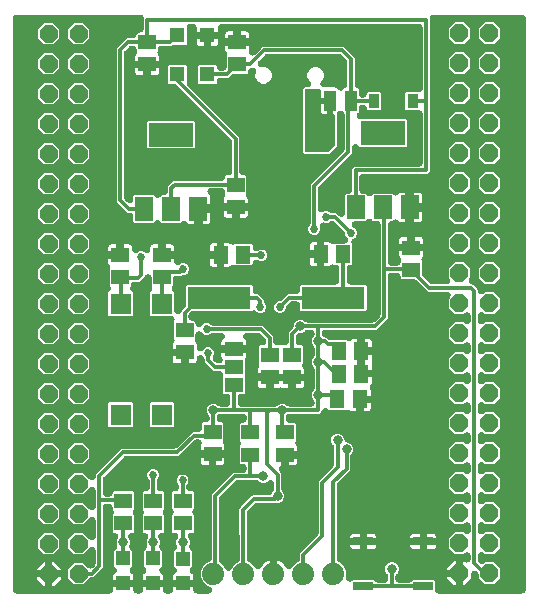
<source format=gbr>
G04 EAGLE Gerber RS-274X export*
G75*
%MOMM*%
%FSLAX34Y34*%
%LPD*%
%INBottom Copper*%
%IPPOS*%
%AMOC8*
5,1,8,0,0,1.08239X$1,22.5*%
G01*
%ADD10R,1.300000X1.500000*%
%ADD11R,1.500000X1.300000*%
%ADD12C,1.879600*%
%ADD13R,1.308000X1.308000*%
%ADD14P,1.649562X8X292.500000*%
%ADD15R,1.020000X1.780000*%
%ADD16R,1.778000X1.778000*%
%ADD17R,1.600200X1.168400*%
%ADD18R,1.200000X1.200000*%
%ADD19R,1.651000X0.762000*%
%ADD20R,1.500000X2.000000*%
%ADD21R,3.800000X2.000000*%
%ADD22R,5.334000X1.930400*%
%ADD23R,0.910000X1.220000*%
%ADD24C,0.304800*%
%ADD25C,0.812800*%
%ADD26C,0.685800*%
%ADD27C,0.889000*%

G36*
X85008Y2293D02*
X85008Y2293D01*
X85084Y2291D01*
X85253Y2313D01*
X85424Y2327D01*
X85498Y2345D01*
X85573Y2355D01*
X85737Y2404D01*
X85903Y2445D01*
X85972Y2475D01*
X86046Y2497D01*
X86199Y2573D01*
X86356Y2640D01*
X86420Y2681D01*
X86489Y2714D01*
X86628Y2813D01*
X86772Y2905D01*
X86829Y2956D01*
X86891Y3000D01*
X87012Y3120D01*
X87140Y3234D01*
X87188Y3293D01*
X87242Y3347D01*
X87343Y3485D01*
X87450Y3618D01*
X87487Y3684D01*
X87532Y3745D01*
X87609Y3898D01*
X87694Y4046D01*
X87720Y4118D01*
X87755Y4186D01*
X87806Y4349D01*
X87865Y4509D01*
X87880Y4584D01*
X87903Y4656D01*
X87915Y4761D01*
X87960Y4993D01*
X87967Y5229D01*
X87979Y5334D01*
X87979Y7916D01*
X96520Y7916D01*
X105061Y7916D01*
X105061Y5334D01*
X105067Y5258D01*
X105065Y5182D01*
X105087Y5013D01*
X105101Y4842D01*
X105119Y4768D01*
X105129Y4693D01*
X105178Y4529D01*
X105219Y4363D01*
X105249Y4294D01*
X105271Y4220D01*
X105347Y4067D01*
X105414Y3910D01*
X105455Y3846D01*
X105488Y3777D01*
X105587Y3638D01*
X105679Y3494D01*
X105730Y3437D01*
X105774Y3375D01*
X105894Y3254D01*
X106008Y3126D01*
X106067Y3078D01*
X106121Y3024D01*
X106259Y2923D01*
X106392Y2816D01*
X106458Y2779D01*
X106519Y2734D01*
X106672Y2657D01*
X106820Y2572D01*
X106892Y2546D01*
X106960Y2511D01*
X107123Y2460D01*
X107283Y2401D01*
X107358Y2386D01*
X107430Y2363D01*
X107535Y2351D01*
X107767Y2306D01*
X108003Y2299D01*
X108108Y2287D01*
X110078Y2287D01*
X110154Y2293D01*
X110230Y2291D01*
X110399Y2313D01*
X110570Y2327D01*
X110644Y2345D01*
X110719Y2355D01*
X110883Y2404D01*
X111049Y2445D01*
X111118Y2475D01*
X111192Y2497D01*
X111345Y2573D01*
X111502Y2640D01*
X111566Y2681D01*
X111635Y2714D01*
X111774Y2813D01*
X111918Y2905D01*
X111975Y2956D01*
X112037Y3000D01*
X112158Y3120D01*
X112286Y3234D01*
X112334Y3293D01*
X112388Y3347D01*
X112489Y3485D01*
X112596Y3618D01*
X112633Y3684D01*
X112678Y3745D01*
X112755Y3898D01*
X112840Y4046D01*
X112866Y4118D01*
X112901Y4186D01*
X112952Y4349D01*
X113011Y4509D01*
X113026Y4584D01*
X113049Y4656D01*
X113061Y4761D01*
X113106Y4993D01*
X113113Y5229D01*
X113125Y5334D01*
X113125Y7916D01*
X121666Y7916D01*
X130207Y7916D01*
X130207Y5334D01*
X130213Y5258D01*
X130211Y5182D01*
X130233Y5013D01*
X130247Y4842D01*
X130265Y4768D01*
X130275Y4693D01*
X130324Y4529D01*
X130365Y4363D01*
X130395Y4294D01*
X130417Y4220D01*
X130493Y4067D01*
X130560Y3910D01*
X130601Y3846D01*
X130634Y3777D01*
X130733Y3638D01*
X130825Y3494D01*
X130876Y3437D01*
X130920Y3375D01*
X131040Y3254D01*
X131154Y3126D01*
X131213Y3078D01*
X131267Y3024D01*
X131405Y2923D01*
X131538Y2816D01*
X131604Y2779D01*
X131665Y2734D01*
X131818Y2657D01*
X131966Y2572D01*
X132038Y2546D01*
X132106Y2511D01*
X132269Y2460D01*
X132429Y2401D01*
X132504Y2386D01*
X132576Y2363D01*
X132681Y2351D01*
X132913Y2306D01*
X133149Y2299D01*
X133254Y2287D01*
X135732Y2287D01*
X135808Y2293D01*
X135884Y2291D01*
X136053Y2313D01*
X136224Y2327D01*
X136298Y2345D01*
X136373Y2355D01*
X136537Y2404D01*
X136703Y2445D01*
X136772Y2475D01*
X136846Y2497D01*
X136999Y2573D01*
X137156Y2640D01*
X137220Y2681D01*
X137289Y2714D01*
X137428Y2813D01*
X137572Y2905D01*
X137629Y2956D01*
X137691Y3000D01*
X137812Y3120D01*
X137940Y3234D01*
X137988Y3293D01*
X138042Y3347D01*
X138143Y3485D01*
X138250Y3618D01*
X138287Y3684D01*
X138332Y3745D01*
X138409Y3898D01*
X138494Y4046D01*
X138520Y4118D01*
X138555Y4186D01*
X138606Y4349D01*
X138665Y4509D01*
X138680Y4584D01*
X138703Y4656D01*
X138715Y4761D01*
X138760Y4993D01*
X138767Y5229D01*
X138779Y5334D01*
X138779Y7789D01*
X147320Y7789D01*
X155861Y7789D01*
X155861Y5334D01*
X155867Y5258D01*
X155865Y5182D01*
X155887Y5013D01*
X155901Y4842D01*
X155919Y4768D01*
X155929Y4693D01*
X155978Y4529D01*
X156019Y4363D01*
X156049Y4294D01*
X156071Y4220D01*
X156147Y4067D01*
X156214Y3910D01*
X156255Y3846D01*
X156288Y3777D01*
X156387Y3638D01*
X156479Y3494D01*
X156530Y3437D01*
X156574Y3375D01*
X156694Y3254D01*
X156808Y3126D01*
X156867Y3078D01*
X156921Y3024D01*
X157059Y2923D01*
X157192Y2816D01*
X157258Y2779D01*
X157319Y2734D01*
X157472Y2657D01*
X157620Y2572D01*
X157692Y2546D01*
X157760Y2511D01*
X157923Y2460D01*
X158083Y2401D01*
X158158Y2386D01*
X158230Y2363D01*
X158335Y2351D01*
X158567Y2306D01*
X158803Y2299D01*
X158908Y2287D01*
X168906Y2287D01*
X169048Y2298D01*
X169190Y2300D01*
X169293Y2318D01*
X169398Y2327D01*
X169536Y2361D01*
X169676Y2386D01*
X169775Y2420D01*
X169876Y2445D01*
X170007Y2502D01*
X170142Y2549D01*
X170234Y2599D01*
X170330Y2640D01*
X170450Y2716D01*
X170575Y2785D01*
X170658Y2849D01*
X170746Y2905D01*
X170852Y3000D01*
X170965Y3087D01*
X171036Y3164D01*
X171114Y3234D01*
X171203Y3345D01*
X171300Y3449D01*
X171358Y3536D01*
X171424Y3618D01*
X171494Y3741D01*
X171573Y3860D01*
X171616Y3956D01*
X171668Y4046D01*
X171717Y4180D01*
X171776Y4310D01*
X171803Y4411D01*
X171839Y4509D01*
X171867Y4649D01*
X171904Y4786D01*
X171914Y4890D01*
X171934Y4993D01*
X171938Y5135D01*
X171953Y5277D01*
X171946Y5382D01*
X171949Y5486D01*
X171931Y5627D01*
X171922Y5770D01*
X171899Y5871D01*
X171885Y5975D01*
X171844Y6112D01*
X171812Y6251D01*
X171773Y6347D01*
X171742Y6447D01*
X171680Y6576D01*
X171626Y6708D01*
X171572Y6797D01*
X171526Y6891D01*
X171443Y7007D01*
X171369Y7128D01*
X171301Y7208D01*
X171240Y7293D01*
X171140Y7394D01*
X171047Y7502D01*
X170967Y7570D01*
X170893Y7644D01*
X170778Y7728D01*
X170669Y7819D01*
X170600Y7857D01*
X170495Y7934D01*
X170107Y8130D01*
X170072Y8149D01*
X166724Y9536D01*
X163651Y12609D01*
X161988Y16623D01*
X161988Y20969D01*
X163651Y24983D01*
X166724Y28056D01*
X169695Y29287D01*
X169889Y29386D01*
X170086Y29482D01*
X170109Y29499D01*
X170134Y29512D01*
X170310Y29642D01*
X170488Y29768D01*
X170508Y29788D01*
X170531Y29805D01*
X170684Y29961D01*
X170839Y30114D01*
X170856Y30137D01*
X170876Y30158D01*
X171001Y30337D01*
X171129Y30513D01*
X171142Y30539D01*
X171159Y30562D01*
X171254Y30759D01*
X171352Y30954D01*
X171360Y30981D01*
X171373Y31006D01*
X171434Y31216D01*
X171500Y31424D01*
X171503Y31448D01*
X171512Y31480D01*
X171573Y31969D01*
X171570Y32049D01*
X171576Y32102D01*
X171576Y85823D01*
X172040Y86944D01*
X189154Y104058D01*
X190275Y104522D01*
X197993Y104522D01*
X198069Y104528D01*
X198145Y104526D01*
X198314Y104548D01*
X198485Y104562D01*
X198559Y104580D01*
X198634Y104590D01*
X198798Y104639D01*
X198964Y104680D01*
X199033Y104710D01*
X199107Y104732D01*
X199260Y104808D01*
X199417Y104875D01*
X199481Y104916D01*
X199550Y104949D01*
X199689Y105048D01*
X199833Y105140D01*
X199890Y105191D01*
X199952Y105235D01*
X200073Y105355D01*
X200201Y105469D01*
X200249Y105528D01*
X200303Y105582D01*
X200404Y105720D01*
X200511Y105853D01*
X200548Y105919D01*
X200593Y105980D01*
X200670Y106133D01*
X200755Y106281D01*
X200781Y106353D01*
X200816Y106421D01*
X200867Y106584D01*
X200926Y106744D01*
X200941Y106819D01*
X200964Y106891D01*
X200976Y106996D01*
X201021Y107228D01*
X201028Y107464D01*
X201040Y107569D01*
X201040Y108841D01*
X201034Y108917D01*
X201036Y108993D01*
X201014Y109162D01*
X201000Y109333D01*
X200982Y109407D01*
X200972Y109482D01*
X200923Y109646D01*
X200882Y109812D01*
X200852Y109881D01*
X200830Y109955D01*
X200754Y110108D01*
X200687Y110265D01*
X200646Y110329D01*
X200613Y110398D01*
X200514Y110537D01*
X200422Y110681D01*
X200371Y110738D01*
X200327Y110800D01*
X200207Y110921D01*
X200093Y111049D01*
X200034Y111097D01*
X199980Y111151D01*
X199842Y111252D01*
X199709Y111359D01*
X199643Y111396D01*
X199582Y111441D01*
X199429Y111518D01*
X199281Y111603D01*
X199209Y111629D01*
X199141Y111664D01*
X198978Y111715D01*
X198818Y111774D01*
X198743Y111789D01*
X198671Y111812D01*
X198566Y111824D01*
X198334Y111869D01*
X198098Y111876D01*
X197993Y111888D01*
X195957Y111888D01*
X195064Y112781D01*
X195064Y127045D01*
X195278Y127258D01*
X195327Y127316D01*
X195383Y127368D01*
X195487Y127504D01*
X195597Y127634D01*
X195637Y127699D01*
X195683Y127760D01*
X195764Y127910D01*
X195852Y128057D01*
X195880Y128128D01*
X195916Y128195D01*
X195972Y128356D01*
X196035Y128515D01*
X196052Y128589D01*
X196076Y128661D01*
X196105Y128830D01*
X196142Y128996D01*
X196146Y129073D01*
X196159Y129148D01*
X196160Y129318D01*
X196170Y129489D01*
X196161Y129565D01*
X196162Y129641D01*
X196135Y129810D01*
X196117Y129980D01*
X196097Y130053D01*
X196085Y130128D01*
X196032Y130291D01*
X195987Y130455D01*
X195955Y130524D01*
X195931Y130597D01*
X195852Y130749D01*
X195781Y130904D01*
X195738Y130967D01*
X195703Y131035D01*
X195638Y131117D01*
X195506Y131313D01*
X195344Y131485D01*
X195278Y131568D01*
X195064Y131781D01*
X195064Y146045D01*
X195957Y146938D01*
X197993Y146938D01*
X198069Y146944D01*
X198145Y146942D01*
X198314Y146964D01*
X198485Y146978D01*
X198559Y146996D01*
X198634Y147006D01*
X198798Y147055D01*
X198964Y147096D01*
X199033Y147126D01*
X199107Y147148D01*
X199260Y147224D01*
X199417Y147291D01*
X199481Y147332D01*
X199550Y147365D01*
X199689Y147464D01*
X199833Y147556D01*
X199890Y147607D01*
X199952Y147651D01*
X200073Y147771D01*
X200201Y147885D01*
X200249Y147944D01*
X200303Y147998D01*
X200404Y148136D01*
X200511Y148269D01*
X200548Y148335D01*
X200593Y148396D01*
X200670Y148549D01*
X200755Y148697D01*
X200781Y148769D01*
X200816Y148837D01*
X200867Y149000D01*
X200926Y149160D01*
X200941Y149235D01*
X200964Y149307D01*
X200976Y149412D01*
X201021Y149644D01*
X201028Y149880D01*
X201040Y149985D01*
X201040Y151384D01*
X201034Y151460D01*
X201036Y151536D01*
X201014Y151705D01*
X201000Y151876D01*
X200982Y151950D01*
X200972Y152025D01*
X200923Y152189D01*
X200882Y152355D01*
X200852Y152424D01*
X200830Y152498D01*
X200754Y152651D01*
X200687Y152808D01*
X200646Y152872D01*
X200613Y152941D01*
X200514Y153080D01*
X200422Y153224D01*
X200371Y153281D01*
X200327Y153343D01*
X200207Y153464D01*
X200093Y153592D01*
X200034Y153640D01*
X199980Y153694D01*
X199842Y153795D01*
X199709Y153902D01*
X199643Y153939D01*
X199582Y153984D01*
X199429Y154061D01*
X199281Y154146D01*
X199209Y154172D01*
X199141Y154207D01*
X198978Y154258D01*
X198818Y154317D01*
X198743Y154332D01*
X198671Y154355D01*
X198566Y154367D01*
X198334Y154412D01*
X198098Y154419D01*
X197993Y154431D01*
X178837Y154431D01*
X178722Y154422D01*
X178607Y154423D01*
X178477Y154402D01*
X178345Y154391D01*
X178233Y154364D01*
X178120Y154346D01*
X177994Y154304D01*
X177867Y154273D01*
X177761Y154227D01*
X177651Y154191D01*
X177534Y154130D01*
X177413Y154078D01*
X177316Y154016D01*
X177214Y153963D01*
X177141Y153904D01*
X176997Y153813D01*
X176907Y153732D01*
X176857Y153697D01*
X176760Y153601D01*
X176752Y153594D01*
X176681Y153537D01*
X176660Y153516D01*
X176644Y153497D01*
X176629Y153484D01*
X176580Y153424D01*
X176506Y153350D01*
X176427Y153242D01*
X176340Y153140D01*
X176282Y153043D01*
X176216Y152952D01*
X176155Y152832D01*
X176086Y152717D01*
X176044Y152612D01*
X175993Y152511D01*
X175953Y152384D01*
X175903Y152259D01*
X175879Y152148D01*
X175845Y152041D01*
X175834Y151947D01*
X175797Y151777D01*
X175779Y151456D01*
X175769Y151363D01*
X175769Y150366D01*
X175775Y150290D01*
X175773Y150214D01*
X175795Y150045D01*
X175809Y149874D01*
X175827Y149800D01*
X175837Y149725D01*
X175886Y149561D01*
X175927Y149395D01*
X175957Y149326D01*
X175979Y149252D01*
X176055Y149099D01*
X176122Y148942D01*
X176163Y148878D01*
X176196Y148809D01*
X176295Y148670D01*
X176387Y148526D01*
X176438Y148469D01*
X176482Y148407D01*
X176602Y148286D01*
X176716Y148158D01*
X176775Y148110D01*
X176829Y148056D01*
X176967Y147955D01*
X177100Y147848D01*
X177166Y147811D01*
X177227Y147766D01*
X177380Y147689D01*
X177528Y147604D01*
X177600Y147578D01*
X177668Y147543D01*
X177831Y147492D01*
X177991Y147433D01*
X178066Y147418D01*
X178138Y147395D01*
X178243Y147383D01*
X178475Y147338D01*
X178711Y147331D01*
X178816Y147319D01*
X180280Y147319D01*
X181173Y146426D01*
X181173Y131984D01*
X181103Y131869D01*
X181075Y131798D01*
X181039Y131731D01*
X180984Y131569D01*
X180920Y131411D01*
X180904Y131336D01*
X180879Y131264D01*
X180850Y131096D01*
X180814Y130929D01*
X180809Y130853D01*
X180796Y130778D01*
X180795Y130607D01*
X180786Y130436D01*
X180794Y130360D01*
X180793Y130284D01*
X180820Y130116D01*
X180838Y129946D01*
X180858Y129872D01*
X180870Y129797D01*
X180924Y129634D01*
X180969Y129470D01*
X181000Y129401D01*
X181024Y129328D01*
X181103Y129177D01*
X181174Y129022D01*
X181217Y128958D01*
X181252Y128891D01*
X181318Y128809D01*
X181450Y128612D01*
X181612Y128440D01*
X181678Y128358D01*
X181681Y128354D01*
X182016Y127775D01*
X182189Y127129D01*
X182189Y123543D01*
X172350Y123543D01*
X172274Y123537D01*
X172198Y123539D01*
X172121Y123529D01*
X172051Y123531D01*
X171946Y123543D01*
X162107Y123543D01*
X162107Y127129D01*
X162280Y127775D01*
X162599Y128326D01*
X162656Y128447D01*
X162722Y128562D01*
X162761Y128669D01*
X162810Y128772D01*
X162847Y128900D01*
X162893Y129025D01*
X162915Y129137D01*
X162947Y129246D01*
X162963Y129379D01*
X162988Y129509D01*
X162992Y129623D01*
X163005Y129736D01*
X162999Y129869D01*
X163003Y130002D01*
X162989Y130115D01*
X162984Y130229D01*
X162956Y130359D01*
X162939Y130491D01*
X162906Y130600D01*
X162883Y130712D01*
X162835Y130836D01*
X162796Y130964D01*
X162746Y131066D01*
X162705Y131172D01*
X162638Y131287D01*
X162580Y131407D01*
X162514Y131500D01*
X162456Y131598D01*
X162371Y131700D01*
X162294Y131809D01*
X162214Y131890D01*
X162141Y131978D01*
X162041Y132065D01*
X161947Y132160D01*
X161855Y132227D01*
X161769Y132302D01*
X161656Y132372D01*
X161549Y132450D01*
X161447Y132502D01*
X161350Y132562D01*
X161227Y132613D01*
X161108Y132673D01*
X160999Y132707D01*
X160894Y132751D01*
X160765Y132781D01*
X160638Y132821D01*
X160554Y132830D01*
X160414Y132863D01*
X160025Y132890D01*
X159960Y132897D01*
X158791Y132897D01*
X158677Y132888D01*
X158563Y132889D01*
X158432Y132868D01*
X158299Y132857D01*
X158189Y132830D01*
X158076Y132812D01*
X157949Y132771D01*
X157821Y132739D01*
X157716Y132694D01*
X157607Y132658D01*
X157489Y132596D01*
X157367Y132544D01*
X157271Y132483D01*
X157170Y132430D01*
X157096Y132371D01*
X156951Y132279D01*
X156709Y132063D01*
X156636Y132005D01*
X143967Y119335D01*
X142846Y118871D01*
X99045Y118871D01*
X98931Y118862D01*
X98817Y118863D01*
X98686Y118842D01*
X98553Y118831D01*
X98443Y118804D01*
X98330Y118786D01*
X98203Y118745D01*
X98075Y118713D01*
X97970Y118668D01*
X97861Y118632D01*
X97743Y118570D01*
X97621Y118518D01*
X97525Y118457D01*
X97424Y118404D01*
X97350Y118345D01*
X97205Y118253D01*
X96963Y118037D01*
X96890Y117979D01*
X80141Y101230D01*
X80067Y101143D01*
X79986Y101062D01*
X79908Y100955D01*
X79822Y100854D01*
X79763Y100756D01*
X79696Y100664D01*
X79636Y100545D01*
X79567Y100431D01*
X79525Y100325D01*
X79473Y100223D01*
X79433Y100096D01*
X79384Y99973D01*
X79359Y99862D01*
X79325Y99753D01*
X79315Y99659D01*
X79277Y99491D01*
X79259Y99167D01*
X79249Y99075D01*
X79249Y87376D01*
X79255Y87300D01*
X79253Y87224D01*
X79275Y87055D01*
X79289Y86884D01*
X79307Y86810D01*
X79317Y86735D01*
X79366Y86571D01*
X79407Y86405D01*
X79437Y86336D01*
X79459Y86262D01*
X79535Y86109D01*
X79602Y85952D01*
X79643Y85888D01*
X79676Y85819D01*
X79775Y85680D01*
X79867Y85536D01*
X79918Y85479D01*
X79962Y85417D01*
X80082Y85296D01*
X80196Y85168D01*
X80255Y85120D01*
X80309Y85066D01*
X80447Y84965D01*
X80580Y84858D01*
X80646Y84821D01*
X80707Y84776D01*
X80860Y84699D01*
X81008Y84614D01*
X81080Y84588D01*
X81148Y84553D01*
X81311Y84502D01*
X81471Y84443D01*
X81546Y84428D01*
X81618Y84405D01*
X81723Y84393D01*
X81955Y84348D01*
X82191Y84341D01*
X82296Y84329D01*
X84447Y84329D01*
X84523Y84335D01*
X84599Y84333D01*
X84768Y84355D01*
X84939Y84369D01*
X85013Y84387D01*
X85088Y84397D01*
X85252Y84446D01*
X85418Y84487D01*
X85487Y84517D01*
X85561Y84539D01*
X85714Y84615D01*
X85871Y84682D01*
X85935Y84723D01*
X86004Y84756D01*
X86143Y84855D01*
X86287Y84947D01*
X86344Y84998D01*
X86406Y85042D01*
X86527Y85162D01*
X86655Y85276D01*
X86703Y85335D01*
X86757Y85389D01*
X86858Y85527D01*
X86965Y85660D01*
X87002Y85726D01*
X87047Y85787D01*
X87124Y85940D01*
X87209Y86088D01*
X87235Y86160D01*
X87270Y86228D01*
X87321Y86391D01*
X87380Y86551D01*
X87395Y86626D01*
X87418Y86698D01*
X87430Y86803D01*
X87475Y87035D01*
X87482Y87271D01*
X87494Y87376D01*
X87494Y87814D01*
X88387Y88707D01*
X104651Y88707D01*
X105544Y87814D01*
X105544Y73550D01*
X105330Y73337D01*
X105281Y73279D01*
X105225Y73226D01*
X105121Y73091D01*
X105011Y72961D01*
X104971Y72895D01*
X104925Y72835D01*
X104844Y72685D01*
X104756Y72538D01*
X104728Y72467D01*
X104692Y72400D01*
X104636Y72239D01*
X104573Y72080D01*
X104556Y72006D01*
X104532Y71934D01*
X104503Y71765D01*
X104466Y71598D01*
X104462Y71522D01*
X104449Y71447D01*
X104448Y71276D01*
X104438Y71106D01*
X104447Y71030D01*
X104446Y70954D01*
X104473Y70785D01*
X104491Y70615D01*
X104511Y70542D01*
X104523Y70467D01*
X104576Y70304D01*
X104621Y70140D01*
X104653Y70070D01*
X104677Y69998D01*
X104756Y69847D01*
X104827Y69691D01*
X104870Y69628D01*
X104905Y69560D01*
X104970Y69478D01*
X105102Y69282D01*
X105264Y69109D01*
X105330Y69027D01*
X105544Y68814D01*
X105544Y54550D01*
X104651Y53657D01*
X103842Y53657D01*
X103662Y53643D01*
X103482Y53636D01*
X103417Y53623D01*
X103350Y53617D01*
X103175Y53574D01*
X102998Y53538D01*
X102936Y53515D01*
X102871Y53499D01*
X102705Y53427D01*
X102537Y53364D01*
X102479Y53330D01*
X102418Y53304D01*
X102266Y53207D01*
X102110Y53117D01*
X102058Y53075D01*
X102002Y53039D01*
X101868Y52919D01*
X101728Y52804D01*
X101684Y52755D01*
X101634Y52710D01*
X101521Y52570D01*
X101401Y52435D01*
X101366Y52378D01*
X101324Y52326D01*
X101235Y52170D01*
X101139Y52017D01*
X101113Y51955D01*
X101080Y51898D01*
X101017Y51728D01*
X100947Y51562D01*
X100932Y51498D01*
X100909Y51435D01*
X100874Y51258D01*
X100832Y51083D01*
X100827Y51016D01*
X100814Y50951D01*
X100808Y50771D01*
X100795Y50591D01*
X100801Y50524D01*
X100799Y50458D01*
X100822Y50279D01*
X100838Y50099D01*
X100852Y50049D01*
X100863Y49969D01*
X101005Y49497D01*
X101020Y49466D01*
X101027Y49444D01*
X102109Y46832D01*
X102109Y44608D01*
X101694Y43606D01*
X101627Y43398D01*
X101556Y43192D01*
X101551Y43163D01*
X101542Y43136D01*
X101510Y42921D01*
X101473Y42705D01*
X101473Y42677D01*
X101469Y42649D01*
X101471Y42431D01*
X101470Y42212D01*
X101475Y42184D01*
X101475Y42155D01*
X101513Y41941D01*
X101547Y41725D01*
X101556Y41697D01*
X101561Y41670D01*
X101633Y41464D01*
X101701Y41256D01*
X101714Y41231D01*
X101724Y41204D01*
X101828Y41012D01*
X101929Y40818D01*
X101943Y40800D01*
X101960Y40771D01*
X102262Y40381D01*
X102321Y40326D01*
X102354Y40285D01*
X104045Y38595D01*
X104045Y25331D01*
X102849Y24136D01*
X102702Y23963D01*
X102552Y23791D01*
X102542Y23775D01*
X102530Y23760D01*
X102412Y23564D01*
X102292Y23371D01*
X102285Y23354D01*
X102275Y23338D01*
X102190Y23125D01*
X102104Y22915D01*
X102099Y22897D01*
X102092Y22879D01*
X102043Y22656D01*
X101991Y22435D01*
X101990Y22416D01*
X101985Y22398D01*
X101973Y22169D01*
X101957Y21943D01*
X101959Y21924D01*
X101958Y21905D01*
X101982Y21679D01*
X102003Y21452D01*
X102008Y21433D01*
X102010Y21415D01*
X102070Y21196D01*
X102128Y20974D01*
X102136Y20957D01*
X102141Y20939D01*
X102236Y20732D01*
X102328Y20524D01*
X102338Y20508D01*
X102346Y20491D01*
X102473Y20302D01*
X102598Y20111D01*
X102611Y20097D01*
X102622Y20081D01*
X102777Y19916D01*
X102932Y19747D01*
X102944Y19738D01*
X102960Y19722D01*
X103351Y19421D01*
X103432Y19378D01*
X103480Y19342D01*
X104080Y18996D01*
X104553Y18523D01*
X104888Y17944D01*
X105061Y17298D01*
X105061Y14010D01*
X96520Y14010D01*
X87979Y14010D01*
X87979Y17298D01*
X88152Y17944D01*
X88487Y18523D01*
X88960Y18996D01*
X89560Y19342D01*
X89747Y19472D01*
X89936Y19599D01*
X89950Y19612D01*
X89965Y19623D01*
X90130Y19782D01*
X90296Y19937D01*
X90307Y19952D01*
X90321Y19965D01*
X90458Y20148D01*
X90596Y20328D01*
X90605Y20345D01*
X90616Y20360D01*
X90721Y20562D01*
X90829Y20763D01*
X90835Y20781D01*
X90844Y20798D01*
X90915Y21013D01*
X90989Y21230D01*
X90992Y21248D01*
X90998Y21266D01*
X91033Y21490D01*
X91072Y21716D01*
X91072Y21735D01*
X91075Y21754D01*
X91073Y21980D01*
X91075Y22209D01*
X91072Y22228D01*
X91072Y22247D01*
X91034Y22471D01*
X90998Y22697D01*
X90992Y22715D01*
X90989Y22733D01*
X90915Y22949D01*
X90844Y23165D01*
X90835Y23182D01*
X90829Y23200D01*
X90721Y23401D01*
X90616Y23603D01*
X90606Y23615D01*
X90596Y23635D01*
X90295Y24026D01*
X90228Y24090D01*
X90191Y24136D01*
X88995Y25331D01*
X88995Y38595D01*
X90686Y40285D01*
X90827Y40451D01*
X90972Y40615D01*
X90987Y40639D01*
X91005Y40661D01*
X91118Y40848D01*
X91234Y41033D01*
X91245Y41059D01*
X91260Y41084D01*
X91341Y41285D01*
X91426Y41488D01*
X91432Y41515D01*
X91443Y41542D01*
X91490Y41755D01*
X91542Y41967D01*
X91544Y41996D01*
X91550Y42023D01*
X91562Y42242D01*
X91578Y42459D01*
X91576Y42487D01*
X91577Y42516D01*
X91554Y42734D01*
X91535Y42951D01*
X91529Y42973D01*
X91525Y43007D01*
X91395Y43482D01*
X91361Y43555D01*
X91346Y43606D01*
X90931Y44608D01*
X90931Y46832D01*
X92013Y49444D01*
X92069Y49616D01*
X92131Y49785D01*
X92144Y49850D01*
X92165Y49913D01*
X92192Y50092D01*
X92226Y50269D01*
X92228Y50335D01*
X92238Y50401D01*
X92236Y50582D01*
X92241Y50762D01*
X92233Y50828D01*
X92232Y50895D01*
X92201Y51072D01*
X92177Y51251D01*
X92158Y51315D01*
X92146Y51380D01*
X92087Y51550D01*
X92035Y51724D01*
X92005Y51783D01*
X91983Y51846D01*
X91897Y52005D01*
X91818Y52167D01*
X91779Y52221D01*
X91747Y52279D01*
X91636Y52422D01*
X91532Y52569D01*
X91485Y52616D01*
X91445Y52669D01*
X91312Y52792D01*
X91185Y52920D01*
X91132Y52959D01*
X91083Y53004D01*
X90933Y53104D01*
X90787Y53210D01*
X90727Y53240D01*
X90672Y53277D01*
X90507Y53351D01*
X90346Y53433D01*
X90283Y53453D01*
X90222Y53480D01*
X90048Y53527D01*
X89876Y53581D01*
X89823Y53587D01*
X89746Y53608D01*
X89255Y53657D01*
X89221Y53655D01*
X89198Y53657D01*
X88387Y53657D01*
X87494Y54550D01*
X87494Y68814D01*
X87708Y69027D01*
X87757Y69085D01*
X87813Y69137D01*
X87917Y69273D01*
X88027Y69403D01*
X88067Y69468D01*
X88113Y69529D01*
X88194Y69679D01*
X88282Y69826D01*
X88310Y69897D01*
X88346Y69964D01*
X88402Y70125D01*
X88465Y70284D01*
X88482Y70358D01*
X88506Y70430D01*
X88535Y70599D01*
X88572Y70765D01*
X88576Y70842D01*
X88589Y70917D01*
X88590Y71087D01*
X88600Y71258D01*
X88591Y71334D01*
X88592Y71410D01*
X88565Y71579D01*
X88547Y71749D01*
X88527Y71822D01*
X88515Y71897D01*
X88462Y72060D01*
X88417Y72224D01*
X88385Y72293D01*
X88361Y72366D01*
X88282Y72518D01*
X88211Y72673D01*
X88168Y72736D01*
X88133Y72804D01*
X88068Y72886D01*
X87936Y73082D01*
X87774Y73254D01*
X87708Y73337D01*
X87494Y73550D01*
X87494Y75184D01*
X87488Y75260D01*
X87490Y75336D01*
X87468Y75505D01*
X87454Y75676D01*
X87436Y75750D01*
X87426Y75825D01*
X87377Y75989D01*
X87336Y76155D01*
X87306Y76224D01*
X87284Y76298D01*
X87208Y76451D01*
X87141Y76608D01*
X87100Y76672D01*
X87067Y76741D01*
X86968Y76880D01*
X86876Y77024D01*
X86825Y77081D01*
X86781Y77143D01*
X86661Y77264D01*
X86547Y77392D01*
X86488Y77440D01*
X86434Y77494D01*
X86296Y77595D01*
X86163Y77702D01*
X86097Y77739D01*
X86036Y77784D01*
X85883Y77861D01*
X85735Y77946D01*
X85663Y77972D01*
X85595Y78007D01*
X85432Y78058D01*
X85272Y78117D01*
X85197Y78132D01*
X85125Y78155D01*
X85020Y78167D01*
X84788Y78212D01*
X84552Y78219D01*
X84447Y78231D01*
X82296Y78231D01*
X82220Y78225D01*
X82144Y78227D01*
X81975Y78205D01*
X81804Y78191D01*
X81730Y78173D01*
X81655Y78163D01*
X81491Y78114D01*
X81325Y78073D01*
X81256Y78043D01*
X81182Y78021D01*
X81029Y77945D01*
X80872Y77878D01*
X80808Y77837D01*
X80739Y77804D01*
X80600Y77705D01*
X80456Y77613D01*
X80399Y77562D01*
X80337Y77518D01*
X80216Y77398D01*
X80088Y77284D01*
X80040Y77225D01*
X79986Y77171D01*
X79885Y77033D01*
X79778Y76900D01*
X79741Y76834D01*
X79696Y76773D01*
X79619Y76620D01*
X79534Y76472D01*
X79508Y76400D01*
X79473Y76332D01*
X79422Y76169D01*
X79363Y76009D01*
X79348Y75934D01*
X79325Y75862D01*
X79313Y75757D01*
X79268Y75525D01*
X79261Y75289D01*
X79249Y75184D01*
X79249Y24794D01*
X78785Y23673D01*
X71641Y16529D01*
X70520Y16065D01*
X69884Y16065D01*
X69770Y16056D01*
X69656Y16057D01*
X69525Y16036D01*
X69392Y16025D01*
X69282Y15998D01*
X69169Y15980D01*
X69042Y15939D01*
X68914Y15907D01*
X68809Y15862D01*
X68700Y15826D01*
X68582Y15764D01*
X68460Y15712D01*
X68364Y15651D01*
X68263Y15598D01*
X68189Y15539D01*
X68044Y15447D01*
X67802Y15231D01*
X67729Y15173D01*
X62526Y9969D01*
X54950Y9969D01*
X49593Y15326D01*
X49593Y22902D01*
X54950Y28259D01*
X62526Y28259D01*
X66482Y24303D01*
X66540Y24253D01*
X66592Y24198D01*
X66728Y24094D01*
X66858Y23983D01*
X66923Y23944D01*
X66983Y23898D01*
X67134Y23817D01*
X67280Y23729D01*
X67351Y23700D01*
X67418Y23664D01*
X67580Y23609D01*
X67738Y23546D01*
X67813Y23529D01*
X67885Y23504D01*
X68053Y23476D01*
X68220Y23439D01*
X68296Y23435D01*
X68371Y23422D01*
X68542Y23421D01*
X68713Y23411D01*
X68788Y23419D01*
X68865Y23419D01*
X69034Y23445D01*
X69203Y23463D01*
X69276Y23484D01*
X69352Y23495D01*
X69514Y23549D01*
X69679Y23594D01*
X69748Y23626D01*
X69821Y23650D01*
X69972Y23728D01*
X70127Y23800D01*
X70191Y23842D01*
X70258Y23878D01*
X70340Y23943D01*
X70537Y24075D01*
X70709Y24237D01*
X70791Y24303D01*
X72259Y25770D01*
X72333Y25857D01*
X72414Y25938D01*
X72492Y26045D01*
X72578Y26146D01*
X72637Y26244D01*
X72704Y26336D01*
X72764Y26455D01*
X72833Y26569D01*
X72875Y26675D01*
X72927Y26777D01*
X72967Y26903D01*
X73016Y27027D01*
X73041Y27138D01*
X73075Y27247D01*
X73085Y27341D01*
X73123Y27509D01*
X73141Y27833D01*
X73151Y27925D01*
X73151Y38638D01*
X73148Y38676D01*
X73150Y38714D01*
X73128Y38922D01*
X73111Y39130D01*
X73102Y39167D01*
X73098Y39205D01*
X73043Y39406D01*
X72993Y39609D01*
X72978Y39644D01*
X72967Y39680D01*
X72880Y39870D01*
X72798Y40062D01*
X72778Y40094D01*
X72762Y40129D01*
X72645Y40302D01*
X72533Y40478D01*
X72508Y40506D01*
X72486Y40538D01*
X72343Y40690D01*
X72204Y40846D01*
X72175Y40870D01*
X72149Y40898D01*
X71983Y41025D01*
X71820Y41156D01*
X71787Y41175D01*
X71757Y41198D01*
X71573Y41297D01*
X71392Y41400D01*
X71356Y41413D01*
X71322Y41431D01*
X71125Y41499D01*
X70929Y41571D01*
X70892Y41579D01*
X70856Y41591D01*
X70649Y41626D01*
X70445Y41666D01*
X70407Y41667D01*
X70369Y41674D01*
X70160Y41675D01*
X69952Y41681D01*
X69914Y41676D01*
X69876Y41677D01*
X69669Y41644D01*
X69463Y41617D01*
X69426Y41606D01*
X69389Y41600D01*
X69190Y41535D01*
X68991Y41475D01*
X68956Y41458D01*
X68920Y41446D01*
X68735Y41349D01*
X68547Y41258D01*
X68516Y41236D01*
X68482Y41218D01*
X68410Y41160D01*
X68145Y40972D01*
X68023Y40851D01*
X67949Y40793D01*
X62526Y35369D01*
X54950Y35369D01*
X49593Y40726D01*
X49593Y48302D01*
X54950Y53659D01*
X62526Y53659D01*
X67949Y48235D01*
X67978Y48211D01*
X68004Y48182D01*
X68166Y48051D01*
X68325Y47916D01*
X68358Y47896D01*
X68388Y47872D01*
X68569Y47769D01*
X68748Y47661D01*
X68783Y47647D01*
X68816Y47628D01*
X69012Y47555D01*
X69206Y47478D01*
X69243Y47470D01*
X69279Y47457D01*
X69484Y47417D01*
X69688Y47371D01*
X69726Y47369D01*
X69763Y47362D01*
X69971Y47355D01*
X70180Y47344D01*
X70218Y47348D01*
X70256Y47347D01*
X70463Y47374D01*
X70671Y47396D01*
X70707Y47406D01*
X70745Y47411D01*
X70945Y47471D01*
X71146Y47527D01*
X71181Y47542D01*
X71218Y47553D01*
X71405Y47645D01*
X71595Y47732D01*
X71627Y47754D01*
X71661Y47770D01*
X71830Y47891D01*
X72004Y48008D01*
X72032Y48034D01*
X72063Y48056D01*
X72211Y48202D01*
X72364Y48346D01*
X72387Y48376D01*
X72414Y48403D01*
X72537Y48571D01*
X72664Y48737D01*
X72682Y48770D01*
X72704Y48801D01*
X72798Y48987D01*
X72897Y49172D01*
X72910Y49208D01*
X72927Y49242D01*
X72989Y49441D01*
X73057Y49638D01*
X73063Y49676D01*
X73075Y49712D01*
X73085Y49805D01*
X73140Y50125D01*
X73141Y50297D01*
X73151Y50390D01*
X73151Y64038D01*
X73148Y64076D01*
X73150Y64114D01*
X73128Y64322D01*
X73111Y64530D01*
X73102Y64567D01*
X73098Y64605D01*
X73043Y64806D01*
X72993Y65009D01*
X72978Y65044D01*
X72967Y65080D01*
X72880Y65270D01*
X72798Y65462D01*
X72778Y65494D01*
X72762Y65529D01*
X72645Y65702D01*
X72533Y65878D01*
X72508Y65906D01*
X72486Y65938D01*
X72343Y66090D01*
X72204Y66246D01*
X72175Y66270D01*
X72149Y66298D01*
X71983Y66425D01*
X71820Y66556D01*
X71787Y66575D01*
X71757Y66598D01*
X71573Y66697D01*
X71392Y66800D01*
X71356Y66813D01*
X71322Y66831D01*
X71125Y66899D01*
X70929Y66971D01*
X70892Y66979D01*
X70856Y66991D01*
X70649Y67026D01*
X70445Y67066D01*
X70407Y67067D01*
X70369Y67074D01*
X70160Y67075D01*
X69952Y67081D01*
X69914Y67076D01*
X69876Y67077D01*
X69669Y67044D01*
X69463Y67017D01*
X69426Y67006D01*
X69389Y67000D01*
X69190Y66935D01*
X68991Y66875D01*
X68956Y66858D01*
X68920Y66846D01*
X68735Y66749D01*
X68547Y66658D01*
X68516Y66636D01*
X68482Y66618D01*
X68410Y66560D01*
X68145Y66372D01*
X68023Y66251D01*
X67949Y66193D01*
X62526Y60769D01*
X54950Y60769D01*
X49593Y66126D01*
X49593Y73702D01*
X54950Y79059D01*
X62526Y79059D01*
X67949Y73635D01*
X67978Y73611D01*
X68004Y73582D01*
X68166Y73451D01*
X68325Y73316D01*
X68358Y73296D01*
X68388Y73272D01*
X68569Y73169D01*
X68748Y73061D01*
X68783Y73047D01*
X68816Y73028D01*
X69012Y72955D01*
X69206Y72878D01*
X69243Y72870D01*
X69279Y72857D01*
X69484Y72817D01*
X69688Y72771D01*
X69726Y72769D01*
X69763Y72762D01*
X69971Y72755D01*
X70180Y72744D01*
X70218Y72748D01*
X70256Y72747D01*
X70463Y72774D01*
X70671Y72796D01*
X70707Y72806D01*
X70745Y72811D01*
X70945Y72871D01*
X71146Y72927D01*
X71181Y72942D01*
X71218Y72953D01*
X71405Y73045D01*
X71595Y73132D01*
X71627Y73154D01*
X71661Y73170D01*
X71830Y73291D01*
X72004Y73408D01*
X72032Y73434D01*
X72063Y73456D01*
X72211Y73602D01*
X72364Y73746D01*
X72387Y73776D01*
X72414Y73803D01*
X72537Y73971D01*
X72664Y74137D01*
X72682Y74170D01*
X72704Y74201D01*
X72798Y74387D01*
X72897Y74572D01*
X72910Y74608D01*
X72927Y74642D01*
X72989Y74841D01*
X73057Y75038D01*
X73063Y75076D01*
X73075Y75112D01*
X73085Y75205D01*
X73140Y75525D01*
X73141Y75697D01*
X73151Y75790D01*
X73151Y89438D01*
X73148Y89476D01*
X73150Y89514D01*
X73128Y89722D01*
X73111Y89930D01*
X73102Y89967D01*
X73098Y90005D01*
X73043Y90206D01*
X72993Y90409D01*
X72978Y90444D01*
X72967Y90480D01*
X72880Y90670D01*
X72798Y90862D01*
X72778Y90894D01*
X72762Y90929D01*
X72645Y91102D01*
X72533Y91278D01*
X72508Y91306D01*
X72486Y91338D01*
X72343Y91490D01*
X72204Y91646D01*
X72175Y91670D01*
X72149Y91698D01*
X71983Y91825D01*
X71820Y91956D01*
X71787Y91975D01*
X71757Y91998D01*
X71573Y92097D01*
X71392Y92200D01*
X71356Y92213D01*
X71322Y92231D01*
X71125Y92299D01*
X70929Y92371D01*
X70892Y92379D01*
X70856Y92391D01*
X70649Y92426D01*
X70445Y92466D01*
X70407Y92467D01*
X70369Y92474D01*
X70160Y92475D01*
X69952Y92481D01*
X69914Y92476D01*
X69876Y92477D01*
X69669Y92444D01*
X69463Y92417D01*
X69426Y92406D01*
X69389Y92400D01*
X69190Y92335D01*
X68991Y92275D01*
X68956Y92258D01*
X68920Y92246D01*
X68735Y92149D01*
X68547Y92058D01*
X68516Y92036D01*
X68482Y92018D01*
X68410Y91960D01*
X68145Y91772D01*
X68023Y91651D01*
X67949Y91593D01*
X62526Y86169D01*
X54950Y86169D01*
X49593Y91526D01*
X49593Y99102D01*
X54950Y104459D01*
X62526Y104459D01*
X67949Y99035D01*
X67978Y99011D01*
X68004Y98982D01*
X68166Y98851D01*
X68325Y98716D01*
X68358Y98696D01*
X68388Y98672D01*
X68569Y98569D01*
X68748Y98461D01*
X68783Y98447D01*
X68816Y98428D01*
X69012Y98355D01*
X69206Y98278D01*
X69243Y98270D01*
X69279Y98257D01*
X69484Y98217D01*
X69688Y98171D01*
X69726Y98169D01*
X69763Y98162D01*
X69971Y98155D01*
X70180Y98144D01*
X70218Y98148D01*
X70256Y98147D01*
X70463Y98174D01*
X70671Y98196D01*
X70707Y98206D01*
X70745Y98211D01*
X70945Y98271D01*
X71146Y98327D01*
X71181Y98342D01*
X71218Y98353D01*
X71405Y98445D01*
X71595Y98532D01*
X71627Y98554D01*
X71661Y98570D01*
X71830Y98691D01*
X72004Y98808D01*
X72032Y98834D01*
X72063Y98856D01*
X72211Y99002D01*
X72364Y99146D01*
X72387Y99176D01*
X72414Y99203D01*
X72537Y99371D01*
X72664Y99537D01*
X72682Y99570D01*
X72704Y99601D01*
X72798Y99787D01*
X72897Y99972D01*
X72910Y100008D01*
X72927Y100042D01*
X72989Y100241D01*
X73057Y100438D01*
X73063Y100476D01*
X73075Y100512D01*
X73085Y100605D01*
X73140Y100925D01*
X73141Y101097D01*
X73151Y101190D01*
X73151Y102206D01*
X73615Y103327D01*
X94793Y124505D01*
X95914Y124969D01*
X139715Y124969D01*
X139829Y124978D01*
X139943Y124977D01*
X140074Y124998D01*
X140207Y125009D01*
X140317Y125036D01*
X140430Y125054D01*
X140557Y125095D01*
X140685Y125127D01*
X140790Y125172D01*
X140899Y125208D01*
X141017Y125270D01*
X141139Y125322D01*
X141235Y125383D01*
X141336Y125436D01*
X141410Y125495D01*
X141555Y125587D01*
X141797Y125803D01*
X141870Y125861D01*
X154539Y138531D01*
X155660Y138995D01*
X160076Y138995D01*
X160152Y139001D01*
X160228Y138999D01*
X160397Y139021D01*
X160568Y139035D01*
X160642Y139053D01*
X160717Y139063D01*
X160881Y139112D01*
X161047Y139153D01*
X161116Y139183D01*
X161190Y139205D01*
X161343Y139281D01*
X161500Y139348D01*
X161564Y139389D01*
X161633Y139422D01*
X161772Y139521D01*
X161916Y139613D01*
X161973Y139664D01*
X162035Y139708D01*
X162156Y139828D01*
X162284Y139942D01*
X162332Y140001D01*
X162386Y140055D01*
X162487Y140193D01*
X162594Y140326D01*
X162631Y140392D01*
X162676Y140453D01*
X162753Y140606D01*
X162838Y140754D01*
X162864Y140826D01*
X162899Y140894D01*
X162950Y141057D01*
X163009Y141217D01*
X163024Y141292D01*
X163047Y141364D01*
X163059Y141469D01*
X163104Y141701D01*
X163111Y141937D01*
X163123Y142042D01*
X163123Y146426D01*
X164016Y147319D01*
X166624Y147319D01*
X166700Y147325D01*
X166776Y147323D01*
X166945Y147345D01*
X167116Y147359D01*
X167190Y147377D01*
X167265Y147387D01*
X167429Y147436D01*
X167595Y147477D01*
X167664Y147507D01*
X167738Y147529D01*
X167891Y147605D01*
X168048Y147672D01*
X168112Y147713D01*
X168181Y147746D01*
X168320Y147845D01*
X168464Y147937D01*
X168521Y147988D01*
X168583Y148032D01*
X168704Y148152D01*
X168832Y148266D01*
X168880Y148325D01*
X168934Y148379D01*
X169035Y148517D01*
X169142Y148650D01*
X169179Y148716D01*
X169224Y148777D01*
X169301Y148930D01*
X169386Y149078D01*
X169412Y149150D01*
X169447Y149218D01*
X169498Y149381D01*
X169557Y149541D01*
X169572Y149616D01*
X169595Y149688D01*
X169607Y149793D01*
X169652Y150025D01*
X169659Y150261D01*
X169671Y150366D01*
X169671Y151363D01*
X169662Y151477D01*
X169663Y151591D01*
X169642Y151722D01*
X169631Y151855D01*
X169604Y151965D01*
X169586Y152078D01*
X169545Y152205D01*
X169513Y152333D01*
X169468Y152438D01*
X169432Y152547D01*
X169370Y152665D01*
X169318Y152787D01*
X169257Y152883D01*
X169204Y152984D01*
X169145Y153058D01*
X169053Y153203D01*
X168837Y153445D01*
X168779Y153518D01*
X167982Y154314D01*
X167131Y156368D01*
X167131Y158592D01*
X167982Y160646D01*
X169554Y162218D01*
X171608Y163069D01*
X173832Y163069D01*
X175886Y162218D01*
X176682Y161421D01*
X176769Y161347D01*
X176850Y161266D01*
X176957Y161188D01*
X177058Y161102D01*
X177156Y161043D01*
X177248Y160976D01*
X177367Y160916D01*
X177481Y160847D01*
X177587Y160805D01*
X177689Y160753D01*
X177816Y160713D01*
X177939Y160664D01*
X178050Y160639D01*
X178159Y160605D01*
X178253Y160595D01*
X178421Y160557D01*
X178745Y160539D01*
X178837Y160529D01*
X184150Y160529D01*
X184226Y160535D01*
X184302Y160533D01*
X184471Y160555D01*
X184642Y160569D01*
X184716Y160587D01*
X184791Y160597D01*
X184955Y160646D01*
X185121Y160687D01*
X185190Y160717D01*
X185264Y160739D01*
X185417Y160815D01*
X185574Y160882D01*
X185638Y160923D01*
X185707Y160956D01*
X185846Y161055D01*
X185990Y161147D01*
X186047Y161198D01*
X186109Y161242D01*
X186230Y161362D01*
X186358Y161476D01*
X186406Y161535D01*
X186460Y161589D01*
X186561Y161727D01*
X186668Y161860D01*
X186705Y161926D01*
X186750Y161987D01*
X186827Y162140D01*
X186912Y162288D01*
X186938Y162360D01*
X186973Y162428D01*
X187024Y162591D01*
X187083Y162751D01*
X187098Y162826D01*
X187121Y162898D01*
X187133Y163003D01*
X187178Y163235D01*
X187185Y163471D01*
X187197Y163576D01*
X187197Y168402D01*
X187191Y168478D01*
X187193Y168554D01*
X187171Y168723D01*
X187157Y168894D01*
X187139Y168968D01*
X187129Y169043D01*
X187080Y169207D01*
X187039Y169373D01*
X187009Y169442D01*
X186987Y169516D01*
X186911Y169669D01*
X186844Y169826D01*
X186803Y169890D01*
X186770Y169959D01*
X186671Y170098D01*
X186579Y170242D01*
X186528Y170299D01*
X186484Y170361D01*
X186364Y170482D01*
X186250Y170610D01*
X186191Y170658D01*
X186137Y170712D01*
X185999Y170813D01*
X185866Y170920D01*
X185800Y170957D01*
X185739Y171002D01*
X185586Y171079D01*
X185438Y171164D01*
X185366Y171190D01*
X185298Y171225D01*
X185135Y171276D01*
X184975Y171335D01*
X184900Y171350D01*
X184828Y171373D01*
X184723Y171385D01*
X184491Y171430D01*
X184255Y171437D01*
X184150Y171449D01*
X181613Y171449D01*
X180720Y172342D01*
X180720Y187960D01*
X180714Y188036D01*
X180716Y188112D01*
X180694Y188281D01*
X180680Y188452D01*
X180662Y188526D01*
X180652Y188601D01*
X180603Y188765D01*
X180562Y188931D01*
X180532Y189000D01*
X180510Y189074D01*
X180434Y189227D01*
X180367Y189384D01*
X180326Y189448D01*
X180293Y189517D01*
X180194Y189656D01*
X180102Y189800D01*
X180051Y189857D01*
X180007Y189919D01*
X179887Y190040D01*
X179773Y190168D01*
X179714Y190216D01*
X179660Y190270D01*
X179522Y190371D01*
X179389Y190478D01*
X179323Y190515D01*
X179262Y190560D01*
X179109Y190637D01*
X178961Y190722D01*
X178889Y190748D01*
X178821Y190783D01*
X178658Y190834D01*
X178498Y190893D01*
X178423Y190908D01*
X178351Y190931D01*
X178246Y190943D01*
X178014Y190988D01*
X177778Y190995D01*
X177673Y191007D01*
X173638Y191007D01*
X172517Y191471D01*
X171231Y192757D01*
X171231Y192758D01*
X167104Y196885D01*
X167103Y196885D01*
X165817Y198171D01*
X165353Y199292D01*
X165353Y200521D01*
X165344Y200635D01*
X165345Y200749D01*
X165324Y200880D01*
X165313Y201013D01*
X165286Y201123D01*
X165268Y201236D01*
X165227Y201363D01*
X165195Y201491D01*
X165150Y201596D01*
X165114Y201705D01*
X165052Y201823D01*
X165000Y201945D01*
X164939Y202041D01*
X164886Y202142D01*
X164827Y202216D01*
X164735Y202361D01*
X164519Y202603D01*
X164461Y202676D01*
X163833Y203304D01*
X163804Y203328D01*
X163778Y203357D01*
X163616Y203488D01*
X163457Y203623D01*
X163424Y203643D01*
X163394Y203667D01*
X163214Y203770D01*
X163034Y203878D01*
X162999Y203892D01*
X162966Y203911D01*
X162770Y203983D01*
X162576Y204061D01*
X162539Y204069D01*
X162503Y204082D01*
X162298Y204122D01*
X162094Y204168D01*
X162056Y204170D01*
X162019Y204177D01*
X161811Y204183D01*
X161602Y204195D01*
X161564Y204191D01*
X161526Y204192D01*
X161319Y204165D01*
X161111Y204143D01*
X161075Y204133D01*
X161037Y204128D01*
X160837Y204068D01*
X160636Y204012D01*
X160601Y203996D01*
X160564Y203985D01*
X160377Y203894D01*
X160187Y203807D01*
X160155Y203785D01*
X160121Y203769D01*
X159951Y203648D01*
X159778Y203531D01*
X159750Y203505D01*
X159719Y203483D01*
X159570Y203336D01*
X159418Y203193D01*
X159395Y203163D01*
X159368Y203136D01*
X159245Y202968D01*
X159118Y202802D01*
X159100Y202768D01*
X159078Y202738D01*
X158984Y202551D01*
X158885Y202367D01*
X158873Y202331D01*
X158855Y202297D01*
X158793Y202098D01*
X158725Y201901D01*
X158719Y201863D01*
X158707Y201827D01*
X158697Y201734D01*
X158642Y201414D01*
X158641Y201242D01*
X158631Y201149D01*
X158631Y199565D01*
X158458Y198919D01*
X158123Y198340D01*
X157650Y197867D01*
X157071Y197532D01*
X156425Y197359D01*
X151839Y197359D01*
X151839Y206198D01*
X151833Y206274D01*
X151835Y206350D01*
X151813Y206519D01*
X151799Y206690D01*
X151781Y206763D01*
X151771Y206839D01*
X151722Y207003D01*
X151681Y207168D01*
X151651Y207238D01*
X151629Y207311D01*
X151553Y207465D01*
X151486Y207622D01*
X151445Y207686D01*
X151412Y207754D01*
X151313Y207894D01*
X151221Y208038D01*
X151170Y208095D01*
X151126Y208157D01*
X151006Y208278D01*
X150892Y208406D01*
X150833Y208454D01*
X150779Y208508D01*
X150739Y208537D01*
X150722Y208561D01*
X150602Y208682D01*
X150488Y208810D01*
X150429Y208858D01*
X150375Y208912D01*
X150237Y209013D01*
X150104Y209120D01*
X150038Y209157D01*
X149976Y209202D01*
X149824Y209279D01*
X149675Y209364D01*
X149604Y209390D01*
X149536Y209425D01*
X149373Y209476D01*
X149213Y209535D01*
X149138Y209550D01*
X149066Y209573D01*
X148961Y209585D01*
X148729Y209630D01*
X148493Y209637D01*
X148388Y209649D01*
X138549Y209649D01*
X138549Y213235D01*
X138722Y213881D01*
X139057Y214460D01*
X139061Y214464D01*
X139110Y214522D01*
X139165Y214574D01*
X139269Y214709D01*
X139380Y214840D01*
X139419Y214905D01*
X139466Y214965D01*
X139546Y215116D01*
X139635Y215262D01*
X139663Y215333D01*
X139699Y215400D01*
X139754Y215562D01*
X139818Y215720D01*
X139834Y215794D01*
X139859Y215867D01*
X139888Y216035D01*
X139924Y216202D01*
X139929Y216278D01*
X139941Y216353D01*
X139943Y216524D01*
X139952Y216694D01*
X139944Y216770D01*
X139945Y216846D01*
X139918Y217015D01*
X139900Y217185D01*
X139880Y217258D01*
X139868Y217334D01*
X139814Y217496D01*
X139769Y217661D01*
X139737Y217730D01*
X139714Y217802D01*
X139635Y217954D01*
X139565Y218105D01*
X139565Y232699D01*
X139651Y232842D01*
X139665Y232877D01*
X139684Y232910D01*
X139757Y233106D01*
X139834Y233300D01*
X139842Y233337D01*
X139856Y233373D01*
X139896Y233578D01*
X139941Y233781D01*
X139943Y233820D01*
X139950Y233857D01*
X139957Y234065D01*
X139969Y234274D01*
X139965Y234312D01*
X139966Y234350D01*
X139939Y234557D01*
X139916Y234765D01*
X139906Y234801D01*
X139901Y234839D01*
X139841Y235039D01*
X139786Y235240D01*
X139770Y235275D01*
X139759Y235312D01*
X139668Y235498D01*
X139580Y235689D01*
X139559Y235721D01*
X139542Y235755D01*
X139421Y235924D01*
X139305Y236098D01*
X139279Y236126D01*
X139256Y236157D01*
X139110Y236305D01*
X138967Y236458D01*
X138937Y236481D01*
X138910Y236508D01*
X138741Y236631D01*
X138575Y236758D01*
X138542Y236776D01*
X138511Y236798D01*
X138325Y236892D01*
X138141Y236991D01*
X138105Y237003D01*
X138071Y237021D01*
X137872Y237083D01*
X137674Y237151D01*
X137636Y237157D01*
X137600Y237169D01*
X137507Y237179D01*
X137188Y237234D01*
X137016Y237235D01*
X136922Y237245D01*
X119738Y237245D01*
X118845Y238138D01*
X118845Y257182D01*
X120319Y258655D01*
X120368Y258713D01*
X120424Y258766D01*
X120528Y258901D01*
X120638Y259031D01*
X120678Y259097D01*
X120724Y259157D01*
X120805Y259307D01*
X120893Y259454D01*
X120921Y259525D01*
X120957Y259592D01*
X121013Y259753D01*
X121076Y259912D01*
X121093Y259986D01*
X121117Y260058D01*
X121146Y260227D01*
X121183Y260394D01*
X121187Y260470D01*
X121200Y260545D01*
X121201Y260715D01*
X121211Y260886D01*
X121202Y260962D01*
X121203Y261038D01*
X121176Y261207D01*
X121158Y261377D01*
X121138Y261450D01*
X121126Y261525D01*
X121073Y261688D01*
X121028Y261852D01*
X120996Y261922D01*
X120972Y261994D01*
X120893Y262145D01*
X120822Y262301D01*
X120779Y262364D01*
X120744Y262432D01*
X120678Y262514D01*
X120547Y262710D01*
X120515Y262743D01*
X120515Y269631D01*
X120504Y269773D01*
X120502Y269915D01*
X120484Y270019D01*
X120475Y270123D01*
X120441Y270261D01*
X120416Y270401D01*
X120382Y270500D01*
X120357Y270601D01*
X120300Y270732D01*
X120253Y270867D01*
X120203Y270959D01*
X120162Y271055D01*
X120086Y271175D01*
X120017Y271300D01*
X119953Y271383D01*
X119897Y271471D01*
X119802Y271577D01*
X119715Y271690D01*
X119638Y271761D01*
X119568Y271839D01*
X119457Y271928D01*
X119353Y272025D01*
X119266Y272083D01*
X119184Y272149D01*
X119061Y272219D01*
X118942Y272298D01*
X118847Y272341D01*
X118756Y272393D01*
X118622Y272442D01*
X118492Y272501D01*
X118391Y272528D01*
X118293Y272564D01*
X118153Y272592D01*
X118016Y272629D01*
X117911Y272639D01*
X117809Y272659D01*
X117667Y272663D01*
X117525Y272678D01*
X117420Y272671D01*
X117316Y272674D01*
X117175Y272656D01*
X117032Y272647D01*
X116930Y272624D01*
X116827Y272610D01*
X116690Y272569D01*
X116551Y272537D01*
X116455Y272498D01*
X116355Y272467D01*
X116226Y272405D01*
X116094Y272351D01*
X116005Y272296D01*
X115911Y272251D01*
X115795Y272168D01*
X115674Y272094D01*
X115594Y272026D01*
X115509Y271965D01*
X115408Y271865D01*
X115300Y271772D01*
X115232Y271692D01*
X115158Y271618D01*
X115074Y271503D01*
X114983Y271394D01*
X114945Y271325D01*
X114868Y271220D01*
X114672Y270832D01*
X114653Y270797D01*
X114345Y270053D01*
X110947Y266655D01*
X109826Y266191D01*
X106052Y266191D01*
X105976Y266185D01*
X105900Y266187D01*
X105731Y266165D01*
X105560Y266151D01*
X105486Y266133D01*
X105411Y266123D01*
X105247Y266074D01*
X105081Y266033D01*
X105012Y266003D01*
X104938Y265981D01*
X104785Y265905D01*
X104628Y265838D01*
X104564Y265797D01*
X104495Y265764D01*
X104356Y265665D01*
X104212Y265573D01*
X104155Y265522D01*
X104093Y265478D01*
X103972Y265358D01*
X103844Y265244D01*
X103796Y265185D01*
X103742Y265131D01*
X103641Y264993D01*
X103534Y264860D01*
X103497Y264794D01*
X103452Y264733D01*
X103375Y264580D01*
X103290Y264432D01*
X103264Y264360D01*
X103229Y264292D01*
X103178Y264129D01*
X103119Y263969D01*
X103104Y263894D01*
X103081Y263822D01*
X103069Y263717D01*
X103024Y263485D01*
X103017Y263249D01*
X103005Y263144D01*
X103005Y262735D01*
X102992Y262719D01*
X102882Y262589D01*
X102842Y262524D01*
X102796Y262463D01*
X102715Y262313D01*
X102627Y262166D01*
X102599Y262095D01*
X102563Y262028D01*
X102507Y261867D01*
X102444Y261708D01*
X102427Y261634D01*
X102403Y261562D01*
X102374Y261393D01*
X102337Y261227D01*
X102333Y261150D01*
X102320Y261075D01*
X102319Y260905D01*
X102309Y260734D01*
X102318Y260658D01*
X102317Y260582D01*
X102344Y260413D01*
X102362Y260243D01*
X102382Y260170D01*
X102394Y260095D01*
X102447Y259933D01*
X102492Y259768D01*
X102524Y259698D01*
X102548Y259626D01*
X102627Y259475D01*
X102698Y259319D01*
X102741Y259256D01*
X102776Y259188D01*
X102841Y259106D01*
X102973Y258910D01*
X103135Y258738D01*
X103201Y258655D01*
X104675Y257182D01*
X104675Y238138D01*
X103782Y237245D01*
X84738Y237245D01*
X83845Y238138D01*
X83845Y257182D01*
X85039Y258375D01*
X85088Y258433D01*
X85144Y258486D01*
X85248Y258621D01*
X85358Y258751D01*
X85398Y258817D01*
X85444Y258877D01*
X85525Y259027D01*
X85613Y259174D01*
X85641Y259245D01*
X85677Y259312D01*
X85733Y259473D01*
X85796Y259632D01*
X85813Y259706D01*
X85837Y259778D01*
X85866Y259947D01*
X85903Y260114D01*
X85907Y260189D01*
X85920Y260265D01*
X85921Y260436D01*
X85931Y260606D01*
X85922Y260682D01*
X85923Y260758D01*
X85896Y260927D01*
X85878Y261097D01*
X85858Y261170D01*
X85846Y261245D01*
X85793Y261408D01*
X85748Y261572D01*
X85716Y261642D01*
X85692Y261714D01*
X85613Y261865D01*
X85542Y262021D01*
X85499Y262084D01*
X85464Y262152D01*
X85399Y262234D01*
X85267Y262430D01*
X85105Y262602D01*
X85039Y262685D01*
X84955Y262768D01*
X84955Y277210D01*
X85025Y277325D01*
X85053Y277396D01*
X85089Y277463D01*
X85144Y277625D01*
X85208Y277783D01*
X85224Y277858D01*
X85249Y277930D01*
X85278Y278098D01*
X85314Y278265D01*
X85319Y278341D01*
X85332Y278416D01*
X85333Y278587D01*
X85342Y278758D01*
X85334Y278834D01*
X85335Y278910D01*
X85308Y279078D01*
X85290Y279248D01*
X85270Y279322D01*
X85258Y279397D01*
X85204Y279560D01*
X85159Y279724D01*
X85128Y279793D01*
X85104Y279866D01*
X85025Y280017D01*
X84954Y280172D01*
X84911Y280236D01*
X84876Y280303D01*
X84810Y280385D01*
X84678Y280582D01*
X84516Y280754D01*
X84450Y280836D01*
X84447Y280840D01*
X84112Y281419D01*
X83939Y282065D01*
X83939Y285651D01*
X93778Y285651D01*
X93854Y285657D01*
X93930Y285655D01*
X94099Y285677D01*
X94270Y285691D01*
X94343Y285709D01*
X94419Y285719D01*
X94583Y285768D01*
X94748Y285809D01*
X94818Y285839D01*
X94891Y285861D01*
X95045Y285937D01*
X95202Y286004D01*
X95266Y286045D01*
X95334Y286078D01*
X95474Y286177D01*
X95618Y286269D01*
X95675Y286320D01*
X95737Y286364D01*
X95858Y286484D01*
X95986Y286598D01*
X96034Y286657D01*
X96088Y286710D01*
X96118Y286751D01*
X96141Y286768D01*
X96262Y286888D01*
X96390Y287002D01*
X96438Y287061D01*
X96492Y287115D01*
X96593Y287253D01*
X96700Y287386D01*
X96737Y287452D01*
X96782Y287514D01*
X96859Y287666D01*
X96944Y287815D01*
X96970Y287886D01*
X97005Y287954D01*
X97056Y288117D01*
X97115Y288277D01*
X97130Y288352D01*
X97153Y288424D01*
X97165Y288529D01*
X97210Y288761D01*
X97217Y288997D01*
X97229Y289102D01*
X97229Y297941D01*
X101815Y297941D01*
X102461Y297768D01*
X103040Y297433D01*
X103513Y296960D01*
X103848Y296381D01*
X104021Y295735D01*
X104021Y293643D01*
X104024Y293605D01*
X104022Y293567D01*
X104044Y293359D01*
X104061Y293151D01*
X104070Y293114D01*
X104074Y293076D01*
X104129Y292874D01*
X104179Y292673D01*
X104194Y292637D01*
X104205Y292600D01*
X104292Y292411D01*
X104374Y292219D01*
X104394Y292187D01*
X104410Y292152D01*
X104527Y291978D01*
X104639Y291803D01*
X104664Y291775D01*
X104686Y291743D01*
X104829Y291590D01*
X104968Y291435D01*
X104998Y291411D01*
X105024Y291383D01*
X105190Y291256D01*
X105352Y291125D01*
X105385Y291106D01*
X105415Y291083D01*
X105599Y290984D01*
X105780Y290881D01*
X105816Y290868D01*
X105850Y290850D01*
X106047Y290782D01*
X106243Y290710D01*
X106280Y290702D01*
X106317Y290690D01*
X106523Y290655D01*
X106727Y290615D01*
X106765Y290614D01*
X106803Y290607D01*
X107013Y290606D01*
X107220Y290600D01*
X107258Y290605D01*
X107296Y290604D01*
X107503Y290637D01*
X107709Y290664D01*
X107746Y290675D01*
X107784Y290681D01*
X107982Y290746D01*
X108181Y290807D01*
X108216Y290823D01*
X108252Y290835D01*
X108437Y290932D01*
X108625Y291023D01*
X108656Y291046D01*
X108690Y291063D01*
X108763Y291121D01*
X108827Y291167D01*
X110775Y291974D01*
X112745Y291974D01*
X114659Y291181D01*
X114673Y291169D01*
X114706Y291149D01*
X114736Y291125D01*
X114917Y291022D01*
X115096Y290914D01*
X115131Y290900D01*
X115164Y290881D01*
X115360Y290809D01*
X115554Y290731D01*
X115591Y290723D01*
X115627Y290710D01*
X115831Y290670D01*
X116035Y290624D01*
X116074Y290622D01*
X116111Y290615D01*
X116319Y290609D01*
X116528Y290597D01*
X116566Y290601D01*
X116604Y290600D01*
X116811Y290627D01*
X117018Y290649D01*
X117055Y290659D01*
X117093Y290664D01*
X117293Y290724D01*
X117494Y290780D01*
X117529Y290795D01*
X117566Y290807D01*
X117753Y290898D01*
X117942Y290985D01*
X117974Y291007D01*
X118009Y291023D01*
X118179Y291144D01*
X118352Y291261D01*
X118380Y291287D01*
X118411Y291309D01*
X118560Y291456D01*
X118711Y291598D01*
X118735Y291629D01*
X118762Y291656D01*
X118885Y291824D01*
X119012Y291990D01*
X119030Y292023D01*
X119052Y292054D01*
X119146Y292241D01*
X119245Y292424D01*
X119257Y292461D01*
X119275Y292495D01*
X119337Y292694D01*
X119405Y292891D01*
X119411Y292929D01*
X119423Y292965D01*
X119433Y293058D01*
X119488Y293377D01*
X119489Y293550D01*
X119499Y293643D01*
X119499Y295735D01*
X119672Y296381D01*
X120007Y296960D01*
X120480Y297433D01*
X121059Y297768D01*
X121705Y297941D01*
X126291Y297941D01*
X126291Y289102D01*
X126297Y289026D01*
X126295Y288950D01*
X126317Y288781D01*
X126331Y288610D01*
X126349Y288537D01*
X126359Y288461D01*
X126408Y288297D01*
X126449Y288132D01*
X126479Y288062D01*
X126501Y287989D01*
X126577Y287835D01*
X126644Y287678D01*
X126685Y287614D01*
X126718Y287546D01*
X126817Y287406D01*
X126909Y287262D01*
X126960Y287205D01*
X127004Y287143D01*
X127124Y287022D01*
X127238Y286894D01*
X127297Y286846D01*
X127350Y286792D01*
X127391Y286763D01*
X127408Y286739D01*
X127528Y286617D01*
X127642Y286490D01*
X127701Y286442D01*
X127755Y286388D01*
X127893Y286287D01*
X128026Y286180D01*
X128092Y286143D01*
X128154Y286098D01*
X128306Y286021D01*
X128455Y285936D01*
X128526Y285910D01*
X128594Y285875D01*
X128757Y285824D01*
X128917Y285765D01*
X128992Y285750D01*
X129064Y285727D01*
X129169Y285715D01*
X129401Y285670D01*
X129637Y285663D01*
X129742Y285651D01*
X139581Y285651D01*
X139581Y283483D01*
X139584Y283445D01*
X139582Y283407D01*
X139604Y283199D01*
X139621Y282991D01*
X139630Y282954D01*
X139634Y282916D01*
X139689Y282714D01*
X139739Y282513D01*
X139754Y282477D01*
X139765Y282440D01*
X139852Y282251D01*
X139934Y282059D01*
X139954Y282027D01*
X139970Y281992D01*
X140087Y281818D01*
X140199Y281643D01*
X140224Y281615D01*
X140246Y281583D01*
X140389Y281430D01*
X140528Y281275D01*
X140558Y281251D01*
X140584Y281223D01*
X140749Y281096D01*
X140912Y280965D01*
X140945Y280946D01*
X140975Y280923D01*
X141159Y280824D01*
X141340Y280721D01*
X141376Y280708D01*
X141410Y280690D01*
X141607Y280622D01*
X141803Y280550D01*
X141840Y280542D01*
X141877Y280530D01*
X142083Y280495D01*
X142287Y280455D01*
X142325Y280454D01*
X142363Y280447D01*
X142573Y280446D01*
X142780Y280440D01*
X142818Y280445D01*
X142856Y280444D01*
X143063Y280477D01*
X143269Y280504D01*
X143306Y280515D01*
X143344Y280521D01*
X143542Y280586D01*
X143741Y280647D01*
X143776Y280663D01*
X143812Y280675D01*
X143997Y280772D01*
X144185Y280863D01*
X144216Y280886D01*
X144250Y280903D01*
X144323Y280961D01*
X144387Y281007D01*
X146335Y281814D01*
X148305Y281814D01*
X150126Y281060D01*
X151520Y279666D01*
X152274Y277845D01*
X152274Y275875D01*
X151520Y274054D01*
X150126Y272660D01*
X148305Y271906D01*
X147526Y271906D01*
X147516Y271905D01*
X147506Y271906D01*
X147271Y271886D01*
X147034Y271866D01*
X147024Y271864D01*
X147015Y271863D01*
X146976Y271852D01*
X146555Y271748D01*
X146435Y271696D01*
X146359Y271674D01*
X145386Y271271D01*
X141612Y271271D01*
X141536Y271265D01*
X141460Y271267D01*
X141291Y271245D01*
X141120Y271231D01*
X141046Y271213D01*
X140971Y271203D01*
X140807Y271154D01*
X140641Y271113D01*
X140572Y271083D01*
X140498Y271061D01*
X140345Y270985D01*
X140188Y270918D01*
X140124Y270877D01*
X140055Y270844D01*
X139916Y270745D01*
X139772Y270653D01*
X139715Y270602D01*
X139653Y270558D01*
X139532Y270438D01*
X139404Y270324D01*
X139356Y270265D01*
X139302Y270211D01*
X139201Y270073D01*
X139094Y269940D01*
X139057Y269874D01*
X139012Y269813D01*
X138935Y269660D01*
X138850Y269512D01*
X138824Y269440D01*
X138789Y269372D01*
X138738Y269209D01*
X138679Y269049D01*
X138664Y268974D01*
X138641Y268902D01*
X138629Y268797D01*
X138584Y268565D01*
X138577Y268329D01*
X138565Y268224D01*
X138565Y262768D01*
X138481Y262685D01*
X138432Y262627D01*
X138376Y262575D01*
X138272Y262439D01*
X138162Y262309D01*
X138122Y262244D01*
X138076Y262183D01*
X137995Y262033D01*
X137907Y261886D01*
X137879Y261815D01*
X137843Y261748D01*
X137787Y261587D01*
X137724Y261428D01*
X137707Y261354D01*
X137683Y261282D01*
X137654Y261113D01*
X137617Y260947D01*
X137613Y260870D01*
X137600Y260795D01*
X137599Y260625D01*
X137589Y260454D01*
X137598Y260378D01*
X137597Y260302D01*
X137624Y260133D01*
X137642Y259963D01*
X137662Y259890D01*
X137674Y259815D01*
X137727Y259652D01*
X137772Y259488D01*
X137804Y259419D01*
X137828Y259346D01*
X137907Y259194D01*
X137978Y259039D01*
X138020Y258976D01*
X138056Y258908D01*
X138122Y258826D01*
X138253Y258630D01*
X138415Y258458D01*
X138481Y258375D01*
X139675Y257182D01*
X139675Y241793D01*
X139686Y241651D01*
X139688Y241508D01*
X139706Y241405D01*
X139715Y241301D01*
X139749Y241163D01*
X139774Y241022D01*
X139808Y240924D01*
X139833Y240822D01*
X139890Y240691D01*
X139937Y240557D01*
X139987Y240465D01*
X140028Y240369D01*
X140105Y240249D01*
X140173Y240124D01*
X140237Y240041D01*
X140293Y239953D01*
X140388Y239847D01*
X140475Y239734D01*
X140552Y239663D01*
X140622Y239585D01*
X140733Y239496D01*
X140837Y239399D01*
X140924Y239341D01*
X141006Y239275D01*
X141129Y239205D01*
X141248Y239126D01*
X141344Y239083D01*
X141434Y239031D01*
X141568Y238982D01*
X141698Y238923D01*
X141799Y238896D01*
X141897Y238859D01*
X142037Y238832D01*
X142174Y238795D01*
X142279Y238785D01*
X142381Y238765D01*
X142523Y238760D01*
X142665Y238746D01*
X142770Y238753D01*
X142874Y238749D01*
X143015Y238768D01*
X143158Y238777D01*
X143259Y238800D01*
X143363Y238814D01*
X143500Y238855D01*
X143639Y238887D01*
X143735Y238926D01*
X143835Y238956D01*
X143964Y239019D01*
X144096Y239073D01*
X144185Y239127D01*
X144279Y239173D01*
X144395Y239256D01*
X144516Y239330D01*
X144596Y239398D01*
X144681Y239459D01*
X144782Y239559D01*
X144890Y239652D01*
X144958Y239732D01*
X145032Y239805D01*
X145116Y239921D01*
X145207Y240030D01*
X145245Y240099D01*
X145322Y240204D01*
X145518Y240591D01*
X145537Y240627D01*
X146005Y241757D01*
X148713Y244464D01*
X148787Y244551D01*
X148868Y244632D01*
X148946Y244739D01*
X149032Y244840D01*
X149091Y244938D01*
X149158Y245030D01*
X149218Y245149D01*
X149287Y245263D01*
X149329Y245369D01*
X149381Y245471D01*
X149421Y245598D01*
X149470Y245721D01*
X149495Y245832D01*
X149529Y245941D01*
X149539Y246035D01*
X149577Y246203D01*
X149595Y246527D01*
X149605Y246619D01*
X149605Y263014D01*
X150498Y263907D01*
X205102Y263907D01*
X205995Y263014D01*
X205995Y258826D01*
X206001Y258750D01*
X205999Y258674D01*
X206021Y258505D01*
X206035Y258334D01*
X206053Y258260D01*
X206063Y258185D01*
X206112Y258021D01*
X206153Y257855D01*
X206183Y257786D01*
X206205Y257712D01*
X206281Y257559D01*
X206348Y257402D01*
X206389Y257338D01*
X206422Y257269D01*
X206521Y257130D01*
X206613Y256986D01*
X206664Y256929D01*
X206708Y256867D01*
X206828Y256746D01*
X206942Y256618D01*
X207001Y256570D01*
X207055Y256516D01*
X207193Y256415D01*
X207326Y256308D01*
X207392Y256271D01*
X207453Y256226D01*
X207606Y256149D01*
X207754Y256064D01*
X207826Y256038D01*
X207894Y256003D01*
X208057Y255952D01*
X208217Y255893D01*
X208292Y255878D01*
X208364Y255855D01*
X208469Y255843D01*
X208701Y255798D01*
X208937Y255791D01*
X209042Y255779D01*
X210156Y255779D01*
X211277Y255315D01*
X215183Y251409D01*
X215647Y250288D01*
X215647Y249821D01*
X215656Y249707D01*
X215655Y249593D01*
X215676Y249462D01*
X215687Y249329D01*
X215714Y249219D01*
X215732Y249106D01*
X215773Y248979D01*
X215805Y248851D01*
X215850Y248746D01*
X215886Y248637D01*
X215948Y248519D01*
X216000Y248397D01*
X216061Y248301D01*
X216114Y248200D01*
X216173Y248126D01*
X216265Y247981D01*
X216481Y247739D01*
X216539Y247666D01*
X216798Y247408D01*
X217552Y245587D01*
X217552Y243617D01*
X216798Y241796D01*
X215404Y240402D01*
X213583Y239648D01*
X211613Y239648D01*
X209792Y240402D01*
X209026Y241168D01*
X208968Y241218D01*
X208916Y241273D01*
X208780Y241377D01*
X208650Y241488D01*
X208585Y241527D01*
X208524Y241574D01*
X208374Y241654D01*
X208228Y241742D01*
X208157Y241771D01*
X208090Y241807D01*
X207928Y241862D01*
X207770Y241925D01*
X207695Y241942D01*
X207623Y241967D01*
X207455Y241995D01*
X207288Y242032D01*
X207212Y242037D01*
X207137Y242049D01*
X206966Y242050D01*
X206795Y242060D01*
X206719Y242052D01*
X206643Y242052D01*
X206475Y242026D01*
X206305Y242008D01*
X206231Y241987D01*
X206156Y241976D01*
X205994Y241922D01*
X205829Y241877D01*
X205760Y241845D01*
X205687Y241821D01*
X205536Y241742D01*
X205381Y241671D01*
X205317Y241629D01*
X205250Y241594D01*
X205199Y241553D01*
X155687Y241553D01*
X155573Y241544D01*
X155459Y241545D01*
X155327Y241524D01*
X155195Y241513D01*
X155085Y241486D01*
X154972Y241468D01*
X154845Y241427D01*
X154716Y241395D01*
X154611Y241350D01*
X154503Y241314D01*
X154385Y241253D01*
X154263Y241200D01*
X154167Y241139D01*
X154065Y241086D01*
X153992Y241027D01*
X153847Y240935D01*
X153605Y240719D01*
X153532Y240661D01*
X152531Y239660D01*
X152457Y239573D01*
X152376Y239492D01*
X152298Y239385D01*
X152212Y239284D01*
X152153Y239186D01*
X152086Y239094D01*
X152026Y238975D01*
X151957Y238861D01*
X151915Y238755D01*
X151863Y238653D01*
X151823Y238526D01*
X151774Y238403D01*
X151749Y238292D01*
X151715Y238183D01*
X151705Y238089D01*
X151667Y237921D01*
X151649Y237597D01*
X151639Y237505D01*
X151639Y236472D01*
X151645Y236396D01*
X151643Y236320D01*
X151665Y236151D01*
X151679Y235980D01*
X151697Y235906D01*
X151707Y235831D01*
X151756Y235667D01*
X151797Y235501D01*
X151827Y235432D01*
X151849Y235358D01*
X151925Y235205D01*
X151992Y235048D01*
X152033Y234984D01*
X152066Y234915D01*
X152165Y234776D01*
X152257Y234632D01*
X152308Y234575D01*
X152352Y234513D01*
X152472Y234392D01*
X152586Y234264D01*
X152645Y234216D01*
X152699Y234162D01*
X152837Y234061D01*
X152970Y233954D01*
X153036Y233917D01*
X153097Y233872D01*
X153250Y233795D01*
X153398Y233710D01*
X153470Y233684D01*
X153538Y233649D01*
X153701Y233598D01*
X153861Y233539D01*
X153936Y233524D01*
X154008Y233501D01*
X154113Y233489D01*
X154345Y233444D01*
X154581Y233437D01*
X154686Y233425D01*
X156722Y233425D01*
X157615Y232532D01*
X157615Y230905D01*
X157618Y230867D01*
X157616Y230829D01*
X157638Y230621D01*
X157655Y230413D01*
X157664Y230376D01*
X157668Y230338D01*
X157723Y230137D01*
X157773Y229935D01*
X157788Y229900D01*
X157799Y229863D01*
X157886Y229673D01*
X157968Y229481D01*
X157988Y229449D01*
X158004Y229414D01*
X158121Y229241D01*
X158233Y229065D01*
X158258Y229037D01*
X158280Y229005D01*
X158423Y228853D01*
X158562Y228697D01*
X158591Y228673D01*
X158617Y228645D01*
X158783Y228518D01*
X158946Y228387D01*
X158979Y228368D01*
X159009Y228345D01*
X159193Y228246D01*
X159374Y228143D01*
X159410Y228130D01*
X159444Y228112D01*
X159641Y228044D01*
X159837Y227972D01*
X159874Y227964D01*
X159910Y227952D01*
X160117Y227917D01*
X160321Y227877D01*
X160359Y227876D01*
X160397Y227869D01*
X160606Y227868D01*
X160814Y227862D01*
X160852Y227867D01*
X160890Y227866D01*
X161097Y227899D01*
X161303Y227926D01*
X161340Y227937D01*
X161377Y227943D01*
X161576Y228008D01*
X161775Y228069D01*
X161810Y228085D01*
X161846Y228097D01*
X162031Y228194D01*
X162219Y228285D01*
X162250Y228307D01*
X162284Y228325D01*
X162356Y228383D01*
X162621Y228571D01*
X162743Y228692D01*
X162817Y228750D01*
X164326Y230260D01*
X166147Y231014D01*
X168117Y231014D01*
X169938Y230260D01*
X170196Y230001D01*
X170283Y229927D01*
X170364Y229846D01*
X170471Y229768D01*
X170572Y229682D01*
X170670Y229623D01*
X170762Y229556D01*
X170881Y229496D01*
X170995Y229427D01*
X171101Y229385D01*
X171203Y229333D01*
X171330Y229293D01*
X171453Y229244D01*
X171564Y229219D01*
X171673Y229185D01*
X171767Y229175D01*
X171935Y229137D01*
X172259Y229119D01*
X172351Y229109D01*
X213966Y229109D01*
X215087Y228645D01*
X223121Y220611D01*
X223585Y219490D01*
X223585Y215644D01*
X223591Y215568D01*
X223589Y215492D01*
X223611Y215323D01*
X223625Y215152D01*
X223643Y215078D01*
X223653Y215003D01*
X223702Y214839D01*
X223743Y214673D01*
X223773Y214604D01*
X223795Y214530D01*
X223871Y214377D01*
X223938Y214220D01*
X223979Y214156D01*
X224012Y214087D01*
X224111Y213948D01*
X224203Y213804D01*
X224254Y213747D01*
X224298Y213685D01*
X224418Y213564D01*
X224532Y213436D01*
X224591Y213388D01*
X224645Y213334D01*
X224783Y213233D01*
X224916Y213126D01*
X224982Y213089D01*
X225043Y213044D01*
X225196Y212967D01*
X225344Y212882D01*
X225416Y212856D01*
X225484Y212821D01*
X225647Y212770D01*
X225807Y212711D01*
X225882Y212696D01*
X225954Y212673D01*
X226059Y212661D01*
X226291Y212616D01*
X226527Y212609D01*
X226632Y212597D01*
X228977Y212597D01*
X229036Y212567D01*
X229162Y212527D01*
X229286Y212478D01*
X229397Y212453D01*
X229506Y212419D01*
X229600Y212409D01*
X229767Y212371D01*
X230092Y212353D01*
X230184Y212343D01*
X233426Y212343D01*
X233502Y212349D01*
X233578Y212347D01*
X233747Y212369D01*
X233918Y212383D01*
X233992Y212401D01*
X234067Y212411D01*
X234231Y212460D01*
X234397Y212501D01*
X234466Y212531D01*
X234540Y212553D01*
X234693Y212629D01*
X234850Y212696D01*
X234914Y212737D01*
X234983Y212770D01*
X235122Y212869D01*
X235266Y212961D01*
X235323Y213012D01*
X235385Y213056D01*
X235506Y213176D01*
X235634Y213290D01*
X235682Y213349D01*
X235736Y213403D01*
X235837Y213541D01*
X235944Y213674D01*
X235981Y213740D01*
X236026Y213801D01*
X236103Y213954D01*
X236188Y214102D01*
X236214Y214174D01*
X236249Y214242D01*
X236300Y214405D01*
X236359Y214565D01*
X236374Y214640D01*
X236397Y214712D01*
X236409Y214817D01*
X236454Y215049D01*
X236461Y215285D01*
X236473Y215390D01*
X236473Y220843D01*
X236455Y221066D01*
X236473Y221996D01*
X236471Y222030D01*
X236473Y222053D01*
X236473Y222632D01*
X236705Y223163D01*
X236716Y223195D01*
X236727Y223216D01*
X236949Y223751D01*
X237366Y224152D01*
X237388Y224178D01*
X237407Y224192D01*
X238041Y224827D01*
X238125Y224888D01*
X238190Y224955D01*
X238238Y224992D01*
X239858Y226552D01*
X239952Y226659D01*
X240054Y226759D01*
X240115Y226843D01*
X240184Y226922D01*
X240260Y227043D01*
X240344Y227158D01*
X240391Y227251D01*
X240447Y227339D01*
X240502Y227471D01*
X240567Y227598D01*
X240598Y227698D01*
X240638Y227794D01*
X240672Y227933D01*
X240715Y228069D01*
X240724Y228147D01*
X240754Y228273D01*
X240787Y228708D01*
X240791Y228747D01*
X240791Y229712D01*
X241642Y231766D01*
X243214Y233338D01*
X245268Y234189D01*
X247492Y234189D01*
X249546Y233338D01*
X250342Y232541D01*
X250429Y232467D01*
X250510Y232386D01*
X250617Y232308D01*
X250718Y232222D01*
X250816Y232163D01*
X250908Y232096D01*
X251027Y232036D01*
X251141Y231967D01*
X251247Y231925D01*
X251349Y231873D01*
X251476Y231833D01*
X251599Y231784D01*
X251710Y231759D01*
X251819Y231725D01*
X251913Y231715D01*
X252081Y231677D01*
X252405Y231659D01*
X252497Y231649D01*
X307355Y231649D01*
X307469Y231658D01*
X307583Y231657D01*
X307714Y231678D01*
X307847Y231689D01*
X307957Y231716D01*
X308070Y231734D01*
X308197Y231775D01*
X308325Y231807D01*
X308430Y231852D01*
X308539Y231888D01*
X308657Y231950D01*
X308779Y232002D01*
X308875Y232063D01*
X308976Y232116D01*
X309050Y232175D01*
X309195Y232267D01*
X309437Y232483D01*
X309510Y232541D01*
X313559Y236590D01*
X313633Y236677D01*
X313714Y236758D01*
X313792Y236865D01*
X313878Y236966D01*
X313937Y237064D01*
X314004Y237156D01*
X314064Y237275D01*
X314133Y237389D01*
X314175Y237495D01*
X314227Y237597D01*
X314267Y237724D01*
X314316Y237847D01*
X314341Y237958D01*
X314375Y238067D01*
X314385Y238161D01*
X314423Y238329D01*
X314441Y238653D01*
X314451Y238745D01*
X314451Y314608D01*
X314445Y314684D01*
X314447Y314760D01*
X314425Y314929D01*
X314411Y315100D01*
X314393Y315174D01*
X314383Y315249D01*
X314334Y315413D01*
X314293Y315579D01*
X314263Y315648D01*
X314241Y315722D01*
X314165Y315875D01*
X314098Y316032D01*
X314057Y316096D01*
X314024Y316165D01*
X313925Y316304D01*
X313833Y316448D01*
X313782Y316505D01*
X313738Y316567D01*
X313618Y316688D01*
X313504Y316816D01*
X313445Y316864D01*
X313391Y316918D01*
X313253Y317019D01*
X313120Y317126D01*
X313054Y317163D01*
X312993Y317208D01*
X312840Y317285D01*
X312692Y317370D01*
X312620Y317396D01*
X312552Y317431D01*
X312389Y317482D01*
X312229Y317541D01*
X312154Y317556D01*
X312082Y317579D01*
X311977Y317591D01*
X311745Y317636D01*
X311509Y317643D01*
X311404Y317655D01*
X308098Y317655D01*
X306885Y318869D01*
X306827Y318918D01*
X306775Y318974D01*
X306639Y319078D01*
X306509Y319188D01*
X306443Y319228D01*
X306383Y319274D01*
X306233Y319355D01*
X306086Y319443D01*
X306016Y319471D01*
X305948Y319507D01*
X305787Y319563D01*
X305628Y319626D01*
X305554Y319643D01*
X305482Y319667D01*
X305313Y319696D01*
X305147Y319733D01*
X305070Y319737D01*
X304995Y319750D01*
X304825Y319751D01*
X304654Y319761D01*
X304578Y319752D01*
X304502Y319753D01*
X304333Y319726D01*
X304163Y319708D01*
X304090Y319688D01*
X304015Y319676D01*
X303852Y319623D01*
X303688Y319578D01*
X303619Y319546D01*
X303546Y319522D01*
X303394Y319443D01*
X303239Y319372D01*
X303176Y319329D01*
X303108Y319294D01*
X303026Y319229D01*
X302830Y319097D01*
X302657Y318934D01*
X302575Y318869D01*
X301362Y317655D01*
X292921Y317655D01*
X292779Y317644D01*
X292636Y317642D01*
X292533Y317624D01*
X292429Y317615D01*
X292291Y317581D01*
X292151Y317556D01*
X292052Y317522D01*
X291950Y317497D01*
X291820Y317440D01*
X291685Y317393D01*
X291593Y317343D01*
X291497Y317302D01*
X291377Y317226D01*
X291252Y317157D01*
X291169Y317093D01*
X291081Y317037D01*
X290975Y316942D01*
X290862Y316855D01*
X290791Y316778D01*
X290713Y316708D01*
X290624Y316597D01*
X290527Y316493D01*
X290469Y316406D01*
X290403Y316324D01*
X290333Y316201D01*
X290254Y316082D01*
X290211Y315987D01*
X290159Y315896D01*
X290110Y315762D01*
X290051Y315632D01*
X290024Y315531D01*
X289988Y315433D01*
X289960Y315293D01*
X289923Y315156D01*
X289913Y315051D01*
X289893Y314949D01*
X289888Y314807D01*
X289874Y314665D01*
X289881Y314560D01*
X289878Y314456D01*
X289896Y314315D01*
X289905Y314172D01*
X289928Y314070D01*
X289942Y313967D01*
X289983Y313830D01*
X290015Y313691D01*
X290054Y313595D01*
X290084Y313495D01*
X290147Y313367D01*
X290201Y313234D01*
X290255Y313145D01*
X290301Y313051D01*
X290384Y312935D01*
X290458Y312814D01*
X290526Y312734D01*
X290587Y312649D01*
X290687Y312548D01*
X290780Y312440D01*
X290860Y312372D01*
X290934Y312298D01*
X291049Y312214D01*
X291158Y312123D01*
X291227Y312085D01*
X291332Y312008D01*
X291720Y311812D01*
X291755Y311793D01*
X292366Y311540D01*
X293760Y310146D01*
X294514Y308325D01*
X294514Y306355D01*
X293760Y304534D01*
X292366Y303140D01*
X291460Y302765D01*
X291299Y302683D01*
X291135Y302607D01*
X291080Y302570D01*
X291021Y302540D01*
X290876Y302433D01*
X290726Y302332D01*
X290677Y302287D01*
X290624Y302247D01*
X290498Y302118D01*
X290366Y301994D01*
X290326Y301941D01*
X290279Y301894D01*
X290176Y301746D01*
X290066Y301603D01*
X290035Y301544D01*
X289997Y301490D01*
X289918Y301327D01*
X289833Y301168D01*
X289811Y301105D01*
X289782Y301045D01*
X289731Y300872D01*
X289673Y300701D01*
X289662Y300636D01*
X289643Y300572D01*
X289621Y300393D01*
X289590Y300215D01*
X289590Y300148D01*
X289582Y300083D01*
X289588Y299903D01*
X289587Y299722D01*
X289598Y299656D01*
X289600Y299590D01*
X289636Y299413D01*
X289664Y299234D01*
X289685Y299171D01*
X289698Y299106D01*
X289762Y298937D01*
X289818Y298766D01*
X289849Y298707D01*
X289872Y298645D01*
X289963Y298488D01*
X290046Y298328D01*
X290079Y298287D01*
X290119Y298217D01*
X290431Y297836D01*
X290457Y297813D01*
X290471Y297795D01*
X290575Y297692D01*
X290575Y281428D01*
X289682Y280535D01*
X288646Y280535D01*
X288570Y280529D01*
X288494Y280531D01*
X288325Y280509D01*
X288154Y280495D01*
X288080Y280477D01*
X288005Y280467D01*
X287841Y280418D01*
X287675Y280377D01*
X287606Y280347D01*
X287532Y280325D01*
X287379Y280249D01*
X287222Y280182D01*
X287158Y280141D01*
X287089Y280108D01*
X286950Y280009D01*
X286806Y279917D01*
X286749Y279866D01*
X286687Y279822D01*
X286566Y279702D01*
X286438Y279588D01*
X286390Y279529D01*
X286336Y279475D01*
X286235Y279337D01*
X286128Y279204D01*
X286091Y279138D01*
X286046Y279077D01*
X285969Y278924D01*
X285884Y278776D01*
X285858Y278704D01*
X285823Y278636D01*
X285772Y278473D01*
X285713Y278313D01*
X285698Y278238D01*
X285675Y278166D01*
X285663Y278061D01*
X285618Y277829D01*
X285611Y277593D01*
X285599Y277488D01*
X285599Y266954D01*
X285605Y266878D01*
X285603Y266802D01*
X285625Y266633D01*
X285639Y266462D01*
X285657Y266388D01*
X285667Y266313D01*
X285716Y266149D01*
X285757Y265983D01*
X285787Y265914D01*
X285809Y265840D01*
X285885Y265687D01*
X285952Y265530D01*
X285993Y265466D01*
X286026Y265397D01*
X286125Y265258D01*
X286217Y265114D01*
X286268Y265057D01*
X286312Y264995D01*
X286432Y264874D01*
X286546Y264746D01*
X286605Y264698D01*
X286659Y264644D01*
X286797Y264543D01*
X286930Y264436D01*
X286996Y264399D01*
X287057Y264354D01*
X287210Y264277D01*
X287358Y264192D01*
X287430Y264166D01*
X287498Y264131D01*
X287661Y264080D01*
X287821Y264021D01*
X287896Y264006D01*
X287968Y263983D01*
X288073Y263971D01*
X288305Y263926D01*
X288541Y263919D01*
X288646Y263907D01*
X301622Y263907D01*
X302515Y263014D01*
X302515Y242446D01*
X301622Y241553D01*
X247018Y241553D01*
X246125Y242446D01*
X246125Y246634D01*
X246119Y246710D01*
X246121Y246786D01*
X246099Y246955D01*
X246085Y247126D01*
X246067Y247200D01*
X246057Y247275D01*
X246008Y247439D01*
X245967Y247605D01*
X245937Y247674D01*
X245915Y247748D01*
X245839Y247901D01*
X245772Y248058D01*
X245731Y248122D01*
X245698Y248191D01*
X245599Y248330D01*
X245507Y248474D01*
X245456Y248531D01*
X245412Y248593D01*
X245292Y248714D01*
X245178Y248842D01*
X245119Y248890D01*
X245065Y248944D01*
X244927Y249045D01*
X244794Y249152D01*
X244728Y249189D01*
X244667Y249234D01*
X244514Y249311D01*
X244366Y249396D01*
X244294Y249422D01*
X244226Y249457D01*
X244063Y249508D01*
X243903Y249567D01*
X243828Y249582D01*
X243756Y249605D01*
X243651Y249617D01*
X243419Y249662D01*
X243183Y249669D01*
X243078Y249681D01*
X239761Y249681D01*
X239647Y249672D01*
X239533Y249673D01*
X239402Y249652D01*
X239269Y249641D01*
X239159Y249614D01*
X239046Y249596D01*
X238919Y249555D01*
X238791Y249523D01*
X238686Y249478D01*
X238577Y249442D01*
X238459Y249380D01*
X238337Y249328D01*
X238241Y249267D01*
X238140Y249214D01*
X238066Y249155D01*
X237921Y249063D01*
X237679Y248847D01*
X237606Y248789D01*
X234954Y246137D01*
X234880Y246050D01*
X234799Y245969D01*
X234721Y245862D01*
X234635Y245761D01*
X234576Y245663D01*
X234509Y245571D01*
X234449Y245452D01*
X234380Y245338D01*
X234338Y245232D01*
X234286Y245130D01*
X234246Y245003D01*
X234197Y244880D01*
X234172Y244769D01*
X234138Y244660D01*
X234128Y244566D01*
X234090Y244398D01*
X234072Y244074D01*
X234062Y243982D01*
X234062Y243617D01*
X233308Y241796D01*
X231914Y240402D01*
X230093Y239648D01*
X228123Y239648D01*
X226302Y240402D01*
X224908Y241796D01*
X224154Y243617D01*
X224154Y245587D01*
X224908Y247408D01*
X226302Y248802D01*
X228123Y249556D01*
X228488Y249556D01*
X228602Y249565D01*
X228716Y249564D01*
X228847Y249585D01*
X228980Y249596D01*
X229090Y249623D01*
X229203Y249641D01*
X229330Y249682D01*
X229458Y249714D01*
X229563Y249759D01*
X229672Y249795D01*
X229790Y249857D01*
X229912Y249909D01*
X230008Y249970D01*
X230109Y250023D01*
X230183Y250082D01*
X230328Y250174D01*
X230570Y250390D01*
X230643Y250448D01*
X235509Y255315D01*
X236630Y255779D01*
X243078Y255779D01*
X243154Y255785D01*
X243230Y255783D01*
X243399Y255805D01*
X243570Y255819D01*
X243644Y255837D01*
X243719Y255847D01*
X243883Y255896D01*
X244049Y255937D01*
X244118Y255967D01*
X244192Y255989D01*
X244345Y256065D01*
X244502Y256132D01*
X244566Y256173D01*
X244635Y256206D01*
X244774Y256305D01*
X244918Y256397D01*
X244975Y256448D01*
X245037Y256492D01*
X245158Y256612D01*
X245286Y256726D01*
X245334Y256785D01*
X245388Y256839D01*
X245489Y256977D01*
X245596Y257110D01*
X245633Y257176D01*
X245678Y257237D01*
X245755Y257390D01*
X245840Y257538D01*
X245866Y257610D01*
X245901Y257678D01*
X245952Y257841D01*
X246011Y258001D01*
X246026Y258076D01*
X246049Y258148D01*
X246061Y258253D01*
X246106Y258485D01*
X246113Y258721D01*
X246125Y258826D01*
X246125Y263014D01*
X247018Y263907D01*
X276454Y263907D01*
X276530Y263913D01*
X276606Y263911D01*
X276775Y263933D01*
X276946Y263947D01*
X277020Y263965D01*
X277095Y263975D01*
X277259Y264024D01*
X277425Y264065D01*
X277494Y264095D01*
X277568Y264117D01*
X277721Y264193D01*
X277878Y264260D01*
X277942Y264301D01*
X278011Y264334D01*
X278150Y264433D01*
X278294Y264525D01*
X278351Y264576D01*
X278413Y264620D01*
X278534Y264740D01*
X278662Y264854D01*
X278710Y264913D01*
X278764Y264967D01*
X278865Y265105D01*
X278972Y265238D01*
X279009Y265304D01*
X279054Y265365D01*
X279131Y265518D01*
X279216Y265666D01*
X279242Y265738D01*
X279277Y265806D01*
X279328Y265969D01*
X279387Y266129D01*
X279402Y266204D01*
X279425Y266276D01*
X279437Y266381D01*
X279482Y266613D01*
X279489Y266849D01*
X279501Y266954D01*
X279501Y277488D01*
X279495Y277564D01*
X279497Y277640D01*
X279475Y277809D01*
X279461Y277980D01*
X279443Y278054D01*
X279433Y278129D01*
X279384Y278293D01*
X279343Y278459D01*
X279313Y278528D01*
X279291Y278602D01*
X279215Y278755D01*
X279148Y278912D01*
X279107Y278976D01*
X279074Y279045D01*
X278975Y279184D01*
X278883Y279328D01*
X278832Y279385D01*
X278788Y279447D01*
X278668Y279568D01*
X278554Y279696D01*
X278495Y279744D01*
X278441Y279798D01*
X278303Y279899D01*
X278170Y280006D01*
X278104Y280043D01*
X278043Y280088D01*
X277890Y280165D01*
X277742Y280250D01*
X277670Y280276D01*
X277602Y280311D01*
X277439Y280362D01*
X277279Y280421D01*
X277204Y280436D01*
X277132Y280459D01*
X277027Y280471D01*
X276795Y280516D01*
X276559Y280523D01*
X276454Y280535D01*
X275240Y280535D01*
X275125Y280605D01*
X275054Y280633D01*
X274987Y280669D01*
X274825Y280724D01*
X274667Y280788D01*
X274592Y280804D01*
X274520Y280829D01*
X274352Y280858D01*
X274185Y280894D01*
X274109Y280899D01*
X274034Y280912D01*
X273863Y280913D01*
X273692Y280922D01*
X273616Y280914D01*
X273540Y280915D01*
X273372Y280888D01*
X273202Y280870D01*
X273128Y280850D01*
X273053Y280838D01*
X272890Y280784D01*
X272726Y280739D01*
X272657Y280708D01*
X272584Y280684D01*
X272433Y280605D01*
X272278Y280534D01*
X272214Y280491D01*
X272147Y280456D01*
X272065Y280390D01*
X271868Y280258D01*
X271696Y280096D01*
X271614Y280030D01*
X271610Y280027D01*
X271031Y279692D01*
X270385Y279519D01*
X266799Y279519D01*
X266799Y289358D01*
X266793Y289434D01*
X266795Y289510D01*
X266785Y289587D01*
X266787Y289657D01*
X266799Y289762D01*
X266799Y299601D01*
X270385Y299601D01*
X271031Y299428D01*
X271610Y299093D01*
X271614Y299090D01*
X271672Y299040D01*
X271724Y298985D01*
X271859Y298881D01*
X271989Y298770D01*
X272055Y298731D01*
X272115Y298684D01*
X272266Y298604D01*
X272412Y298515D01*
X272483Y298487D01*
X272550Y298451D01*
X272712Y298396D01*
X272870Y298332D01*
X272945Y298316D01*
X273017Y298291D01*
X273185Y298262D01*
X273352Y298226D01*
X273428Y298221D01*
X273503Y298208D01*
X273674Y298207D01*
X273844Y298198D01*
X273920Y298206D01*
X273997Y298205D01*
X274165Y298232D01*
X274335Y298250D01*
X274408Y298270D01*
X274484Y298282D01*
X274646Y298335D01*
X274811Y298381D01*
X274880Y298413D01*
X274952Y298436D01*
X275104Y298515D01*
X275255Y298585D01*
X283953Y298585D01*
X283991Y298588D01*
X284029Y298586D01*
X284237Y298608D01*
X284445Y298625D01*
X284482Y298634D01*
X284520Y298638D01*
X284721Y298693D01*
X284923Y298743D01*
X284959Y298758D01*
X284995Y298769D01*
X285185Y298855D01*
X285377Y298938D01*
X285409Y298958D01*
X285444Y298974D01*
X285617Y299091D01*
X285793Y299203D01*
X285821Y299228D01*
X285853Y299250D01*
X286005Y299393D01*
X286161Y299532D01*
X286185Y299561D01*
X286213Y299588D01*
X286340Y299753D01*
X286471Y299916D01*
X286490Y299949D01*
X286513Y299979D01*
X286611Y300163D01*
X286715Y300344D01*
X286728Y300380D01*
X286746Y300414D01*
X286814Y300611D01*
X286886Y300807D01*
X286894Y300844D01*
X286906Y300880D01*
X286941Y301087D01*
X286981Y301291D01*
X286982Y301329D01*
X286989Y301367D01*
X286990Y301576D01*
X286996Y301784D01*
X286991Y301822D01*
X286992Y301860D01*
X286959Y302066D01*
X286932Y302273D01*
X286921Y302310D01*
X286915Y302347D01*
X286850Y302545D01*
X286789Y302745D01*
X286773Y302780D01*
X286761Y302816D01*
X286664Y303001D01*
X286573Y303189D01*
X286551Y303220D01*
X286533Y303254D01*
X286475Y303326D01*
X286287Y303591D01*
X286166Y303713D01*
X286108Y303787D01*
X285360Y304534D01*
X284606Y306355D01*
X284606Y306720D01*
X284597Y306834D01*
X284598Y306948D01*
X284577Y307079D01*
X284566Y307212D01*
X284539Y307322D01*
X284521Y307435D01*
X284480Y307562D01*
X284448Y307690D01*
X284403Y307795D01*
X284367Y307904D01*
X284305Y308022D01*
X284253Y308144D01*
X284192Y308240D01*
X284139Y308341D01*
X284080Y308415D01*
X283988Y308560D01*
X283772Y308802D01*
X283714Y308875D01*
X275663Y316926D01*
X275605Y316975D01*
X275552Y317031D01*
X275417Y317134D01*
X275287Y317245D01*
X275221Y317285D01*
X275161Y317331D01*
X275011Y317412D01*
X274864Y317500D01*
X274794Y317528D01*
X274726Y317564D01*
X274565Y317619D01*
X274406Y317683D01*
X274332Y317699D01*
X274260Y317724D01*
X274091Y317753D01*
X273925Y317790D01*
X273848Y317794D01*
X273773Y317807D01*
X273603Y317808D01*
X273432Y317817D01*
X273356Y317809D01*
X273280Y317810D01*
X273111Y317783D01*
X272941Y317765D01*
X272868Y317745D01*
X272793Y317733D01*
X272630Y317680D01*
X272466Y317634D01*
X272396Y317603D01*
X272324Y317579D01*
X272173Y317500D01*
X272017Y317429D01*
X271954Y317386D01*
X271886Y317351D01*
X271804Y317285D01*
X271608Y317153D01*
X271436Y316991D01*
X271353Y316926D01*
X271284Y316856D01*
X269463Y316102D01*
X267493Y316102D01*
X267084Y316272D01*
X267048Y316283D01*
X267013Y316300D01*
X266813Y316359D01*
X266614Y316423D01*
X266577Y316429D01*
X266540Y316439D01*
X266333Y316465D01*
X266127Y316496D01*
X266088Y316496D01*
X266051Y316501D01*
X265842Y316493D01*
X265633Y316490D01*
X265596Y316484D01*
X265558Y316482D01*
X265353Y316441D01*
X265147Y316405D01*
X265111Y316392D01*
X265074Y316384D01*
X264879Y316311D01*
X264682Y316242D01*
X264648Y316223D01*
X264613Y316210D01*
X264432Y316106D01*
X264248Y316006D01*
X264218Y315982D01*
X264185Y315963D01*
X264024Y315831D01*
X263859Y315703D01*
X263833Y315675D01*
X263803Y315651D01*
X263665Y315494D01*
X263523Y315341D01*
X263502Y315310D01*
X263477Y315281D01*
X263366Y315104D01*
X263251Y314930D01*
X263235Y314896D01*
X263215Y314863D01*
X263133Y314670D01*
X263048Y314481D01*
X263038Y314444D01*
X263023Y314409D01*
X262974Y314205D01*
X262920Y314004D01*
X262916Y313966D01*
X262907Y313929D01*
X262892Y313721D01*
X262871Y313513D01*
X262873Y313475D01*
X262871Y313437D01*
X262889Y313229D01*
X262902Y313021D01*
X262910Y312984D01*
X262914Y312946D01*
X262939Y312856D01*
X263012Y312540D01*
X263076Y312381D01*
X263102Y312290D01*
X263272Y311881D01*
X263272Y309911D01*
X262518Y308090D01*
X261124Y306696D01*
X259303Y305942D01*
X257333Y305942D01*
X255512Y306696D01*
X254118Y308090D01*
X253364Y309911D01*
X253364Y311881D01*
X254118Y313702D01*
X254377Y313960D01*
X254451Y314047D01*
X254532Y314128D01*
X254610Y314235D01*
X254696Y314336D01*
X254755Y314434D01*
X254822Y314526D01*
X254882Y314645D01*
X254951Y314759D01*
X254993Y314865D01*
X255045Y314967D01*
X255085Y315094D01*
X255134Y315217D01*
X255159Y315328D01*
X255193Y315437D01*
X255203Y315531D01*
X255241Y315699D01*
X255246Y315791D01*
X255250Y315812D01*
X255254Y315934D01*
X255259Y316023D01*
X255269Y316115D01*
X255269Y347824D01*
X255733Y348945D01*
X283079Y376290D01*
X283153Y376377D01*
X283234Y376458D01*
X283312Y376565D01*
X283398Y376666D01*
X283457Y376764D01*
X283524Y376856D01*
X283584Y376975D01*
X283653Y377089D01*
X283695Y377195D01*
X283747Y377297D01*
X283787Y377424D01*
X283836Y377547D01*
X283861Y377658D01*
X283895Y377767D01*
X283905Y377861D01*
X283943Y378029D01*
X283961Y378353D01*
X283971Y378445D01*
X283971Y407533D01*
X283962Y407647D01*
X283963Y407761D01*
X283942Y407893D01*
X283931Y408025D01*
X283904Y408136D01*
X283886Y408249D01*
X283845Y408375D01*
X283813Y408504D01*
X283768Y408609D01*
X283732Y408717D01*
X283670Y408835D01*
X283618Y408957D01*
X283557Y409053D01*
X283504Y409155D01*
X283445Y409228D01*
X283353Y409373D01*
X283249Y409490D01*
X283220Y409530D01*
X283142Y409609D01*
X283137Y409615D01*
X283079Y409688D01*
X282634Y410133D01*
X282576Y410182D01*
X282524Y410238D01*
X282388Y410342D01*
X282258Y410452D01*
X282192Y410492D01*
X282132Y410538D01*
X281982Y410619D01*
X281835Y410707D01*
X281764Y410735D01*
X281697Y410771D01*
X281536Y410827D01*
X281377Y410890D01*
X281303Y410907D01*
X281231Y410931D01*
X281062Y410960D01*
X280896Y410997D01*
X280819Y411001D01*
X280744Y411014D01*
X280573Y411015D01*
X280403Y411025D01*
X280327Y411016D01*
X280251Y411017D01*
X280082Y410990D01*
X279912Y410972D01*
X279839Y410952D01*
X279764Y410940D01*
X279601Y410887D01*
X279437Y410842D01*
X279367Y410810D01*
X279295Y410786D01*
X279144Y410707D01*
X278988Y410636D01*
X278925Y410593D01*
X278857Y410558D01*
X278775Y410493D01*
X278579Y410361D01*
X278407Y410199D01*
X278324Y410133D01*
X278007Y409816D01*
X277933Y409729D01*
X277852Y409649D01*
X277774Y409541D01*
X277688Y409440D01*
X277629Y409342D01*
X277562Y409250D01*
X277502Y409131D01*
X277433Y409017D01*
X277391Y408911D01*
X277339Y408809D01*
X277299Y408683D01*
X277250Y408559D01*
X277225Y408448D01*
X277191Y408339D01*
X277181Y408245D01*
X277143Y408078D01*
X277134Y407913D01*
X277134Y407912D01*
X277134Y407907D01*
X277125Y407753D01*
X277115Y407661D01*
X277115Y381112D01*
X270398Y374395D01*
X250302Y374395D01*
X248665Y376032D01*
X248665Y429148D01*
X250302Y430785D01*
X252462Y430785D01*
X252500Y430788D01*
X252539Y430786D01*
X252746Y430808D01*
X252954Y430825D01*
X252991Y430834D01*
X253029Y430838D01*
X253230Y430893D01*
X253433Y430943D01*
X253468Y430958D01*
X253505Y430969D01*
X253694Y431055D01*
X253886Y431138D01*
X253919Y431158D01*
X253953Y431174D01*
X254127Y431291D01*
X254302Y431403D01*
X254331Y431428D01*
X254363Y431450D01*
X254515Y431593D01*
X254670Y431732D01*
X254694Y431761D01*
X254722Y431788D01*
X254849Y431953D01*
X254980Y432116D01*
X254999Y432149D01*
X255022Y432179D01*
X255121Y432363D01*
X255224Y432544D01*
X255238Y432580D01*
X255256Y432614D01*
X255323Y432811D01*
X255396Y433007D01*
X255403Y433044D01*
X255416Y433080D01*
X255451Y433287D01*
X255491Y433491D01*
X255492Y433529D01*
X255498Y433567D01*
X255499Y433776D01*
X255506Y433984D01*
X255501Y434022D01*
X255501Y434060D01*
X255469Y434267D01*
X255442Y434473D01*
X255431Y434510D01*
X255425Y434547D01*
X255359Y434745D01*
X255299Y434945D01*
X255282Y434980D01*
X255270Y435016D01*
X255174Y435201D01*
X255082Y435389D01*
X255060Y435420D01*
X255042Y435454D01*
X254984Y435526D01*
X254797Y435791D01*
X254676Y435913D01*
X254617Y435987D01*
X253521Y437083D01*
X252449Y439670D01*
X252449Y442472D01*
X253521Y445059D01*
X255502Y447040D01*
X258089Y448112D01*
X260891Y448112D01*
X263478Y447040D01*
X265459Y445059D01*
X266531Y442472D01*
X266531Y439670D01*
X265459Y437083D01*
X264363Y435987D01*
X264338Y435958D01*
X264310Y435932D01*
X264178Y435770D01*
X264043Y435611D01*
X264024Y435578D01*
X264000Y435548D01*
X263897Y435367D01*
X263789Y435188D01*
X263775Y435153D01*
X263756Y435120D01*
X263683Y434924D01*
X263606Y434730D01*
X263597Y434693D01*
X263584Y434657D01*
X263544Y434453D01*
X263499Y434249D01*
X263497Y434210D01*
X263489Y434173D01*
X263483Y433965D01*
X263471Y433756D01*
X263475Y433718D01*
X263474Y433680D01*
X263501Y433474D01*
X263523Y433265D01*
X263534Y433229D01*
X263538Y433191D01*
X263599Y432991D01*
X263654Y432790D01*
X263670Y432755D01*
X263681Y432718D01*
X263773Y432531D01*
X263860Y432341D01*
X263881Y432310D01*
X263898Y432275D01*
X264019Y432105D01*
X264135Y431932D01*
X264161Y431904D01*
X264183Y431873D01*
X264330Y431724D01*
X264473Y431572D01*
X264503Y431549D01*
X264530Y431522D01*
X264698Y431399D01*
X264864Y431272D01*
X264898Y431254D01*
X264929Y431232D01*
X265115Y431138D01*
X265299Y431039D01*
X265335Y431027D01*
X265369Y431009D01*
X265569Y430946D01*
X265766Y430879D01*
X265803Y430873D01*
X265840Y430861D01*
X265932Y430851D01*
X266252Y430796D01*
X266424Y430795D01*
X266518Y430785D01*
X275491Y430785D01*
X275568Y430706D01*
X275676Y430628D01*
X275777Y430542D01*
X275875Y430483D01*
X275967Y430416D01*
X276086Y430356D01*
X276200Y430287D01*
X276306Y430245D01*
X276408Y430193D01*
X276534Y430153D01*
X276658Y430104D01*
X276769Y430079D01*
X276878Y430045D01*
X276972Y430035D01*
X277139Y429997D01*
X277291Y429989D01*
X278324Y428955D01*
X278382Y428906D01*
X278435Y428850D01*
X278570Y428746D01*
X278700Y428636D01*
X278766Y428596D01*
X278826Y428550D01*
X278976Y428469D01*
X279123Y428381D01*
X279194Y428353D01*
X279261Y428317D01*
X279422Y428261D01*
X279581Y428198D01*
X279655Y428181D01*
X279727Y428157D01*
X279896Y428128D01*
X280063Y428091D01*
X280139Y428087D01*
X280214Y428074D01*
X280385Y428073D01*
X280555Y428063D01*
X280631Y428072D01*
X280707Y428071D01*
X280876Y428098D01*
X281046Y428116D01*
X281119Y428136D01*
X281194Y428148D01*
X281357Y428201D01*
X281521Y428246D01*
X281591Y428278D01*
X281663Y428302D01*
X281815Y428381D01*
X281970Y428452D01*
X282033Y428495D01*
X282101Y428530D01*
X282183Y428595D01*
X282379Y428727D01*
X282551Y428889D01*
X282634Y428955D01*
X283680Y430001D01*
X283775Y430009D01*
X283849Y430027D01*
X283924Y430037D01*
X284088Y430086D01*
X284254Y430127D01*
X284323Y430157D01*
X284397Y430179D01*
X284550Y430255D01*
X284707Y430322D01*
X284771Y430363D01*
X284840Y430396D01*
X284979Y430495D01*
X285123Y430587D01*
X285180Y430638D01*
X285242Y430682D01*
X285363Y430802D01*
X285491Y430916D01*
X285539Y430975D01*
X285593Y431029D01*
X285694Y431167D01*
X285801Y431300D01*
X285838Y431366D01*
X285883Y431427D01*
X285960Y431580D01*
X286045Y431728D01*
X286071Y431800D01*
X286106Y431868D01*
X286157Y432031D01*
X286216Y432191D01*
X286231Y432266D01*
X286254Y432338D01*
X286266Y432443D01*
X286311Y432675D01*
X286318Y432911D01*
X286330Y433016D01*
X286330Y452316D01*
X286321Y452430D01*
X286322Y452544D01*
X286301Y452675D01*
X286290Y452808D01*
X286263Y452918D01*
X286245Y453031D01*
X286204Y453158D01*
X286172Y453286D01*
X286127Y453391D01*
X286091Y453500D01*
X286029Y453618D01*
X285977Y453740D01*
X285916Y453836D01*
X285863Y453937D01*
X285804Y454011D01*
X285712Y454156D01*
X285496Y454398D01*
X285438Y454471D01*
X281570Y458339D01*
X281483Y458413D01*
X281402Y458494D01*
X281295Y458572D01*
X281194Y458658D01*
X281096Y458717D01*
X281004Y458784D01*
X280885Y458844D01*
X280771Y458913D01*
X280665Y458955D01*
X280563Y459007D01*
X280436Y459047D01*
X280313Y459096D01*
X280202Y459121D01*
X280093Y459155D01*
X279999Y459165D01*
X279831Y459203D01*
X279507Y459221D01*
X279415Y459231D01*
X218425Y459231D01*
X218311Y459222D01*
X218197Y459223D01*
X218066Y459202D01*
X217933Y459191D01*
X217823Y459164D01*
X217710Y459146D01*
X217583Y459105D01*
X217455Y459073D01*
X217350Y459028D01*
X217241Y458992D01*
X217123Y458930D01*
X217001Y458878D01*
X216905Y458817D01*
X216804Y458764D01*
X216730Y458705D01*
X216585Y458613D01*
X216343Y458397D01*
X216270Y458339D01*
X211186Y453255D01*
X211094Y453146D01*
X210994Y453044D01*
X210934Y452958D01*
X210867Y452879D01*
X210793Y452757D01*
X210711Y452640D01*
X210666Y452546D01*
X210612Y452456D01*
X210559Y452324D01*
X210497Y452195D01*
X210468Y452095D01*
X210429Y451998D01*
X210398Y451859D01*
X210358Y451722D01*
X210345Y451618D01*
X210322Y451517D01*
X210314Y451374D01*
X210297Y451233D01*
X210301Y451128D01*
X210295Y451024D01*
X210310Y450882D01*
X210315Y450740D01*
X210336Y450637D01*
X210347Y450533D01*
X210385Y450396D01*
X210413Y450256D01*
X210450Y450158D01*
X210478Y450058D01*
X210537Y449928D01*
X210587Y449795D01*
X210640Y449704D01*
X210683Y449609D01*
X210763Y449491D01*
X210834Y449367D01*
X210900Y449287D01*
X210959Y449200D01*
X211056Y449096D01*
X211147Y448986D01*
X211225Y448917D01*
X211297Y448840D01*
X211410Y448754D01*
X211517Y448659D01*
X211605Y448604D01*
X211688Y448540D01*
X211814Y448473D01*
X211934Y448397D01*
X212030Y448356D01*
X212123Y448307D01*
X212258Y448261D01*
X212389Y448205D01*
X212490Y448181D01*
X212589Y448147D01*
X212730Y448123D01*
X212869Y448090D01*
X212973Y448082D01*
X213076Y448064D01*
X213218Y448063D01*
X213360Y448053D01*
X213464Y448062D01*
X213569Y448061D01*
X213710Y448083D01*
X213852Y448096D01*
X213907Y448112D01*
X216891Y448112D01*
X219478Y447040D01*
X221459Y445059D01*
X222531Y442472D01*
X222531Y439670D01*
X221459Y437083D01*
X219478Y435102D01*
X216891Y434030D01*
X214089Y434030D01*
X211502Y435102D01*
X209521Y437083D01*
X208449Y439670D01*
X208449Y442471D01*
X208819Y443363D01*
X208830Y443400D01*
X208847Y443434D01*
X208906Y443634D01*
X208970Y443833D01*
X208976Y443871D01*
X208986Y443907D01*
X209012Y444114D01*
X209044Y444321D01*
X209043Y444359D01*
X209048Y444397D01*
X209040Y444605D01*
X209037Y444814D01*
X209031Y444852D01*
X209029Y444890D01*
X208988Y445095D01*
X208952Y445300D01*
X208939Y445336D01*
X208932Y445373D01*
X208858Y445569D01*
X208789Y445766D01*
X208771Y445799D01*
X208757Y445835D01*
X208653Y446015D01*
X208553Y446199D01*
X208529Y446229D01*
X208510Y446262D01*
X208378Y446424D01*
X208250Y446588D01*
X208222Y446614D01*
X208198Y446644D01*
X208041Y446782D01*
X207888Y446924D01*
X207857Y446945D01*
X207828Y446970D01*
X207651Y447082D01*
X207477Y447197D01*
X207443Y447212D01*
X207410Y447233D01*
X207218Y447314D01*
X207028Y447400D01*
X206991Y447409D01*
X206956Y447424D01*
X206752Y447473D01*
X206551Y447527D01*
X206513Y447531D01*
X206476Y447540D01*
X206268Y447556D01*
X206060Y447576D01*
X206022Y447574D01*
X205984Y447577D01*
X205776Y447559D01*
X205568Y447546D01*
X205531Y447537D01*
X205493Y447534D01*
X205403Y447508D01*
X205087Y447436D01*
X204928Y447371D01*
X204837Y447345D01*
X203946Y446976D01*
X203751Y446876D01*
X203555Y446780D01*
X203532Y446764D01*
X203507Y446751D01*
X203331Y446620D01*
X203153Y446495D01*
X203133Y446475D01*
X203110Y446458D01*
X202957Y446301D01*
X202802Y446148D01*
X202785Y446125D01*
X202765Y446104D01*
X202640Y445926D01*
X202512Y445749D01*
X202499Y445724D01*
X202483Y445700D01*
X202388Y445504D01*
X202289Y445309D01*
X202281Y445281D01*
X202268Y445256D01*
X202207Y445047D01*
X202191Y444997D01*
X202179Y444963D01*
X202176Y444947D01*
X202141Y444838D01*
X202138Y444815D01*
X202129Y444783D01*
X202103Y444579D01*
X202084Y444479D01*
X202082Y444404D01*
X202068Y444293D01*
X202071Y444213D01*
X202065Y444160D01*
X202065Y443108D01*
X201172Y442215D01*
X190589Y442215D01*
X190475Y442206D01*
X190361Y442207D01*
X190230Y442186D01*
X190097Y442175D01*
X189987Y442148D01*
X189874Y442130D01*
X189747Y442089D01*
X189619Y442057D01*
X189514Y442012D01*
X189405Y441976D01*
X189287Y441914D01*
X189165Y441862D01*
X189069Y441801D01*
X188968Y441748D01*
X188894Y441689D01*
X188749Y441597D01*
X188507Y441381D01*
X188434Y441323D01*
X186487Y439375D01*
X185366Y438911D01*
X178752Y438911D01*
X178676Y438905D01*
X178600Y438907D01*
X178431Y438885D01*
X178260Y438871D01*
X178186Y438853D01*
X178111Y438843D01*
X177947Y438794D01*
X177781Y438753D01*
X177712Y438723D01*
X177638Y438701D01*
X177485Y438625D01*
X177328Y438558D01*
X177264Y438517D01*
X177195Y438484D01*
X177056Y438385D01*
X176912Y438293D01*
X176855Y438242D01*
X176793Y438198D01*
X176672Y438078D01*
X176544Y437964D01*
X176496Y437905D01*
X176442Y437851D01*
X176341Y437713D01*
X176234Y437580D01*
X176197Y437514D01*
X176152Y437453D01*
X176075Y437300D01*
X175990Y437152D01*
X175964Y437080D01*
X175929Y437012D01*
X175878Y436849D01*
X175819Y436689D01*
X175804Y436614D01*
X175781Y436542D01*
X175769Y436437D01*
X175724Y436205D01*
X175717Y435969D01*
X175705Y435864D01*
X175705Y434788D01*
X174812Y433895D01*
X160468Y433895D01*
X159575Y434788D01*
X159575Y449132D01*
X160468Y450025D01*
X174812Y450025D01*
X175705Y449132D01*
X175705Y448056D01*
X175711Y447980D01*
X175709Y447904D01*
X175731Y447735D01*
X175745Y447564D01*
X175763Y447490D01*
X175773Y447415D01*
X175822Y447251D01*
X175863Y447085D01*
X175893Y447016D01*
X175915Y446942D01*
X175991Y446789D01*
X176058Y446632D01*
X176099Y446568D01*
X176132Y446499D01*
X176231Y446360D01*
X176323Y446216D01*
X176374Y446159D01*
X176418Y446097D01*
X176538Y445976D01*
X176652Y445848D01*
X176711Y445800D01*
X176765Y445746D01*
X176903Y445645D01*
X177036Y445538D01*
X177102Y445501D01*
X177163Y445456D01*
X177316Y445379D01*
X177464Y445294D01*
X177536Y445268D01*
X177604Y445233D01*
X177767Y445182D01*
X177927Y445123D01*
X178002Y445108D01*
X178074Y445085D01*
X178179Y445073D01*
X178411Y445028D01*
X178647Y445021D01*
X178752Y445009D01*
X180968Y445009D01*
X181044Y445015D01*
X181120Y445013D01*
X181289Y445035D01*
X181460Y445049D01*
X181534Y445067D01*
X181609Y445077D01*
X181773Y445126D01*
X181939Y445167D01*
X182008Y445197D01*
X182082Y445219D01*
X182235Y445295D01*
X182392Y445362D01*
X182456Y445403D01*
X182525Y445436D01*
X182664Y445535D01*
X182808Y445627D01*
X182865Y445678D01*
X182927Y445722D01*
X183048Y445842D01*
X183176Y445956D01*
X183224Y446015D01*
X183278Y446069D01*
X183379Y446207D01*
X183486Y446340D01*
X183523Y446406D01*
X183568Y446467D01*
X183645Y446620D01*
X183730Y446768D01*
X183756Y446840D01*
X183791Y446908D01*
X183842Y447071D01*
X183901Y447231D01*
X183916Y447306D01*
X183939Y447378D01*
X183951Y447483D01*
X183996Y447715D01*
X184003Y447951D01*
X184015Y448056D01*
X184015Y457550D01*
X184085Y457665D01*
X184113Y457736D01*
X184149Y457803D01*
X184204Y457965D01*
X184268Y458123D01*
X184284Y458198D01*
X184309Y458270D01*
X184338Y458438D01*
X184374Y458605D01*
X184379Y458681D01*
X184392Y458756D01*
X184393Y458927D01*
X184402Y459098D01*
X184394Y459174D01*
X184395Y459250D01*
X184368Y459418D01*
X184350Y459588D01*
X184330Y459662D01*
X184318Y459737D01*
X184264Y459900D01*
X184219Y460064D01*
X184188Y460133D01*
X184164Y460206D01*
X184085Y460357D01*
X184014Y460512D01*
X183971Y460576D01*
X183936Y460643D01*
X183870Y460725D01*
X183738Y460922D01*
X183576Y461094D01*
X183510Y461176D01*
X183507Y461180D01*
X183172Y461759D01*
X182999Y462405D01*
X182999Y465991D01*
X192838Y465991D01*
X192914Y465997D01*
X192990Y465995D01*
X193067Y466005D01*
X193137Y466003D01*
X193242Y465991D01*
X203081Y465991D01*
X203081Y462405D01*
X202864Y461597D01*
X202830Y461411D01*
X202789Y461225D01*
X202786Y461168D01*
X202775Y461112D01*
X202772Y460922D01*
X202761Y460733D01*
X202767Y460676D01*
X202766Y460619D01*
X202793Y460431D01*
X202813Y460242D01*
X202829Y460187D01*
X202837Y460130D01*
X202894Y459949D01*
X202944Y459766D01*
X202968Y459714D01*
X202985Y459660D01*
X203071Y459491D01*
X203150Y459318D01*
X203182Y459270D01*
X203207Y459220D01*
X203319Y459066D01*
X203425Y458909D01*
X203464Y458867D01*
X203498Y458821D01*
X203633Y458687D01*
X203763Y458549D01*
X203808Y458514D01*
X203849Y458474D01*
X204004Y458364D01*
X204154Y458249D01*
X204205Y458222D01*
X204251Y458189D01*
X204422Y458105D01*
X204589Y458015D01*
X204643Y457997D01*
X204694Y457972D01*
X204876Y457917D01*
X205056Y457855D01*
X205112Y457846D01*
X205167Y457829D01*
X205354Y457805D01*
X205542Y457773D01*
X205599Y457773D01*
X205656Y457765D01*
X205845Y457771D01*
X206036Y457770D01*
X206092Y457779D01*
X206149Y457781D01*
X206335Y457817D01*
X206523Y457846D01*
X206577Y457864D01*
X206633Y457875D01*
X206811Y457941D01*
X206992Y458001D01*
X207042Y458027D01*
X207096Y458047D01*
X207260Y458141D01*
X207429Y458229D01*
X207465Y458257D01*
X207524Y458291D01*
X207908Y458601D01*
X207938Y458635D01*
X207962Y458654D01*
X212887Y463578D01*
X212887Y463579D01*
X214173Y464865D01*
X215294Y465329D01*
X282546Y465329D01*
X283667Y464865D01*
X291964Y456568D01*
X292428Y455447D01*
X292428Y433016D01*
X292434Y432940D01*
X292432Y432864D01*
X292454Y432695D01*
X292468Y432524D01*
X292486Y432450D01*
X292496Y432375D01*
X292545Y432211D01*
X292586Y432045D01*
X292616Y431976D01*
X292638Y431902D01*
X292714Y431749D01*
X292781Y431592D01*
X292822Y431528D01*
X292855Y431459D01*
X292954Y431320D01*
X293046Y431176D01*
X293097Y431119D01*
X293141Y431057D01*
X293261Y430936D01*
X293375Y430808D01*
X293434Y430760D01*
X293488Y430706D01*
X293626Y430605D01*
X293759Y430498D01*
X293825Y430461D01*
X293886Y430416D01*
X294039Y430339D01*
X294187Y430254D01*
X294259Y430228D01*
X294327Y430193D01*
X294490Y430142D01*
X294650Y430083D01*
X294725Y430068D01*
X294797Y430045D01*
X294902Y430033D01*
X295081Y429998D01*
X296004Y429076D01*
X296004Y425196D01*
X296010Y425120D01*
X296008Y425044D01*
X296030Y424875D01*
X296044Y424704D01*
X296062Y424630D01*
X296072Y424555D01*
X296121Y424391D01*
X296162Y424225D01*
X296192Y424156D01*
X296214Y424082D01*
X296290Y423929D01*
X296357Y423772D01*
X296398Y423708D01*
X296431Y423639D01*
X296530Y423500D01*
X296622Y423356D01*
X296673Y423299D01*
X296717Y423237D01*
X296837Y423116D01*
X296951Y422988D01*
X297010Y422940D01*
X297064Y422886D01*
X297202Y422785D01*
X297335Y422678D01*
X297401Y422641D01*
X297462Y422596D01*
X297615Y422519D01*
X297763Y422434D01*
X297835Y422408D01*
X297903Y422373D01*
X298066Y422322D01*
X298226Y422263D01*
X298301Y422248D01*
X298373Y422225D01*
X298478Y422213D01*
X298710Y422168D01*
X298946Y422161D01*
X299051Y422149D01*
X299648Y422149D01*
X299724Y422155D01*
X299800Y422153D01*
X299969Y422175D01*
X300140Y422189D01*
X300214Y422207D01*
X300289Y422217D01*
X300453Y422266D01*
X300619Y422307D01*
X300688Y422337D01*
X300762Y422359D01*
X300915Y422435D01*
X301072Y422502D01*
X301136Y422543D01*
X301205Y422576D01*
X301344Y422675D01*
X301488Y422767D01*
X301545Y422818D01*
X301607Y422862D01*
X301728Y422982D01*
X301856Y423096D01*
X301904Y423155D01*
X301958Y423209D01*
X302059Y423347D01*
X302166Y423480D01*
X302203Y423546D01*
X302248Y423607D01*
X302325Y423760D01*
X302410Y423908D01*
X302436Y423980D01*
X302471Y424048D01*
X302522Y424211D01*
X302581Y424371D01*
X302596Y424446D01*
X302619Y424518D01*
X302631Y424623D01*
X302676Y424855D01*
X302683Y425091D01*
X302695Y425196D01*
X302695Y425832D01*
X303588Y426725D01*
X313952Y426725D01*
X314845Y425832D01*
X314845Y412368D01*
X313952Y411475D01*
X303588Y411475D01*
X302695Y412368D01*
X302695Y413004D01*
X302689Y413080D01*
X302691Y413156D01*
X302669Y413325D01*
X302655Y413496D01*
X302637Y413570D01*
X302627Y413645D01*
X302578Y413809D01*
X302537Y413975D01*
X302507Y414044D01*
X302485Y414118D01*
X302409Y414271D01*
X302342Y414428D01*
X302301Y414492D01*
X302268Y414561D01*
X302169Y414700D01*
X302077Y414844D01*
X302026Y414901D01*
X301982Y414963D01*
X301862Y415084D01*
X301748Y415212D01*
X301689Y415260D01*
X301635Y415314D01*
X301497Y415415D01*
X301364Y415522D01*
X301298Y415559D01*
X301237Y415604D01*
X301084Y415681D01*
X300936Y415766D01*
X300864Y415792D01*
X300796Y415827D01*
X300633Y415878D01*
X300473Y415937D01*
X300398Y415952D01*
X300326Y415975D01*
X300221Y415987D01*
X299989Y416032D01*
X299753Y416039D01*
X299648Y416051D01*
X299051Y416051D01*
X298975Y416045D01*
X298899Y416047D01*
X298730Y416025D01*
X298559Y416011D01*
X298485Y415993D01*
X298410Y415983D01*
X298246Y415934D01*
X298080Y415893D01*
X298011Y415863D01*
X297937Y415841D01*
X297784Y415765D01*
X297627Y415698D01*
X297563Y415657D01*
X297494Y415624D01*
X297355Y415525D01*
X297211Y415433D01*
X297154Y415382D01*
X297092Y415338D01*
X296970Y415218D01*
X296843Y415104D01*
X296795Y415045D01*
X296741Y414991D01*
X296640Y414853D01*
X296533Y414720D01*
X296496Y414654D01*
X296451Y414593D01*
X296374Y414440D01*
X296289Y414292D01*
X296263Y414220D01*
X296228Y414152D01*
X296177Y413989D01*
X296118Y413829D01*
X296103Y413754D01*
X296080Y413682D01*
X296068Y413577D01*
X296023Y413345D01*
X296016Y413109D01*
X296004Y413004D01*
X296004Y410012D01*
X294898Y408907D01*
X294873Y408878D01*
X294845Y408852D01*
X294714Y408690D01*
X294579Y408531D01*
X294559Y408498D01*
X294535Y408468D01*
X294432Y408287D01*
X294324Y408108D01*
X294310Y408073D01*
X294291Y408040D01*
X294218Y407844D01*
X294141Y407650D01*
X294133Y407613D01*
X294119Y407577D01*
X294079Y407373D01*
X294034Y407169D01*
X294032Y407130D01*
X294025Y407093D01*
X294018Y406885D01*
X294006Y406676D01*
X294010Y406638D01*
X294009Y406600D01*
X294037Y406393D01*
X294059Y406185D01*
X294069Y406149D01*
X294074Y406111D01*
X294134Y405910D01*
X294189Y405710D01*
X294205Y405675D01*
X294216Y405638D01*
X294308Y405451D01*
X294395Y405261D01*
X294416Y405230D01*
X294433Y405195D01*
X294554Y405025D01*
X294670Y404852D01*
X294697Y404824D01*
X294719Y404793D01*
X294865Y404645D01*
X295008Y404492D01*
X295038Y404469D01*
X295065Y404442D01*
X295234Y404319D01*
X295400Y404192D01*
X295433Y404174D01*
X295464Y404152D01*
X295650Y404058D01*
X295834Y403959D01*
X295871Y403946D01*
X295904Y403929D01*
X296104Y403867D01*
X296301Y403799D01*
X296338Y403793D01*
X296375Y403781D01*
X296468Y403771D01*
X296787Y403716D01*
X296959Y403715D01*
X297053Y403705D01*
X335862Y403705D01*
X336755Y402812D01*
X336755Y381548D01*
X335862Y380655D01*
X296598Y380655D01*
X295271Y381983D01*
X295242Y382008D01*
X295216Y382036D01*
X295054Y382167D01*
X294895Y382302D01*
X294862Y382322D01*
X294832Y382346D01*
X294651Y382449D01*
X294472Y382557D01*
X294437Y382571D01*
X294404Y382590D01*
X294208Y382663D01*
X294014Y382740D01*
X293977Y382748D01*
X293941Y382762D01*
X293736Y382802D01*
X293532Y382847D01*
X293494Y382849D01*
X293457Y382856D01*
X293249Y382863D01*
X293040Y382875D01*
X293002Y382871D01*
X292964Y382872D01*
X292757Y382844D01*
X292549Y382822D01*
X292513Y382812D01*
X292475Y382807D01*
X292275Y382747D01*
X292074Y382692D01*
X292039Y382676D01*
X292002Y382665D01*
X291815Y382573D01*
X291625Y382486D01*
X291594Y382465D01*
X291559Y382448D01*
X291389Y382327D01*
X291216Y382211D01*
X291188Y382184D01*
X291157Y382162D01*
X291009Y382016D01*
X290856Y381873D01*
X290833Y381843D01*
X290806Y381816D01*
X290683Y381647D01*
X290556Y381481D01*
X290538Y381448D01*
X290516Y381417D01*
X290422Y381231D01*
X290323Y381047D01*
X290310Y381010D01*
X290293Y380977D01*
X290231Y380777D01*
X290163Y380580D01*
X290157Y380543D01*
X290145Y380506D01*
X290135Y380413D01*
X290080Y380094D01*
X290079Y379922D01*
X290069Y379828D01*
X290069Y375314D01*
X289605Y374193D01*
X262259Y346848D01*
X262185Y346761D01*
X262104Y346680D01*
X262026Y346573D01*
X261940Y346472D01*
X261881Y346374D01*
X261814Y346282D01*
X261754Y346163D01*
X261685Y346049D01*
X261643Y345943D01*
X261591Y345841D01*
X261551Y345714D01*
X261502Y345591D01*
X261477Y345480D01*
X261443Y345371D01*
X261433Y345277D01*
X261395Y345109D01*
X261377Y344785D01*
X261367Y344693D01*
X261367Y328033D01*
X261381Y327853D01*
X261388Y327673D01*
X261401Y327607D01*
X261407Y327541D01*
X261450Y327366D01*
X261486Y327189D01*
X261509Y327127D01*
X261525Y327062D01*
X261597Y326896D01*
X261660Y326728D01*
X261694Y326670D01*
X261720Y326609D01*
X261817Y326457D01*
X261907Y326300D01*
X261949Y326249D01*
X261985Y326193D01*
X262105Y326058D01*
X262220Y325919D01*
X262269Y325875D01*
X262314Y325825D01*
X262454Y325712D01*
X262589Y325592D01*
X262646Y325557D01*
X262698Y325515D01*
X262854Y325426D01*
X263007Y325330D01*
X263068Y325304D01*
X263126Y325271D01*
X263296Y325208D01*
X263462Y325138D01*
X263526Y325123D01*
X263589Y325099D01*
X263766Y325065D01*
X263941Y325022D01*
X264008Y325017D01*
X264073Y325005D01*
X264253Y324999D01*
X264433Y324986D01*
X264500Y324991D01*
X264566Y324989D01*
X264745Y325013D01*
X264925Y325029D01*
X264975Y325043D01*
X265055Y325054D01*
X265527Y325196D01*
X265558Y325211D01*
X265580Y325218D01*
X267493Y326010D01*
X269463Y326010D01*
X271284Y325256D01*
X271542Y324997D01*
X271629Y324923D01*
X271710Y324842D01*
X271817Y324764D01*
X271918Y324678D01*
X272016Y324619D01*
X272108Y324552D01*
X272227Y324492D01*
X272341Y324423D01*
X272447Y324381D01*
X272549Y324329D01*
X272676Y324289D01*
X272799Y324240D01*
X272910Y324215D01*
X273019Y324181D01*
X273113Y324171D01*
X273281Y324133D01*
X273605Y324115D01*
X273697Y324105D01*
X276450Y324105D01*
X277571Y323641D01*
X279003Y322208D01*
X279032Y322184D01*
X279058Y322155D01*
X279220Y322024D01*
X279379Y321889D01*
X279412Y321869D01*
X279442Y321845D01*
X279623Y321742D01*
X279802Y321634D01*
X279837Y321620D01*
X279870Y321601D01*
X280066Y321528D01*
X280260Y321451D01*
X280297Y321443D01*
X280333Y321430D01*
X280537Y321390D01*
X280741Y321344D01*
X280780Y321342D01*
X280817Y321335D01*
X281025Y321328D01*
X281234Y321317D01*
X281272Y321321D01*
X281310Y321320D01*
X281517Y321347D01*
X281725Y321369D01*
X281761Y321379D01*
X281799Y321384D01*
X282000Y321444D01*
X282200Y321500D01*
X282235Y321515D01*
X282272Y321526D01*
X282459Y321618D01*
X282649Y321705D01*
X282680Y321727D01*
X282715Y321743D01*
X282885Y321864D01*
X283058Y321981D01*
X283086Y322007D01*
X283117Y322029D01*
X283265Y322176D01*
X283418Y322318D01*
X283441Y322349D01*
X283468Y322376D01*
X283591Y322544D01*
X283718Y322710D01*
X283736Y322744D01*
X283758Y322774D01*
X283852Y322961D01*
X283951Y323145D01*
X283963Y323181D01*
X283981Y323215D01*
X284044Y323414D01*
X284111Y323611D01*
X284117Y323649D01*
X284129Y323685D01*
X284139Y323778D01*
X284194Y324098D01*
X284195Y324270D01*
X284205Y324363D01*
X284205Y339812D01*
X285098Y340705D01*
X287274Y340705D01*
X287350Y340711D01*
X287426Y340709D01*
X287595Y340731D01*
X287766Y340745D01*
X287840Y340763D01*
X287915Y340773D01*
X288079Y340822D01*
X288245Y340863D01*
X288314Y340893D01*
X288388Y340915D01*
X288541Y340991D01*
X288698Y341058D01*
X288762Y341099D01*
X288831Y341132D01*
X288970Y341231D01*
X289114Y341323D01*
X289171Y341374D01*
X289233Y341418D01*
X289354Y341538D01*
X289482Y341652D01*
X289530Y341711D01*
X289584Y341765D01*
X289685Y341903D01*
X289792Y342036D01*
X289829Y342102D01*
X289874Y342163D01*
X289951Y342316D01*
X290036Y342464D01*
X290062Y342536D01*
X290097Y342604D01*
X290148Y342767D01*
X290207Y342927D01*
X290222Y343002D01*
X290245Y343074D01*
X290257Y343179D01*
X290302Y343411D01*
X290309Y343647D01*
X290321Y343752D01*
X290321Y361286D01*
X290785Y362407D01*
X291643Y363265D01*
X292764Y363729D01*
X346964Y363729D01*
X347040Y363735D01*
X347116Y363733D01*
X347285Y363755D01*
X347456Y363769D01*
X347530Y363787D01*
X347605Y363797D01*
X347769Y363846D01*
X347935Y363887D01*
X348004Y363917D01*
X348078Y363939D01*
X348231Y364015D01*
X348388Y364082D01*
X348452Y364123D01*
X348521Y364156D01*
X348660Y364255D01*
X348804Y364347D01*
X348861Y364398D01*
X348923Y364442D01*
X349044Y364562D01*
X349172Y364676D01*
X349220Y364735D01*
X349274Y364789D01*
X349375Y364927D01*
X349482Y365060D01*
X349519Y365126D01*
X349564Y365187D01*
X349641Y365340D01*
X349726Y365488D01*
X349752Y365560D01*
X349787Y365628D01*
X349838Y365791D01*
X349897Y365951D01*
X349912Y366026D01*
X349935Y366098D01*
X349947Y366203D01*
X349992Y366435D01*
X349999Y366671D01*
X350011Y366776D01*
X350011Y408428D01*
X350005Y408504D01*
X350007Y408580D01*
X349985Y408749D01*
X349971Y408920D01*
X349953Y408994D01*
X349943Y409069D01*
X349894Y409233D01*
X349853Y409399D01*
X349823Y409468D01*
X349801Y409542D01*
X349725Y409695D01*
X349658Y409852D01*
X349617Y409916D01*
X349584Y409985D01*
X349485Y410124D01*
X349393Y410268D01*
X349342Y410325D01*
X349298Y410387D01*
X349178Y410508D01*
X349064Y410636D01*
X349005Y410684D01*
X348951Y410738D01*
X348813Y410839D01*
X348680Y410946D01*
X348614Y410983D01*
X348553Y411028D01*
X348400Y411105D01*
X348252Y411190D01*
X348180Y411216D01*
X348112Y411251D01*
X347949Y411302D01*
X347789Y411361D01*
X347714Y411376D01*
X347642Y411399D01*
X347537Y411411D01*
X347305Y411456D01*
X347069Y411463D01*
X346964Y411475D01*
X336288Y411475D01*
X335395Y412368D01*
X335395Y425832D01*
X336288Y426725D01*
X346964Y426725D01*
X347040Y426731D01*
X347116Y426729D01*
X347285Y426751D01*
X347456Y426765D01*
X347530Y426783D01*
X347605Y426793D01*
X347769Y426842D01*
X347935Y426883D01*
X348004Y426913D01*
X348078Y426935D01*
X348231Y427011D01*
X348388Y427078D01*
X348452Y427119D01*
X348521Y427152D01*
X348660Y427251D01*
X348804Y427343D01*
X348861Y427394D01*
X348923Y427438D01*
X349044Y427558D01*
X349172Y427672D01*
X349220Y427731D01*
X349274Y427785D01*
X349375Y427923D01*
X349482Y428056D01*
X349519Y428122D01*
X349564Y428183D01*
X349641Y428336D01*
X349726Y428484D01*
X349752Y428556D01*
X349787Y428624D01*
X349838Y428787D01*
X349897Y428947D01*
X349912Y429022D01*
X349935Y429094D01*
X349947Y429199D01*
X349992Y429431D01*
X349999Y429667D01*
X350011Y429772D01*
X350011Y481584D01*
X350005Y481660D01*
X350007Y481736D01*
X349985Y481905D01*
X349971Y482076D01*
X349953Y482150D01*
X349943Y482225D01*
X349894Y482389D01*
X349853Y482555D01*
X349823Y482624D01*
X349801Y482698D01*
X349725Y482851D01*
X349658Y483008D01*
X349617Y483072D01*
X349584Y483141D01*
X349485Y483280D01*
X349393Y483424D01*
X349342Y483481D01*
X349298Y483543D01*
X349178Y483664D01*
X349064Y483792D01*
X349005Y483840D01*
X348951Y483894D01*
X348813Y483995D01*
X348680Y484102D01*
X348614Y484139D01*
X348553Y484184D01*
X348400Y484261D01*
X348252Y484346D01*
X348180Y484372D01*
X348112Y484407D01*
X347949Y484458D01*
X347789Y484517D01*
X347714Y484532D01*
X347642Y484555D01*
X347537Y484567D01*
X347305Y484612D01*
X347069Y484619D01*
X346964Y484631D01*
X179768Y484631D01*
X179692Y484625D01*
X179616Y484627D01*
X179447Y484605D01*
X179276Y484591D01*
X179202Y484573D01*
X179127Y484563D01*
X178963Y484514D01*
X178797Y484473D01*
X178728Y484443D01*
X178654Y484421D01*
X178501Y484345D01*
X178344Y484278D01*
X178280Y484237D01*
X178211Y484204D01*
X178072Y484105D01*
X177928Y484013D01*
X177871Y483962D01*
X177809Y483918D01*
X177688Y483798D01*
X177560Y483684D01*
X177512Y483625D01*
X177458Y483571D01*
X177357Y483433D01*
X177250Y483300D01*
X177213Y483234D01*
X177168Y483173D01*
X177091Y483020D01*
X177006Y482872D01*
X176980Y482800D01*
X176945Y482732D01*
X176894Y482569D01*
X176835Y482409D01*
X176820Y482334D01*
X176797Y482262D01*
X176785Y482157D01*
X176740Y481925D01*
X176733Y481689D01*
X176721Y481584D01*
X176721Y478027D01*
X167640Y478027D01*
X158559Y478027D01*
X158559Y481584D01*
X158553Y481660D01*
X158555Y481736D01*
X158533Y481905D01*
X158519Y482076D01*
X158501Y482150D01*
X158491Y482225D01*
X158442Y482389D01*
X158401Y482555D01*
X158371Y482624D01*
X158349Y482698D01*
X158273Y482851D01*
X158206Y483008D01*
X158165Y483072D01*
X158132Y483141D01*
X158033Y483280D01*
X157941Y483424D01*
X157890Y483481D01*
X157846Y483543D01*
X157726Y483664D01*
X157612Y483792D01*
X157553Y483840D01*
X157499Y483894D01*
X157361Y483995D01*
X157228Y484102D01*
X157162Y484139D01*
X157101Y484184D01*
X156948Y484261D01*
X156800Y484346D01*
X156728Y484372D01*
X156660Y484407D01*
X156497Y484458D01*
X156337Y484517D01*
X156262Y484532D01*
X156190Y484555D01*
X156085Y484567D01*
X155853Y484612D01*
X155617Y484619D01*
X155512Y484631D01*
X153352Y484631D01*
X153276Y484625D01*
X153200Y484627D01*
X153031Y484605D01*
X152860Y484591D01*
X152786Y484573D01*
X152711Y484563D01*
X152547Y484514D01*
X152381Y484473D01*
X152312Y484443D01*
X152238Y484421D01*
X152085Y484345D01*
X151928Y484278D01*
X151864Y484237D01*
X151795Y484204D01*
X151656Y484105D01*
X151512Y484013D01*
X151455Y483962D01*
X151393Y483918D01*
X151272Y483798D01*
X151144Y483684D01*
X151096Y483625D01*
X151042Y483571D01*
X150941Y483433D01*
X150834Y483300D01*
X150797Y483234D01*
X150752Y483173D01*
X150675Y483020D01*
X150590Y482872D01*
X150564Y482800D01*
X150529Y482732D01*
X150478Y482569D01*
X150419Y482409D01*
X150404Y482334D01*
X150381Y482262D01*
X150369Y482157D01*
X150324Y481925D01*
X150317Y481689D01*
X150305Y481584D01*
X150305Y467808D01*
X149412Y466915D01*
X139460Y466915D01*
X139451Y466914D01*
X139441Y466915D01*
X139206Y466895D01*
X138969Y466875D01*
X138959Y466873D01*
X138950Y466872D01*
X138911Y466861D01*
X138490Y466757D01*
X138370Y466705D01*
X138294Y466683D01*
X137106Y466191D01*
X128912Y466191D01*
X128836Y466185D01*
X128760Y466187D01*
X128591Y466165D01*
X128420Y466151D01*
X128346Y466133D01*
X128271Y466123D01*
X128107Y466074D01*
X127941Y466033D01*
X127872Y466003D01*
X127798Y465981D01*
X127645Y465905D01*
X127488Y465838D01*
X127424Y465797D01*
X127355Y465764D01*
X127216Y465665D01*
X127072Y465573D01*
X127015Y465522D01*
X126953Y465478D01*
X126832Y465358D01*
X126704Y465244D01*
X126656Y465185D01*
X126602Y465131D01*
X126501Y464993D01*
X126394Y464860D01*
X126357Y464794D01*
X126312Y464733D01*
X126235Y464580D01*
X126150Y464432D01*
X126124Y464360D01*
X126089Y464292D01*
X126038Y464129D01*
X125979Y463969D01*
X125964Y463894D01*
X125941Y463822D01*
X125929Y463717D01*
X125884Y463485D01*
X125877Y463249D01*
X125865Y463144D01*
X125865Y461930D01*
X125795Y461815D01*
X125767Y461744D01*
X125731Y461677D01*
X125676Y461515D01*
X125612Y461357D01*
X125596Y461282D01*
X125571Y461210D01*
X125542Y461042D01*
X125506Y460875D01*
X125501Y460799D01*
X125488Y460724D01*
X125487Y460553D01*
X125478Y460382D01*
X125486Y460306D01*
X125485Y460230D01*
X125512Y460062D01*
X125530Y459892D01*
X125550Y459818D01*
X125562Y459743D01*
X125616Y459580D01*
X125661Y459416D01*
X125692Y459347D01*
X125716Y459274D01*
X125795Y459123D01*
X125866Y458968D01*
X125909Y458904D01*
X125944Y458837D01*
X126010Y458755D01*
X126142Y458558D01*
X126304Y458386D01*
X126370Y458304D01*
X126373Y458300D01*
X126708Y457721D01*
X126881Y457075D01*
X126881Y453489D01*
X117042Y453489D01*
X116966Y453483D01*
X116890Y453485D01*
X116813Y453475D01*
X116743Y453477D01*
X116638Y453489D01*
X106799Y453489D01*
X106799Y457075D01*
X106972Y457721D01*
X107307Y458300D01*
X107310Y458304D01*
X107360Y458362D01*
X107415Y458414D01*
X107519Y458549D01*
X107630Y458679D01*
X107669Y458745D01*
X107716Y458805D01*
X107796Y458956D01*
X107885Y459102D01*
X107913Y459173D01*
X107949Y459240D01*
X108004Y459402D01*
X108068Y459560D01*
X108084Y459635D01*
X108109Y459707D01*
X108138Y459875D01*
X108174Y460042D01*
X108179Y460118D01*
X108192Y460193D01*
X108193Y460364D01*
X108202Y460534D01*
X108194Y460610D01*
X108195Y460687D01*
X108168Y460855D01*
X108150Y461025D01*
X108130Y461098D01*
X108118Y461174D01*
X108065Y461336D01*
X108019Y461501D01*
X107987Y461570D01*
X107964Y461642D01*
X107885Y461794D01*
X107815Y461945D01*
X107815Y463144D01*
X107809Y463220D01*
X107811Y463296D01*
X107789Y463465D01*
X107775Y463636D01*
X107757Y463710D01*
X107747Y463785D01*
X107698Y463949D01*
X107657Y464115D01*
X107627Y464184D01*
X107605Y464258D01*
X107529Y464411D01*
X107462Y464568D01*
X107421Y464632D01*
X107388Y464701D01*
X107289Y464840D01*
X107197Y464984D01*
X107146Y465041D01*
X107102Y465103D01*
X106982Y465224D01*
X106868Y465352D01*
X106809Y465400D01*
X106755Y465454D01*
X106617Y465555D01*
X106484Y465662D01*
X106418Y465699D01*
X106357Y465744D01*
X106204Y465821D01*
X106056Y465906D01*
X105984Y465932D01*
X105916Y465967D01*
X105753Y466018D01*
X105593Y466077D01*
X105518Y466092D01*
X105446Y466115D01*
X105341Y466127D01*
X105109Y466172D01*
X104873Y466179D01*
X104768Y466191D01*
X103465Y466191D01*
X103351Y466182D01*
X103237Y466183D01*
X103106Y466162D01*
X102973Y466151D01*
X102863Y466124D01*
X102750Y466106D01*
X102623Y466065D01*
X102495Y466033D01*
X102390Y465988D01*
X102281Y465952D01*
X102163Y465890D01*
X102041Y465838D01*
X101945Y465777D01*
X101844Y465724D01*
X101770Y465665D01*
X101625Y465573D01*
X101383Y465357D01*
X101310Y465299D01*
X97921Y461910D01*
X97847Y461823D01*
X97766Y461742D01*
X97688Y461635D01*
X97602Y461534D01*
X97543Y461436D01*
X97476Y461344D01*
X97416Y461225D01*
X97347Y461111D01*
X97305Y461005D01*
X97253Y460903D01*
X97213Y460776D01*
X97164Y460653D01*
X97139Y460542D01*
X97105Y460433D01*
X97095Y460339D01*
X97057Y460171D01*
X97039Y459847D01*
X97029Y459755D01*
X97029Y337805D01*
X97038Y337691D01*
X97037Y337577D01*
X97058Y337446D01*
X97069Y337313D01*
X97096Y337203D01*
X97114Y337090D01*
X97155Y336964D01*
X97187Y336835D01*
X97232Y336730D01*
X97268Y336621D01*
X97329Y336503D01*
X97382Y336381D01*
X97443Y336285D01*
X97496Y336184D01*
X97555Y336110D01*
X97647Y335965D01*
X97863Y335723D01*
X97921Y335650D01*
X99933Y333638D01*
X99962Y333614D01*
X99988Y333585D01*
X100150Y333454D01*
X100309Y333319D01*
X100342Y333299D01*
X100372Y333275D01*
X100553Y333172D01*
X100732Y333064D01*
X100767Y333050D01*
X100800Y333031D01*
X100996Y332958D01*
X101190Y332881D01*
X101227Y332873D01*
X101263Y332860D01*
X101467Y332820D01*
X101671Y332774D01*
X101710Y332772D01*
X101747Y332765D01*
X101955Y332758D01*
X102164Y332747D01*
X102202Y332751D01*
X102240Y332750D01*
X102447Y332777D01*
X102655Y332799D01*
X102691Y332809D01*
X102729Y332814D01*
X102930Y332874D01*
X103130Y332930D01*
X103165Y332945D01*
X103202Y332956D01*
X103389Y333048D01*
X103579Y333135D01*
X103610Y333157D01*
X103645Y333173D01*
X103815Y333294D01*
X103988Y333411D01*
X104016Y333437D01*
X104047Y333459D01*
X104195Y333605D01*
X104348Y333748D01*
X104371Y333779D01*
X104398Y333806D01*
X104521Y333974D01*
X104648Y334140D01*
X104666Y334174D01*
X104688Y334204D01*
X104782Y334390D01*
X104881Y334575D01*
X104894Y334611D01*
X104911Y334645D01*
X104973Y334844D01*
X105041Y335041D01*
X105047Y335079D01*
X105059Y335115D01*
X105069Y335208D01*
X105124Y335528D01*
X105125Y335700D01*
X105135Y335793D01*
X105135Y338542D01*
X106028Y339435D01*
X122292Y339435D01*
X123505Y338221D01*
X123563Y338172D01*
X123616Y338116D01*
X123751Y338012D01*
X123881Y337902D01*
X123947Y337862D01*
X124007Y337816D01*
X124157Y337735D01*
X124304Y337647D01*
X124375Y337619D01*
X124442Y337583D01*
X124603Y337527D01*
X124762Y337464D01*
X124836Y337447D01*
X124908Y337423D01*
X125077Y337394D01*
X125244Y337357D01*
X125320Y337353D01*
X125395Y337340D01*
X125566Y337339D01*
X125736Y337329D01*
X125812Y337338D01*
X125888Y337337D01*
X126057Y337364D01*
X126227Y337382D01*
X126300Y337402D01*
X126375Y337414D01*
X126538Y337467D01*
X126702Y337512D01*
X126772Y337544D01*
X126844Y337568D01*
X126995Y337647D01*
X127151Y337718D01*
X127214Y337761D01*
X127282Y337796D01*
X127364Y337861D01*
X127560Y337993D01*
X127732Y338155D01*
X127815Y338221D01*
X129028Y339435D01*
X131064Y339435D01*
X131140Y339441D01*
X131216Y339439D01*
X131385Y339461D01*
X131556Y339475D01*
X131630Y339493D01*
X131705Y339503D01*
X131869Y339552D01*
X132035Y339593D01*
X132104Y339623D01*
X132178Y339645D01*
X132331Y339721D01*
X132488Y339788D01*
X132552Y339829D01*
X132621Y339862D01*
X132760Y339961D01*
X132904Y340053D01*
X132961Y340104D01*
X133023Y340148D01*
X133144Y340268D01*
X133272Y340382D01*
X133320Y340441D01*
X133374Y340495D01*
X133475Y340633D01*
X133582Y340766D01*
X133619Y340832D01*
X133664Y340893D01*
X133741Y341046D01*
X133826Y341194D01*
X133852Y341266D01*
X133887Y341334D01*
X133938Y341497D01*
X133997Y341657D01*
X134012Y341732D01*
X134035Y341804D01*
X134047Y341909D01*
X134092Y342141D01*
X134099Y342377D01*
X134111Y342482D01*
X134111Y346046D01*
X134575Y347167D01*
X138583Y351175D01*
X139704Y351639D01*
X179698Y351639D01*
X179774Y351645D01*
X179850Y351643D01*
X180019Y351665D01*
X180190Y351679D01*
X180264Y351697D01*
X180339Y351707D01*
X180503Y351756D01*
X180669Y351797D01*
X180738Y351827D01*
X180812Y351849D01*
X180965Y351925D01*
X181122Y351992D01*
X181186Y352033D01*
X181255Y352066D01*
X181394Y352165D01*
X181538Y352257D01*
X181595Y352308D01*
X181657Y352352D01*
X181778Y352472D01*
X181906Y352586D01*
X181954Y352645D01*
X182008Y352699D01*
X182109Y352837D01*
X182216Y352970D01*
X182253Y353036D01*
X182298Y353097D01*
X182375Y353250D01*
X182460Y353398D01*
X182486Y353470D01*
X182521Y353538D01*
X182572Y353701D01*
X182631Y353861D01*
X182646Y353936D01*
X182669Y354008D01*
X182681Y354113D01*
X182726Y354345D01*
X182733Y354581D01*
X182745Y354686D01*
X182745Y355722D01*
X183638Y356615D01*
X185674Y356615D01*
X185750Y356621D01*
X185826Y356619D01*
X185995Y356641D01*
X186166Y356655D01*
X186240Y356673D01*
X186315Y356683D01*
X186479Y356732D01*
X186645Y356773D01*
X186714Y356803D01*
X186788Y356825D01*
X186941Y356901D01*
X187098Y356968D01*
X187162Y357009D01*
X187231Y357042D01*
X187370Y357141D01*
X187514Y357233D01*
X187571Y357284D01*
X187633Y357328D01*
X187754Y357448D01*
X187882Y357562D01*
X187930Y357621D01*
X187984Y357675D01*
X188085Y357813D01*
X188192Y357946D01*
X188229Y358012D01*
X188274Y358073D01*
X188351Y358226D01*
X188436Y358374D01*
X188462Y358446D01*
X188497Y358514D01*
X188548Y358677D01*
X188607Y358837D01*
X188622Y358912D01*
X188645Y358984D01*
X188657Y359089D01*
X188702Y359321D01*
X188709Y359557D01*
X188721Y359662D01*
X188721Y384825D01*
X188712Y384939D01*
X188713Y385053D01*
X188692Y385184D01*
X188681Y385317D01*
X188654Y385427D01*
X188636Y385540D01*
X188595Y385666D01*
X188563Y385795D01*
X188518Y385900D01*
X188482Y386009D01*
X188420Y386127D01*
X188368Y386249D01*
X188307Y386345D01*
X188254Y386446D01*
X188195Y386520D01*
X188103Y386665D01*
X187887Y386907D01*
X187829Y386980D01*
X141806Y433003D01*
X141719Y433077D01*
X141638Y433158D01*
X141531Y433236D01*
X141430Y433322D01*
X141332Y433381D01*
X141240Y433448D01*
X141121Y433508D01*
X141007Y433577D01*
X140901Y433619D01*
X140799Y433671D01*
X140672Y433711D01*
X140549Y433760D01*
X140438Y433785D01*
X140329Y433819D01*
X140235Y433829D01*
X140067Y433867D01*
X139743Y433885D01*
X139651Y433895D01*
X135068Y433895D01*
X134175Y434788D01*
X134175Y449132D01*
X135068Y450025D01*
X149412Y450025D01*
X150305Y449132D01*
X150305Y434389D01*
X150314Y434275D01*
X150313Y434161D01*
X150334Y434030D01*
X150345Y433897D01*
X150372Y433787D01*
X150390Y433674D01*
X150431Y433547D01*
X150463Y433419D01*
X150508Y433314D01*
X150544Y433205D01*
X150606Y433087D01*
X150658Y432965D01*
X150719Y432869D01*
X150772Y432768D01*
X150831Y432694D01*
X150923Y432549D01*
X151139Y432307D01*
X151197Y432234D01*
X194355Y389077D01*
X194819Y387956D01*
X194819Y359662D01*
X194825Y359586D01*
X194823Y359510D01*
X194845Y359341D01*
X194859Y359170D01*
X194877Y359096D01*
X194887Y359021D01*
X194936Y358857D01*
X194977Y358691D01*
X195007Y358622D01*
X195029Y358548D01*
X195105Y358395D01*
X195172Y358238D01*
X195213Y358174D01*
X195246Y358105D01*
X195345Y357966D01*
X195437Y357822D01*
X195488Y357765D01*
X195532Y357703D01*
X195652Y357582D01*
X195766Y357454D01*
X195825Y357406D01*
X195879Y357352D01*
X196017Y357251D01*
X196150Y357144D01*
X196216Y357107D01*
X196277Y357062D01*
X196430Y356985D01*
X196578Y356900D01*
X196650Y356874D01*
X196718Y356839D01*
X196881Y356788D01*
X197041Y356729D01*
X197116Y356714D01*
X197188Y356691D01*
X197293Y356679D01*
X197525Y356634D01*
X197761Y356627D01*
X197866Y356615D01*
X199902Y356615D01*
X200795Y355722D01*
X200795Y341280D01*
X200725Y341165D01*
X200697Y341094D01*
X200661Y341027D01*
X200606Y340865D01*
X200542Y340707D01*
X200526Y340632D01*
X200501Y340560D01*
X200472Y340392D01*
X200436Y340225D01*
X200431Y340149D01*
X200418Y340074D01*
X200417Y339903D01*
X200408Y339732D01*
X200416Y339656D01*
X200415Y339580D01*
X200442Y339412D01*
X200460Y339242D01*
X200480Y339168D01*
X200492Y339093D01*
X200546Y338930D01*
X200591Y338766D01*
X200622Y338697D01*
X200646Y338624D01*
X200725Y338473D01*
X200796Y338318D01*
X200839Y338254D01*
X200874Y338187D01*
X200940Y338105D01*
X201072Y337908D01*
X201234Y337736D01*
X201300Y337654D01*
X201303Y337650D01*
X201638Y337071D01*
X201811Y336425D01*
X201811Y332839D01*
X191972Y332839D01*
X191896Y332833D01*
X191820Y332835D01*
X191743Y332825D01*
X191673Y332827D01*
X191568Y332839D01*
X181729Y332839D01*
X181729Y336425D01*
X181902Y337071D01*
X182237Y337650D01*
X182240Y337654D01*
X182290Y337712D01*
X182345Y337764D01*
X182449Y337899D01*
X182560Y338029D01*
X182599Y338095D01*
X182646Y338155D01*
X182726Y338306D01*
X182815Y338452D01*
X182843Y338523D01*
X182879Y338590D01*
X182934Y338752D01*
X182998Y338910D01*
X183014Y338985D01*
X183039Y339057D01*
X183068Y339225D01*
X183104Y339392D01*
X183109Y339468D01*
X183122Y339543D01*
X183123Y339714D01*
X183132Y339884D01*
X183124Y339960D01*
X183125Y340037D01*
X183098Y340205D01*
X183080Y340375D01*
X183060Y340448D01*
X183048Y340524D01*
X182995Y340686D01*
X182949Y340851D01*
X182917Y340920D01*
X182894Y340992D01*
X182815Y341144D01*
X182745Y341295D01*
X182745Y342494D01*
X182739Y342570D01*
X182741Y342646D01*
X182719Y342815D01*
X182705Y342986D01*
X182687Y343060D01*
X182677Y343135D01*
X182628Y343299D01*
X182587Y343465D01*
X182557Y343534D01*
X182535Y343608D01*
X182459Y343761D01*
X182392Y343918D01*
X182351Y343982D01*
X182318Y344051D01*
X182219Y344190D01*
X182127Y344334D01*
X182076Y344391D01*
X182032Y344453D01*
X181912Y344574D01*
X181798Y344702D01*
X181739Y344750D01*
X181685Y344804D01*
X181547Y344905D01*
X181414Y345012D01*
X181348Y345049D01*
X181287Y345094D01*
X181134Y345171D01*
X180986Y345256D01*
X180914Y345282D01*
X180846Y345317D01*
X180683Y345368D01*
X180523Y345427D01*
X180448Y345442D01*
X180376Y345465D01*
X180271Y345477D01*
X180039Y345522D01*
X179803Y345529D01*
X179698Y345541D01*
X170896Y345541D01*
X170707Y345526D01*
X170517Y345518D01*
X170461Y345506D01*
X170404Y345501D01*
X170220Y345456D01*
X170034Y345417D01*
X169981Y345396D01*
X169926Y345383D01*
X169751Y345308D01*
X169574Y345239D01*
X169525Y345211D01*
X169472Y345188D01*
X169312Y345086D01*
X169148Y344990D01*
X169104Y344954D01*
X169056Y344923D01*
X168914Y344796D01*
X168768Y344675D01*
X168731Y344632D01*
X168688Y344594D01*
X168569Y344446D01*
X168444Y344303D01*
X168414Y344255D01*
X168378Y344210D01*
X168285Y344046D01*
X168184Y343884D01*
X168163Y343831D01*
X168134Y343782D01*
X168068Y343604D01*
X167996Y343428D01*
X167983Y343372D01*
X167963Y343319D01*
X167926Y343133D01*
X167883Y342948D01*
X167879Y342891D01*
X167868Y342835D01*
X167862Y342645D01*
X167849Y342455D01*
X167855Y342399D01*
X167853Y342342D01*
X167878Y342154D01*
X167895Y341964D01*
X167910Y341909D01*
X167917Y341853D01*
X167972Y341671D01*
X168020Y341487D01*
X168043Y341435D01*
X168060Y341381D01*
X168143Y341210D01*
X168220Y341036D01*
X168252Y340988D01*
X168277Y340937D01*
X168386Y340783D01*
X168491Y340623D01*
X168529Y340581D01*
X168562Y340535D01*
X168695Y340400D01*
X168824Y340260D01*
X168861Y340233D01*
X168909Y340184D01*
X169168Y339996D01*
X169693Y339470D01*
X170028Y338891D01*
X170201Y338245D01*
X170201Y331659D01*
X160862Y331659D01*
X160786Y331653D01*
X160710Y331655D01*
X160541Y331633D01*
X160370Y331619D01*
X160297Y331601D01*
X160221Y331591D01*
X160057Y331542D01*
X159892Y331501D01*
X159822Y331471D01*
X159749Y331449D01*
X159595Y331373D01*
X159438Y331306D01*
X159374Y331265D01*
X159306Y331232D01*
X159166Y331133D01*
X159022Y331041D01*
X158965Y330990D01*
X158903Y330946D01*
X158782Y330826D01*
X158654Y330712D01*
X158606Y330653D01*
X158552Y330599D01*
X158452Y330461D01*
X158344Y330328D01*
X158307Y330262D01*
X158262Y330201D01*
X158185Y330048D01*
X158123Y329940D01*
X158034Y329902D01*
X157970Y329861D01*
X157901Y329827D01*
X157762Y329729D01*
X157618Y329637D01*
X157561Y329586D01*
X157499Y329542D01*
X157377Y329422D01*
X157250Y329308D01*
X157202Y329249D01*
X157148Y329195D01*
X157047Y329057D01*
X156940Y328924D01*
X156903Y328858D01*
X156858Y328796D01*
X156781Y328644D01*
X156696Y328495D01*
X156670Y328424D01*
X156635Y328356D01*
X156584Y328193D01*
X156525Y328033D01*
X156510Y327958D01*
X156487Y327886D01*
X156475Y327781D01*
X156430Y327549D01*
X156423Y327313D01*
X156411Y327208D01*
X156411Y315369D01*
X152325Y315369D01*
X151679Y315542D01*
X151100Y315877D01*
X150614Y316362D01*
X150517Y316503D01*
X150390Y316692D01*
X150377Y316706D01*
X150366Y316721D01*
X150209Y316885D01*
X150052Y317052D01*
X150037Y317063D01*
X150024Y317077D01*
X149842Y317213D01*
X149661Y317352D01*
X149644Y317361D01*
X149629Y317372D01*
X149426Y317478D01*
X149226Y317585D01*
X149208Y317591D01*
X149191Y317600D01*
X148974Y317671D01*
X148759Y317745D01*
X148741Y317748D01*
X148723Y317754D01*
X148499Y317789D01*
X148273Y317828D01*
X148254Y317828D01*
X148235Y317831D01*
X148009Y317829D01*
X147780Y317831D01*
X147761Y317828D01*
X147742Y317828D01*
X147518Y317790D01*
X147292Y317754D01*
X147274Y317748D01*
X147256Y317745D01*
X147041Y317671D01*
X146824Y317600D01*
X146807Y317591D01*
X146789Y317585D01*
X146588Y317477D01*
X146386Y317372D01*
X146374Y317362D01*
X146354Y317352D01*
X145963Y317051D01*
X145900Y316984D01*
X145853Y316947D01*
X145292Y316385D01*
X129028Y316385D01*
X127815Y317599D01*
X127757Y317648D01*
X127705Y317704D01*
X127569Y317808D01*
X127439Y317918D01*
X127373Y317958D01*
X127313Y318004D01*
X127163Y318085D01*
X127016Y318173D01*
X126946Y318201D01*
X126878Y318237D01*
X126717Y318293D01*
X126558Y318356D01*
X126484Y318373D01*
X126412Y318397D01*
X126243Y318426D01*
X126077Y318463D01*
X126000Y318467D01*
X125925Y318480D01*
X125755Y318481D01*
X125584Y318491D01*
X125508Y318482D01*
X125432Y318483D01*
X125263Y318456D01*
X125093Y318438D01*
X125020Y318418D01*
X124945Y318406D01*
X124782Y318353D01*
X124618Y318308D01*
X124549Y318276D01*
X124476Y318252D01*
X124324Y318173D01*
X124169Y318102D01*
X124106Y318059D01*
X124038Y318024D01*
X123956Y317959D01*
X123760Y317827D01*
X123587Y317664D01*
X123505Y317599D01*
X122292Y316385D01*
X106028Y316385D01*
X105135Y317278D01*
X105135Y321814D01*
X105129Y321890D01*
X105131Y321966D01*
X105109Y322135D01*
X105095Y322306D01*
X105077Y322380D01*
X105067Y322455D01*
X105018Y322619D01*
X104977Y322785D01*
X104947Y322854D01*
X104925Y322928D01*
X104849Y323081D01*
X104782Y323238D01*
X104741Y323302D01*
X104708Y323371D01*
X104609Y323510D01*
X104517Y323654D01*
X104466Y323711D01*
X104422Y323773D01*
X104302Y323894D01*
X104188Y324022D01*
X104129Y324070D01*
X104075Y324124D01*
X103937Y324225D01*
X103804Y324332D01*
X103738Y324369D01*
X103677Y324414D01*
X103524Y324491D01*
X103376Y324576D01*
X103304Y324602D01*
X103236Y324637D01*
X103073Y324688D01*
X102913Y324747D01*
X102838Y324762D01*
X102766Y324785D01*
X102661Y324797D01*
X102429Y324842D01*
X102193Y324849D01*
X102088Y324861D01*
X100744Y324861D01*
X99623Y325325D01*
X91395Y333553D01*
X90931Y334674D01*
X90931Y462886D01*
X91395Y464007D01*
X99213Y471825D01*
X100334Y472289D01*
X104768Y472289D01*
X104844Y472295D01*
X104920Y472293D01*
X105089Y472315D01*
X105260Y472329D01*
X105334Y472347D01*
X105409Y472357D01*
X105573Y472406D01*
X105739Y472447D01*
X105808Y472477D01*
X105882Y472499D01*
X106035Y472575D01*
X106192Y472642D01*
X106256Y472683D01*
X106325Y472716D01*
X106464Y472815D01*
X106608Y472907D01*
X106665Y472958D01*
X106727Y473002D01*
X106848Y473122D01*
X106976Y473236D01*
X107024Y473295D01*
X107078Y473349D01*
X107179Y473487D01*
X107286Y473620D01*
X107323Y473686D01*
X107368Y473747D01*
X107445Y473900D01*
X107530Y474048D01*
X107556Y474120D01*
X107591Y474188D01*
X107642Y474351D01*
X107701Y474511D01*
X107716Y474586D01*
X107739Y474658D01*
X107751Y474763D01*
X107796Y474995D01*
X107803Y475231D01*
X107815Y475336D01*
X107815Y476372D01*
X108708Y477265D01*
X110744Y477265D01*
X110820Y477271D01*
X110896Y477269D01*
X111065Y477291D01*
X111236Y477305D01*
X111310Y477323D01*
X111385Y477333D01*
X111549Y477382D01*
X111715Y477423D01*
X111784Y477453D01*
X111858Y477475D01*
X112011Y477551D01*
X112168Y477618D01*
X112232Y477659D01*
X112301Y477692D01*
X112440Y477791D01*
X112584Y477883D01*
X112641Y477934D01*
X112703Y477978D01*
X112824Y478098D01*
X112952Y478212D01*
X113000Y478271D01*
X113054Y478325D01*
X113155Y478463D01*
X113262Y478596D01*
X113299Y478662D01*
X113344Y478723D01*
X113421Y478876D01*
X113506Y479024D01*
X113532Y479096D01*
X113567Y479164D01*
X113618Y479327D01*
X113677Y479487D01*
X113692Y479562D01*
X113715Y479634D01*
X113727Y479739D01*
X113772Y479971D01*
X113779Y480207D01*
X113791Y480312D01*
X113791Y488313D01*
X113807Y488364D01*
X113870Y488533D01*
X113883Y488598D01*
X113903Y488661D01*
X113930Y488840D01*
X113965Y489017D01*
X113967Y489083D01*
X113977Y489149D01*
X113975Y489330D01*
X113980Y489510D01*
X113972Y489576D01*
X113971Y489642D01*
X113939Y489820D01*
X113916Y489999D01*
X113897Y490063D01*
X113885Y490128D01*
X113826Y490298D01*
X113773Y490472D01*
X113744Y490531D01*
X113722Y490594D01*
X113636Y490752D01*
X113556Y490915D01*
X113518Y490969D01*
X113486Y491027D01*
X113376Y491170D01*
X113271Y491317D01*
X113224Y491364D01*
X113183Y491417D01*
X113051Y491539D01*
X112924Y491668D01*
X112871Y491707D01*
X112822Y491752D01*
X112671Y491852D01*
X112526Y491958D01*
X112466Y491988D01*
X112411Y492025D01*
X112246Y492099D01*
X112085Y492181D01*
X112022Y492201D01*
X111961Y492228D01*
X111787Y492275D01*
X111615Y492329D01*
X111562Y492335D01*
X111485Y492356D01*
X110994Y492405D01*
X110960Y492403D01*
X110937Y492405D01*
X6096Y492405D01*
X6020Y492399D01*
X5944Y492401D01*
X5775Y492379D01*
X5604Y492365D01*
X5530Y492347D01*
X5455Y492337D01*
X5291Y492288D01*
X5125Y492247D01*
X5056Y492217D01*
X4982Y492195D01*
X4829Y492119D01*
X4672Y492052D01*
X4608Y492011D01*
X4539Y491978D01*
X4400Y491879D01*
X4256Y491787D01*
X4199Y491736D01*
X4137Y491692D01*
X4016Y491572D01*
X3888Y491458D01*
X3840Y491399D01*
X3786Y491345D01*
X3685Y491207D01*
X3578Y491074D01*
X3541Y491008D01*
X3496Y490947D01*
X3419Y490794D01*
X3334Y490646D01*
X3308Y490574D01*
X3273Y490506D01*
X3222Y490343D01*
X3163Y490183D01*
X3148Y490108D01*
X3125Y490036D01*
X3113Y489931D01*
X3068Y489699D01*
X3061Y489463D01*
X3049Y489358D01*
X3049Y5334D01*
X3055Y5258D01*
X3053Y5182D01*
X3075Y5013D01*
X3089Y4842D01*
X3107Y4768D01*
X3117Y4693D01*
X3166Y4529D01*
X3207Y4363D01*
X3237Y4294D01*
X3259Y4220D01*
X3335Y4067D01*
X3402Y3910D01*
X3443Y3846D01*
X3476Y3777D01*
X3575Y3638D01*
X3667Y3494D01*
X3718Y3437D01*
X3762Y3375D01*
X3882Y3254D01*
X3996Y3126D01*
X4055Y3078D01*
X4109Y3024D01*
X4247Y2923D01*
X4380Y2816D01*
X4446Y2779D01*
X4507Y2734D01*
X4660Y2657D01*
X4808Y2572D01*
X4880Y2546D01*
X4948Y2511D01*
X5111Y2460D01*
X5271Y2401D01*
X5346Y2386D01*
X5418Y2363D01*
X5523Y2351D01*
X5755Y2306D01*
X5991Y2299D01*
X6096Y2287D01*
X84932Y2287D01*
X85008Y2293D01*
G37*
G36*
X434291Y2293D02*
X434291Y2293D01*
X434367Y2291D01*
X434536Y2313D01*
X434707Y2327D01*
X434781Y2345D01*
X434856Y2355D01*
X435020Y2404D01*
X435186Y2445D01*
X435255Y2475D01*
X435329Y2497D01*
X435482Y2573D01*
X435639Y2640D01*
X435703Y2681D01*
X435772Y2714D01*
X435911Y2813D01*
X436055Y2905D01*
X436112Y2956D01*
X436174Y3000D01*
X436295Y3120D01*
X436423Y3234D01*
X436471Y3293D01*
X436525Y3347D01*
X436626Y3485D01*
X436733Y3618D01*
X436770Y3684D01*
X436815Y3745D01*
X436892Y3898D01*
X436977Y4046D01*
X437003Y4118D01*
X437038Y4186D01*
X437089Y4349D01*
X437148Y4509D01*
X437163Y4584D01*
X437186Y4656D01*
X437198Y4761D01*
X437243Y4993D01*
X437250Y5229D01*
X437262Y5334D01*
X437262Y489358D01*
X437256Y489434D01*
X437258Y489510D01*
X437236Y489679D01*
X437222Y489850D01*
X437204Y489924D01*
X437194Y489999D01*
X437145Y490163D01*
X437104Y490329D01*
X437074Y490398D01*
X437052Y490472D01*
X436976Y490625D01*
X436909Y490782D01*
X436868Y490846D01*
X436835Y490915D01*
X436736Y491054D01*
X436644Y491198D01*
X436593Y491255D01*
X436549Y491317D01*
X436429Y491438D01*
X436315Y491566D01*
X436256Y491614D01*
X436202Y491668D01*
X436064Y491769D01*
X435931Y491876D01*
X435865Y491913D01*
X435804Y491958D01*
X435651Y492035D01*
X435503Y492120D01*
X435431Y492146D01*
X435363Y492181D01*
X435200Y492232D01*
X435040Y492291D01*
X434965Y492306D01*
X434893Y492329D01*
X434788Y492341D01*
X434556Y492386D01*
X434320Y492393D01*
X434215Y492405D01*
X358963Y492405D01*
X358783Y492391D01*
X358603Y492384D01*
X358538Y492371D01*
X358471Y492365D01*
X358296Y492322D01*
X358119Y492286D01*
X358057Y492263D01*
X357993Y492247D01*
X357827Y492175D01*
X357658Y492112D01*
X357600Y492078D01*
X357539Y492052D01*
X357387Y491955D01*
X357231Y491865D01*
X357179Y491823D01*
X357123Y491787D01*
X356989Y491667D01*
X356849Y491552D01*
X356805Y491503D01*
X356755Y491458D01*
X356642Y491318D01*
X356522Y491182D01*
X356487Y491126D01*
X356445Y491074D01*
X356356Y490918D01*
X356260Y490765D01*
X356234Y490703D01*
X356201Y490646D01*
X356138Y490476D01*
X356068Y490310D01*
X356053Y490246D01*
X356030Y490183D01*
X355995Y490006D01*
X355953Y489831D01*
X355948Y489764D01*
X355935Y489699D01*
X355929Y489519D01*
X355916Y489339D01*
X355922Y489272D01*
X355920Y489206D01*
X355943Y489027D01*
X355959Y488847D01*
X355974Y488796D01*
X355984Y488717D01*
X356109Y488304D01*
X356109Y360074D01*
X355645Y358953D01*
X354787Y358095D01*
X353666Y357631D01*
X299466Y357631D01*
X299390Y357625D01*
X299314Y357627D01*
X299145Y357605D01*
X298974Y357591D01*
X298900Y357573D01*
X298825Y357563D01*
X298661Y357514D01*
X298495Y357473D01*
X298426Y357443D01*
X298352Y357421D01*
X298199Y357345D01*
X298042Y357278D01*
X297978Y357237D01*
X297909Y357204D01*
X297770Y357105D01*
X297626Y357013D01*
X297569Y356962D01*
X297507Y356918D01*
X297386Y356798D01*
X297258Y356684D01*
X297210Y356625D01*
X297156Y356571D01*
X297055Y356433D01*
X296948Y356300D01*
X296911Y356234D01*
X296866Y356173D01*
X296789Y356020D01*
X296704Y355872D01*
X296678Y355800D01*
X296643Y355732D01*
X296592Y355569D01*
X296533Y355409D01*
X296518Y355334D01*
X296495Y355262D01*
X296483Y355157D01*
X296438Y354925D01*
X296431Y354689D01*
X296419Y354584D01*
X296419Y343752D01*
X296425Y343676D01*
X296423Y343600D01*
X296445Y343431D01*
X296459Y343260D01*
X296477Y343186D01*
X296487Y343111D01*
X296536Y342947D01*
X296577Y342781D01*
X296607Y342712D01*
X296629Y342638D01*
X296705Y342485D01*
X296772Y342328D01*
X296813Y342264D01*
X296846Y342195D01*
X296945Y342056D01*
X297037Y341912D01*
X297088Y341855D01*
X297132Y341793D01*
X297252Y341672D01*
X297366Y341544D01*
X297425Y341496D01*
X297479Y341442D01*
X297617Y341341D01*
X297750Y341234D01*
X297816Y341197D01*
X297877Y341152D01*
X298030Y341075D01*
X298178Y340990D01*
X298250Y340964D01*
X298318Y340929D01*
X298481Y340878D01*
X298641Y340819D01*
X298716Y340804D01*
X298788Y340781D01*
X298893Y340769D01*
X299125Y340724D01*
X299361Y340717D01*
X299466Y340705D01*
X301362Y340705D01*
X302575Y339491D01*
X302633Y339442D01*
X302686Y339386D01*
X302821Y339282D01*
X302951Y339172D01*
X303017Y339132D01*
X303077Y339086D01*
X303227Y339005D01*
X303374Y338917D01*
X303445Y338889D01*
X303512Y338853D01*
X303673Y338797D01*
X303832Y338734D01*
X303906Y338717D01*
X303978Y338693D01*
X304147Y338664D01*
X304314Y338627D01*
X304390Y338623D01*
X304465Y338610D01*
X304636Y338609D01*
X304806Y338599D01*
X304882Y338608D01*
X304958Y338607D01*
X305127Y338634D01*
X305297Y338652D01*
X305370Y338672D01*
X305445Y338684D01*
X305608Y338737D01*
X305772Y338782D01*
X305842Y338814D01*
X305914Y338838D01*
X306065Y338917D01*
X306221Y338988D01*
X306284Y339031D01*
X306352Y339066D01*
X306434Y339131D01*
X306630Y339263D01*
X306802Y339425D01*
X306885Y339491D01*
X308098Y340705D01*
X324362Y340705D01*
X324923Y340143D01*
X325096Y339996D01*
X325268Y339846D01*
X325285Y339836D01*
X325299Y339824D01*
X325494Y339706D01*
X325688Y339586D01*
X325705Y339579D01*
X325721Y339569D01*
X325933Y339485D01*
X326144Y339397D01*
X326162Y339393D01*
X326180Y339386D01*
X326403Y339337D01*
X326624Y339285D01*
X326643Y339283D01*
X326661Y339279D01*
X326890Y339266D01*
X327116Y339251D01*
X327135Y339253D01*
X327154Y339252D01*
X327382Y339276D01*
X327607Y339297D01*
X327625Y339302D01*
X327644Y339304D01*
X327865Y339364D01*
X328085Y339422D01*
X328102Y339430D01*
X328120Y339435D01*
X328326Y339529D01*
X328535Y339622D01*
X328551Y339632D01*
X328568Y339640D01*
X328757Y339767D01*
X328948Y339892D01*
X328962Y339905D01*
X328978Y339916D01*
X329144Y340072D01*
X329312Y340226D01*
X329321Y340238D01*
X329337Y340253D01*
X329638Y340645D01*
X329679Y340722D01*
X330170Y341213D01*
X330749Y341548D01*
X331395Y341721D01*
X335481Y341721D01*
X335481Y329882D01*
X335487Y329806D01*
X335485Y329730D01*
X335507Y329561D01*
X335521Y329390D01*
X335539Y329317D01*
X335549Y329241D01*
X335566Y329184D01*
X335557Y329156D01*
X335545Y329051D01*
X335500Y328819D01*
X335493Y328583D01*
X335481Y328478D01*
X335481Y316639D01*
X331395Y316639D01*
X330749Y316812D01*
X330170Y317147D01*
X329684Y317632D01*
X329587Y317773D01*
X329460Y317962D01*
X329447Y317976D01*
X329436Y317991D01*
X329279Y318155D01*
X329122Y318322D01*
X329107Y318333D01*
X329094Y318347D01*
X328912Y318483D01*
X328731Y318622D01*
X328714Y318631D01*
X328699Y318642D01*
X328496Y318748D01*
X328296Y318855D01*
X328278Y318861D01*
X328261Y318870D01*
X328044Y318941D01*
X327829Y319015D01*
X327811Y319018D01*
X327793Y319024D01*
X327569Y319059D01*
X327343Y319098D01*
X327324Y319098D01*
X327305Y319101D01*
X327079Y319099D01*
X326850Y319101D01*
X326831Y319098D01*
X326812Y319098D01*
X326588Y319060D01*
X326362Y319024D01*
X326344Y319018D01*
X326326Y319015D01*
X326111Y318941D01*
X325894Y318870D01*
X325877Y318861D01*
X325859Y318855D01*
X325658Y318747D01*
X325456Y318642D01*
X325444Y318632D01*
X325424Y318622D01*
X325033Y318321D01*
X324970Y318254D01*
X324923Y318217D01*
X324362Y317655D01*
X323596Y317655D01*
X323520Y317649D01*
X323444Y317651D01*
X323275Y317629D01*
X323104Y317615D01*
X323030Y317597D01*
X322955Y317587D01*
X322791Y317538D01*
X322625Y317497D01*
X322556Y317467D01*
X322482Y317445D01*
X322329Y317369D01*
X322172Y317302D01*
X322108Y317261D01*
X322039Y317228D01*
X321900Y317129D01*
X321756Y317037D01*
X321699Y316986D01*
X321637Y316942D01*
X321516Y316822D01*
X321388Y316708D01*
X321340Y316649D01*
X321286Y316595D01*
X321185Y316457D01*
X321078Y316324D01*
X321041Y316258D01*
X320996Y316197D01*
X320919Y316044D01*
X320834Y315896D01*
X320808Y315824D01*
X320773Y315756D01*
X320722Y315593D01*
X320663Y315433D01*
X320648Y315358D01*
X320625Y315286D01*
X320613Y315181D01*
X320568Y314949D01*
X320561Y314713D01*
X320549Y314608D01*
X320549Y282956D01*
X320555Y282880D01*
X320553Y282804D01*
X320575Y282635D01*
X320589Y282464D01*
X320607Y282390D01*
X320617Y282315D01*
X320666Y282151D01*
X320707Y281985D01*
X320737Y281916D01*
X320759Y281842D01*
X320835Y281689D01*
X320902Y281532D01*
X320943Y281468D01*
X320976Y281399D01*
X321075Y281260D01*
X321167Y281116D01*
X321218Y281059D01*
X321262Y280997D01*
X321382Y280876D01*
X321496Y280748D01*
X321555Y280700D01*
X321609Y280646D01*
X321747Y280545D01*
X321880Y280438D01*
X321946Y280401D01*
X322007Y280356D01*
X322160Y280279D01*
X322308Y280194D01*
X322380Y280168D01*
X322448Y280133D01*
X322611Y280082D01*
X322771Y280023D01*
X322846Y280008D01*
X322918Y279985D01*
X323023Y279973D01*
X323255Y279928D01*
X323491Y279921D01*
X323596Y279909D01*
X328288Y279909D01*
X328364Y279915D01*
X328440Y279913D01*
X328609Y279935D01*
X328780Y279949D01*
X328854Y279967D01*
X328929Y279977D01*
X329093Y280026D01*
X329259Y280067D01*
X329328Y280097D01*
X329402Y280119D01*
X329555Y280195D01*
X329712Y280262D01*
X329776Y280303D01*
X329845Y280336D01*
X329984Y280435D01*
X330128Y280527D01*
X330185Y280578D01*
X330247Y280622D01*
X330368Y280742D01*
X330496Y280856D01*
X330544Y280915D01*
X330598Y280969D01*
X330699Y281107D01*
X330806Y281240D01*
X330843Y281306D01*
X330888Y281367D01*
X330965Y281520D01*
X331050Y281668D01*
X331076Y281740D01*
X331111Y281808D01*
X331162Y281971D01*
X331221Y282131D01*
X331236Y282206D01*
X331259Y282278D01*
X331271Y282383D01*
X331316Y282615D01*
X331323Y282851D01*
X331335Y282956D01*
X331335Y283560D01*
X331405Y283675D01*
X331433Y283746D01*
X331469Y283813D01*
X331524Y283975D01*
X331588Y284133D01*
X331604Y284208D01*
X331629Y284280D01*
X331658Y284448D01*
X331694Y284615D01*
X331699Y284691D01*
X331712Y284766D01*
X331713Y284937D01*
X331722Y285108D01*
X331714Y285184D01*
X331715Y285260D01*
X331688Y285428D01*
X331670Y285598D01*
X331650Y285672D01*
X331638Y285747D01*
X331584Y285910D01*
X331539Y286074D01*
X331508Y286143D01*
X331484Y286216D01*
X331405Y286367D01*
X331334Y286522D01*
X331291Y286586D01*
X331256Y286653D01*
X331190Y286735D01*
X331058Y286932D01*
X330896Y287104D01*
X330830Y287186D01*
X330827Y287190D01*
X330492Y287769D01*
X330319Y288415D01*
X330319Y292001D01*
X340158Y292001D01*
X340234Y292007D01*
X340310Y292005D01*
X340387Y292015D01*
X340457Y292013D01*
X340562Y292001D01*
X350401Y292001D01*
X350401Y288415D01*
X350228Y287769D01*
X349893Y287190D01*
X349890Y287186D01*
X349840Y287128D01*
X349785Y287076D01*
X349681Y286941D01*
X349570Y286811D01*
X349531Y286745D01*
X349484Y286685D01*
X349404Y286534D01*
X349315Y286388D01*
X349287Y286317D01*
X349251Y286250D01*
X349196Y286088D01*
X349132Y285930D01*
X349116Y285855D01*
X349091Y285783D01*
X349062Y285615D01*
X349026Y285448D01*
X349021Y285372D01*
X349008Y285297D01*
X349007Y285126D01*
X348998Y284956D01*
X349006Y284880D01*
X349005Y284803D01*
X349032Y284635D01*
X349050Y284465D01*
X349070Y284392D01*
X349082Y284316D01*
X349135Y284154D01*
X349181Y283989D01*
X349213Y283920D01*
X349236Y283848D01*
X349315Y283696D01*
X349385Y283545D01*
X349385Y272799D01*
X349394Y272685D01*
X349393Y272571D01*
X349414Y272440D01*
X349425Y272307D01*
X349452Y272197D01*
X349470Y272084D01*
X349511Y271957D01*
X349543Y271828D01*
X349588Y271724D01*
X349624Y271615D01*
X349686Y271497D01*
X349738Y271375D01*
X349799Y271279D01*
X349852Y271177D01*
X349911Y271104D01*
X350003Y270959D01*
X350219Y270717D01*
X350277Y270644D01*
X355995Y264926D01*
X356082Y264852D01*
X356163Y264771D01*
X356270Y264693D01*
X356371Y264607D01*
X356469Y264548D01*
X356561Y264481D01*
X356680Y264421D01*
X356794Y264352D01*
X356900Y264310D01*
X357002Y264258D01*
X357129Y264218D01*
X357252Y264169D01*
X357363Y264144D01*
X357472Y264110D01*
X357566Y264100D01*
X357734Y264062D01*
X358058Y264044D01*
X358150Y264034D01*
X370172Y264034D01*
X370210Y264037D01*
X370248Y264035D01*
X370456Y264057D01*
X370664Y264074D01*
X370701Y264083D01*
X370739Y264087D01*
X370940Y264142D01*
X371143Y264192D01*
X371178Y264207D01*
X371214Y264218D01*
X371404Y264304D01*
X371596Y264387D01*
X371628Y264407D01*
X371663Y264423D01*
X371836Y264540D01*
X372012Y264652D01*
X372040Y264677D01*
X372072Y264699D01*
X372224Y264842D01*
X372380Y264981D01*
X372404Y265010D01*
X372432Y265037D01*
X372559Y265202D01*
X372690Y265365D01*
X372709Y265398D01*
X372732Y265428D01*
X372831Y265612D01*
X372934Y265793D01*
X372947Y265829D01*
X372965Y265863D01*
X373033Y266060D01*
X373105Y266256D01*
X373113Y266293D01*
X373125Y266329D01*
X373160Y266536D01*
X373200Y266740D01*
X373201Y266778D01*
X373208Y266816D01*
X373209Y267025D01*
X373215Y267233D01*
X373210Y267271D01*
X373211Y267309D01*
X373178Y267516D01*
X373151Y267722D01*
X373140Y267759D01*
X373134Y267796D01*
X373069Y267994D01*
X373009Y268194D01*
X372992Y268229D01*
X372980Y268265D01*
X372884Y268450D01*
X372792Y268638D01*
X372770Y268669D01*
X372752Y268703D01*
X372694Y268775D01*
X372506Y269040D01*
X372385Y269162D01*
X372327Y269236D01*
X371919Y269643D01*
X371919Y277219D01*
X377276Y282576D01*
X384852Y282576D01*
X390209Y277219D01*
X390209Y269643D01*
X389801Y269236D01*
X389777Y269207D01*
X389748Y269181D01*
X389617Y269019D01*
X389482Y268860D01*
X389462Y268827D01*
X389438Y268797D01*
X389335Y268616D01*
X389227Y268437D01*
X389213Y268402D01*
X389194Y268369D01*
X389122Y268173D01*
X389044Y267979D01*
X389036Y267942D01*
X389023Y267906D01*
X388983Y267702D01*
X388937Y267498D01*
X388935Y267459D01*
X388928Y267422D01*
X388921Y267214D01*
X388910Y267005D01*
X388914Y266967D01*
X388913Y266929D01*
X388940Y266723D01*
X388962Y266514D01*
X388972Y266478D01*
X388977Y266440D01*
X389037Y266240D01*
X389093Y266039D01*
X389108Y266004D01*
X389119Y265967D01*
X389211Y265780D01*
X389298Y265590D01*
X389320Y265559D01*
X389336Y265524D01*
X389457Y265354D01*
X389574Y265181D01*
X389600Y265153D01*
X389622Y265122D01*
X389769Y264974D01*
X389911Y264821D01*
X389942Y264798D01*
X389969Y264771D01*
X390137Y264648D01*
X390303Y264521D01*
X390337Y264503D01*
X390367Y264481D01*
X390554Y264387D01*
X390738Y264288D01*
X390774Y264276D01*
X390808Y264258D01*
X391007Y264195D01*
X391204Y264128D01*
X391242Y264122D01*
X391278Y264110D01*
X391371Y264100D01*
X391691Y264045D01*
X391739Y264045D01*
X392887Y263570D01*
X394173Y262284D01*
X394173Y262283D01*
X394998Y261458D01*
X394999Y261458D01*
X396285Y260172D01*
X396749Y259051D01*
X396749Y258605D01*
X396752Y258567D01*
X396750Y258529D01*
X396772Y258321D01*
X396789Y258113D01*
X396798Y258076D01*
X396802Y258038D01*
X396857Y257837D01*
X396907Y257634D01*
X396922Y257599D01*
X396933Y257563D01*
X397019Y257373D01*
X397102Y257181D01*
X397122Y257149D01*
X397138Y257114D01*
X397255Y256941D01*
X397367Y256765D01*
X397392Y256737D01*
X397414Y256705D01*
X397557Y256553D01*
X397696Y256397D01*
X397725Y256373D01*
X397752Y256345D01*
X397917Y256218D01*
X398080Y256087D01*
X398113Y256068D01*
X398143Y256045D01*
X398327Y255946D01*
X398508Y255843D01*
X398544Y255830D01*
X398578Y255812D01*
X398775Y255744D01*
X398971Y255672D01*
X399008Y255664D01*
X399044Y255652D01*
X399251Y255617D01*
X399455Y255577D01*
X399493Y255576D01*
X399531Y255569D01*
X399740Y255568D01*
X399948Y255562D01*
X399986Y255567D01*
X400024Y255566D01*
X400231Y255599D01*
X400437Y255626D01*
X400474Y255637D01*
X400511Y255643D01*
X400710Y255708D01*
X400909Y255768D01*
X400944Y255785D01*
X400980Y255797D01*
X401165Y255894D01*
X401353Y255985D01*
X401384Y256007D01*
X401418Y256025D01*
X401490Y256083D01*
X401755Y256271D01*
X401877Y256392D01*
X401951Y256450D01*
X402676Y257176D01*
X410252Y257176D01*
X415609Y251819D01*
X415609Y244243D01*
X410252Y238886D01*
X402676Y238886D01*
X401951Y239612D01*
X401922Y239636D01*
X401896Y239665D01*
X401734Y239796D01*
X401575Y239931D01*
X401542Y239951D01*
X401512Y239975D01*
X401331Y240078D01*
X401152Y240186D01*
X401117Y240200D01*
X401084Y240219D01*
X400888Y240291D01*
X400694Y240369D01*
X400657Y240377D01*
X400621Y240390D01*
X400417Y240430D01*
X400213Y240476D01*
X400174Y240478D01*
X400137Y240485D01*
X399929Y240492D01*
X399720Y240503D01*
X399682Y240499D01*
X399644Y240500D01*
X399438Y240473D01*
X399229Y240451D01*
X399193Y240441D01*
X399155Y240436D01*
X398955Y240376D01*
X398754Y240320D01*
X398719Y240305D01*
X398682Y240294D01*
X398495Y240202D01*
X398305Y240115D01*
X398274Y240093D01*
X398239Y240077D01*
X398069Y239956D01*
X397896Y239839D01*
X397868Y239813D01*
X397837Y239791D01*
X397689Y239644D01*
X397536Y239502D01*
X397513Y239471D01*
X397486Y239444D01*
X397363Y239276D01*
X397236Y239110D01*
X397218Y239076D01*
X397196Y239046D01*
X397101Y238859D01*
X397003Y238675D01*
X396991Y238639D01*
X396973Y238605D01*
X396910Y238406D01*
X396843Y238209D01*
X396837Y238171D01*
X396825Y238135D01*
X396815Y238042D01*
X396760Y237722D01*
X396759Y237550D01*
X396749Y237457D01*
X396749Y233205D01*
X396752Y233167D01*
X396750Y233129D01*
X396772Y232921D01*
X396789Y232713D01*
X396798Y232676D01*
X396802Y232638D01*
X396857Y232436D01*
X396907Y232234D01*
X396922Y232199D01*
X396933Y232163D01*
X397019Y231973D01*
X397102Y231781D01*
X397122Y231749D01*
X397138Y231714D01*
X397255Y231541D01*
X397367Y231365D01*
X397392Y231337D01*
X397414Y231305D01*
X397557Y231153D01*
X397696Y230997D01*
X397725Y230973D01*
X397752Y230945D01*
X397917Y230818D01*
X398080Y230687D01*
X398113Y230668D01*
X398143Y230645D01*
X398327Y230546D01*
X398508Y230443D01*
X398544Y230430D01*
X398578Y230412D01*
X398775Y230344D01*
X398971Y230272D01*
X399008Y230264D01*
X399044Y230252D01*
X399251Y230217D01*
X399455Y230177D01*
X399493Y230176D01*
X399531Y230169D01*
X399740Y230168D01*
X399948Y230162D01*
X399986Y230167D01*
X400024Y230166D01*
X400231Y230199D01*
X400437Y230226D01*
X400474Y230237D01*
X400511Y230243D01*
X400710Y230308D01*
X400909Y230368D01*
X400944Y230385D01*
X400980Y230397D01*
X401165Y230494D01*
X401353Y230585D01*
X401384Y230607D01*
X401418Y230625D01*
X401490Y230683D01*
X401755Y230871D01*
X401877Y230992D01*
X401951Y231050D01*
X402676Y231776D01*
X410252Y231776D01*
X415609Y226419D01*
X415609Y218843D01*
X410252Y213486D01*
X402676Y213486D01*
X401951Y214212D01*
X401922Y214236D01*
X401896Y214265D01*
X401734Y214396D01*
X401575Y214531D01*
X401542Y214551D01*
X401512Y214575D01*
X401331Y214678D01*
X401152Y214786D01*
X401117Y214800D01*
X401084Y214819D01*
X400888Y214891D01*
X400694Y214969D01*
X400657Y214977D01*
X400621Y214990D01*
X400417Y215030D01*
X400213Y215076D01*
X400174Y215078D01*
X400137Y215085D01*
X399929Y215092D01*
X399720Y215103D01*
X399682Y215099D01*
X399644Y215100D01*
X399438Y215073D01*
X399229Y215051D01*
X399193Y215041D01*
X399155Y215036D01*
X398955Y214976D01*
X398754Y214920D01*
X398719Y214905D01*
X398682Y214894D01*
X398495Y214802D01*
X398305Y214715D01*
X398274Y214693D01*
X398239Y214677D01*
X398069Y214556D01*
X397896Y214439D01*
X397868Y214413D01*
X397837Y214391D01*
X397688Y214244D01*
X397536Y214102D01*
X397513Y214071D01*
X397486Y214044D01*
X397363Y213876D01*
X397236Y213710D01*
X397218Y213676D01*
X397196Y213646D01*
X397102Y213459D01*
X397003Y213275D01*
X396991Y213239D01*
X396973Y213205D01*
X396910Y213006D01*
X396843Y212809D01*
X396837Y212771D01*
X396825Y212735D01*
X396815Y212642D01*
X396760Y212322D01*
X396759Y212150D01*
X396749Y212057D01*
X396749Y207805D01*
X396752Y207767D01*
X396750Y207729D01*
X396772Y207521D01*
X396789Y207313D01*
X396798Y207276D01*
X396802Y207238D01*
X396857Y207037D01*
X396907Y206834D01*
X396922Y206799D01*
X396933Y206763D01*
X397019Y206573D01*
X397102Y206381D01*
X397122Y206349D01*
X397138Y206314D01*
X397255Y206141D01*
X397367Y205965D01*
X397392Y205937D01*
X397414Y205905D01*
X397557Y205753D01*
X397696Y205597D01*
X397725Y205573D01*
X397752Y205545D01*
X397917Y205418D01*
X398080Y205287D01*
X398113Y205268D01*
X398143Y205245D01*
X398327Y205146D01*
X398508Y205043D01*
X398544Y205030D01*
X398578Y205012D01*
X398775Y204944D01*
X398971Y204872D01*
X399008Y204864D01*
X399044Y204852D01*
X399251Y204817D01*
X399455Y204777D01*
X399493Y204776D01*
X399531Y204769D01*
X399740Y204768D01*
X399948Y204762D01*
X399986Y204767D01*
X400024Y204766D01*
X400231Y204799D01*
X400437Y204826D01*
X400474Y204837D01*
X400511Y204843D01*
X400710Y204908D01*
X400909Y204968D01*
X400944Y204985D01*
X400980Y204997D01*
X401165Y205094D01*
X401353Y205185D01*
X401384Y205207D01*
X401418Y205225D01*
X401490Y205283D01*
X401755Y205471D01*
X401877Y205592D01*
X401951Y205650D01*
X402676Y206376D01*
X410252Y206376D01*
X415609Y201019D01*
X415609Y193443D01*
X410252Y188086D01*
X402676Y188086D01*
X401951Y188812D01*
X401922Y188836D01*
X401896Y188865D01*
X401734Y188996D01*
X401575Y189131D01*
X401542Y189151D01*
X401512Y189175D01*
X401331Y189278D01*
X401152Y189386D01*
X401117Y189400D01*
X401084Y189419D01*
X400888Y189491D01*
X400694Y189569D01*
X400657Y189577D01*
X400621Y189590D01*
X400417Y189630D01*
X400213Y189676D01*
X400174Y189678D01*
X400137Y189685D01*
X399929Y189692D01*
X399720Y189703D01*
X399682Y189699D01*
X399644Y189700D01*
X399438Y189673D01*
X399229Y189651D01*
X399193Y189641D01*
X399155Y189636D01*
X398955Y189576D01*
X398754Y189520D01*
X398719Y189505D01*
X398682Y189494D01*
X398495Y189402D01*
X398305Y189315D01*
X398274Y189293D01*
X398239Y189277D01*
X398069Y189156D01*
X397896Y189039D01*
X397868Y189013D01*
X397837Y188991D01*
X397689Y188844D01*
X397536Y188702D01*
X397513Y188671D01*
X397486Y188644D01*
X397363Y188476D01*
X397236Y188310D01*
X397218Y188276D01*
X397196Y188246D01*
X397102Y188059D01*
X397003Y187875D01*
X396991Y187839D01*
X396973Y187805D01*
X396910Y187606D01*
X396843Y187409D01*
X396837Y187371D01*
X396825Y187335D01*
X396815Y187242D01*
X396760Y186922D01*
X396759Y186750D01*
X396749Y186657D01*
X396749Y182405D01*
X396752Y182367D01*
X396750Y182329D01*
X396772Y182121D01*
X396789Y181913D01*
X396798Y181876D01*
X396802Y181838D01*
X396857Y181637D01*
X396907Y181434D01*
X396922Y181399D01*
X396933Y181363D01*
X397019Y181173D01*
X397102Y180981D01*
X397122Y180949D01*
X397138Y180914D01*
X397255Y180741D01*
X397367Y180565D01*
X397392Y180537D01*
X397414Y180505D01*
X397557Y180353D01*
X397696Y180197D01*
X397725Y180173D01*
X397752Y180145D01*
X397917Y180018D01*
X398080Y179887D01*
X398113Y179868D01*
X398143Y179845D01*
X398327Y179746D01*
X398508Y179643D01*
X398544Y179630D01*
X398578Y179612D01*
X398775Y179544D01*
X398971Y179472D01*
X399008Y179464D01*
X399044Y179452D01*
X399251Y179417D01*
X399455Y179377D01*
X399493Y179376D01*
X399531Y179369D01*
X399740Y179368D01*
X399948Y179362D01*
X399986Y179367D01*
X400024Y179366D01*
X400231Y179399D01*
X400437Y179426D01*
X400474Y179437D01*
X400511Y179443D01*
X400710Y179508D01*
X400909Y179568D01*
X400944Y179585D01*
X400980Y179597D01*
X401165Y179694D01*
X401353Y179785D01*
X401384Y179807D01*
X401418Y179825D01*
X401490Y179883D01*
X401755Y180071D01*
X401877Y180192D01*
X401951Y180250D01*
X402676Y180976D01*
X410252Y180976D01*
X415609Y175619D01*
X415609Y168043D01*
X410252Y162686D01*
X402676Y162686D01*
X401951Y163412D01*
X401922Y163436D01*
X401896Y163465D01*
X401734Y163596D01*
X401575Y163731D01*
X401542Y163751D01*
X401512Y163775D01*
X401331Y163878D01*
X401152Y163986D01*
X401117Y164000D01*
X401084Y164019D01*
X400888Y164091D01*
X400694Y164169D01*
X400657Y164177D01*
X400621Y164190D01*
X400417Y164230D01*
X400213Y164276D01*
X400174Y164278D01*
X400137Y164285D01*
X399929Y164292D01*
X399720Y164303D01*
X399682Y164299D01*
X399644Y164300D01*
X399438Y164273D01*
X399229Y164251D01*
X399193Y164241D01*
X399155Y164236D01*
X398955Y164176D01*
X398754Y164120D01*
X398719Y164105D01*
X398682Y164094D01*
X398495Y164002D01*
X398305Y163915D01*
X398274Y163893D01*
X398239Y163877D01*
X398069Y163756D01*
X397896Y163639D01*
X397868Y163613D01*
X397837Y163591D01*
X397689Y163444D01*
X397536Y163302D01*
X397513Y163271D01*
X397486Y163244D01*
X397363Y163076D01*
X397236Y162910D01*
X397218Y162876D01*
X397196Y162846D01*
X397102Y162659D01*
X397003Y162475D01*
X396991Y162439D01*
X396973Y162405D01*
X396910Y162206D01*
X396843Y162009D01*
X396837Y161971D01*
X396825Y161935D01*
X396815Y161842D01*
X396760Y161522D01*
X396759Y161350D01*
X396749Y161257D01*
X396749Y157005D01*
X396752Y156967D01*
X396750Y156929D01*
X396772Y156721D01*
X396789Y156513D01*
X396798Y156476D01*
X396802Y156438D01*
X396857Y156237D01*
X396907Y156034D01*
X396922Y155999D01*
X396933Y155963D01*
X397019Y155773D01*
X397102Y155581D01*
X397122Y155549D01*
X397138Y155514D01*
X397255Y155341D01*
X397367Y155165D01*
X397392Y155137D01*
X397414Y155105D01*
X397557Y154953D01*
X397696Y154797D01*
X397725Y154773D01*
X397752Y154745D01*
X397917Y154618D01*
X398080Y154487D01*
X398113Y154468D01*
X398143Y154445D01*
X398327Y154346D01*
X398508Y154243D01*
X398544Y154230D01*
X398578Y154212D01*
X398775Y154144D01*
X398971Y154072D01*
X399008Y154064D01*
X399044Y154052D01*
X399251Y154017D01*
X399455Y153977D01*
X399493Y153976D01*
X399531Y153969D01*
X399740Y153968D01*
X399948Y153962D01*
X399986Y153967D01*
X400024Y153966D01*
X400231Y153999D01*
X400437Y154026D01*
X400474Y154037D01*
X400511Y154043D01*
X400710Y154108D01*
X400909Y154168D01*
X400944Y154185D01*
X400980Y154197D01*
X401165Y154294D01*
X401353Y154385D01*
X401384Y154407D01*
X401418Y154425D01*
X401490Y154483D01*
X401755Y154671D01*
X401877Y154792D01*
X401951Y154850D01*
X402676Y155576D01*
X410252Y155576D01*
X415609Y150219D01*
X415609Y142643D01*
X410252Y137286D01*
X402676Y137286D01*
X401951Y138012D01*
X401922Y138036D01*
X401896Y138065D01*
X401734Y138196D01*
X401575Y138331D01*
X401542Y138351D01*
X401512Y138375D01*
X401331Y138478D01*
X401152Y138586D01*
X401117Y138600D01*
X401084Y138619D01*
X400888Y138691D01*
X400694Y138769D01*
X400657Y138777D01*
X400621Y138790D01*
X400417Y138830D01*
X400213Y138876D01*
X400174Y138878D01*
X400137Y138885D01*
X399929Y138892D01*
X399720Y138903D01*
X399682Y138899D01*
X399644Y138900D01*
X399438Y138873D01*
X399229Y138851D01*
X399193Y138841D01*
X399155Y138836D01*
X398955Y138776D01*
X398754Y138720D01*
X398719Y138705D01*
X398682Y138694D01*
X398495Y138602D01*
X398305Y138515D01*
X398274Y138493D01*
X398239Y138477D01*
X398069Y138356D01*
X397896Y138239D01*
X397868Y138213D01*
X397837Y138191D01*
X397689Y138044D01*
X397536Y137902D01*
X397513Y137871D01*
X397486Y137844D01*
X397363Y137676D01*
X397236Y137510D01*
X397218Y137476D01*
X397196Y137446D01*
X397102Y137259D01*
X397003Y137075D01*
X396991Y137039D01*
X396973Y137005D01*
X396910Y136806D01*
X396843Y136609D01*
X396837Y136571D01*
X396825Y136535D01*
X396815Y136442D01*
X396760Y136122D01*
X396759Y135950D01*
X396749Y135857D01*
X396749Y131605D01*
X396752Y131567D01*
X396750Y131529D01*
X396772Y131321D01*
X396789Y131113D01*
X396798Y131076D01*
X396802Y131038D01*
X396857Y130837D01*
X396907Y130634D01*
X396922Y130599D01*
X396933Y130563D01*
X397019Y130373D01*
X397102Y130181D01*
X397122Y130149D01*
X397138Y130114D01*
X397255Y129941D01*
X397367Y129765D01*
X397392Y129737D01*
X397414Y129705D01*
X397557Y129553D01*
X397696Y129397D01*
X397725Y129373D01*
X397752Y129345D01*
X397917Y129218D01*
X398080Y129087D01*
X398113Y129068D01*
X398143Y129045D01*
X398327Y128946D01*
X398508Y128843D01*
X398544Y128830D01*
X398578Y128812D01*
X398775Y128744D01*
X398971Y128672D01*
X399008Y128664D01*
X399044Y128652D01*
X399251Y128617D01*
X399455Y128577D01*
X399493Y128576D01*
X399531Y128569D01*
X399740Y128568D01*
X399948Y128562D01*
X399986Y128567D01*
X400024Y128566D01*
X400231Y128599D01*
X400437Y128626D01*
X400474Y128637D01*
X400511Y128643D01*
X400710Y128708D01*
X400909Y128768D01*
X400944Y128785D01*
X400980Y128797D01*
X401165Y128894D01*
X401353Y128985D01*
X401384Y129007D01*
X401418Y129025D01*
X401490Y129083D01*
X401755Y129271D01*
X401877Y129392D01*
X401951Y129450D01*
X402676Y130176D01*
X410252Y130176D01*
X415609Y124819D01*
X415609Y117243D01*
X410252Y111886D01*
X402676Y111886D01*
X401951Y112612D01*
X401922Y112636D01*
X401896Y112665D01*
X401734Y112796D01*
X401575Y112931D01*
X401542Y112951D01*
X401512Y112975D01*
X401331Y113078D01*
X401152Y113186D01*
X401117Y113200D01*
X401084Y113219D01*
X400888Y113291D01*
X400694Y113369D01*
X400657Y113377D01*
X400621Y113390D01*
X400417Y113430D01*
X400213Y113476D01*
X400174Y113478D01*
X400137Y113485D01*
X399929Y113492D01*
X399720Y113503D01*
X399682Y113499D01*
X399644Y113500D01*
X399438Y113473D01*
X399229Y113451D01*
X399193Y113441D01*
X399155Y113436D01*
X398955Y113376D01*
X398754Y113320D01*
X398719Y113305D01*
X398682Y113294D01*
X398495Y113202D01*
X398305Y113115D01*
X398274Y113093D01*
X398239Y113077D01*
X398069Y112956D01*
X397896Y112839D01*
X397868Y112813D01*
X397837Y112791D01*
X397689Y112644D01*
X397536Y112502D01*
X397513Y112471D01*
X397486Y112444D01*
X397363Y112276D01*
X397236Y112110D01*
X397218Y112076D01*
X397196Y112046D01*
X397102Y111859D01*
X397003Y111675D01*
X396991Y111639D01*
X396973Y111605D01*
X396910Y111406D01*
X396843Y111209D01*
X396837Y111171D01*
X396825Y111135D01*
X396815Y111042D01*
X396760Y110722D01*
X396759Y110550D01*
X396749Y110457D01*
X396749Y106205D01*
X396752Y106167D01*
X396750Y106129D01*
X396772Y105921D01*
X396789Y105713D01*
X396798Y105676D01*
X396802Y105638D01*
X396857Y105437D01*
X396907Y105234D01*
X396922Y105199D01*
X396933Y105163D01*
X397019Y104973D01*
X397102Y104781D01*
X397122Y104749D01*
X397138Y104714D01*
X397255Y104541D01*
X397367Y104365D01*
X397392Y104337D01*
X397414Y104305D01*
X397557Y104153D01*
X397696Y103997D01*
X397725Y103973D01*
X397752Y103945D01*
X397917Y103818D01*
X398080Y103687D01*
X398113Y103668D01*
X398143Y103645D01*
X398327Y103546D01*
X398508Y103443D01*
X398544Y103430D01*
X398578Y103412D01*
X398775Y103344D01*
X398971Y103272D01*
X399008Y103264D01*
X399044Y103252D01*
X399251Y103217D01*
X399455Y103177D01*
X399493Y103176D01*
X399531Y103169D01*
X399740Y103168D01*
X399948Y103162D01*
X399986Y103167D01*
X400024Y103166D01*
X400231Y103199D01*
X400437Y103226D01*
X400474Y103237D01*
X400511Y103243D01*
X400710Y103308D01*
X400909Y103368D01*
X400944Y103385D01*
X400980Y103397D01*
X401165Y103494D01*
X401353Y103585D01*
X401384Y103607D01*
X401418Y103625D01*
X401490Y103683D01*
X401755Y103871D01*
X401877Y103992D01*
X401951Y104050D01*
X402676Y104776D01*
X410252Y104776D01*
X415609Y99419D01*
X415609Y91843D01*
X410252Y86486D01*
X402676Y86486D01*
X401951Y87212D01*
X401922Y87236D01*
X401896Y87265D01*
X401734Y87396D01*
X401575Y87531D01*
X401542Y87551D01*
X401512Y87575D01*
X401331Y87678D01*
X401152Y87786D01*
X401117Y87800D01*
X401084Y87819D01*
X400888Y87891D01*
X400694Y87969D01*
X400657Y87977D01*
X400621Y87990D01*
X400417Y88030D01*
X400213Y88076D01*
X400174Y88078D01*
X400137Y88085D01*
X399929Y88092D01*
X399720Y88103D01*
X399682Y88099D01*
X399644Y88100D01*
X399438Y88073D01*
X399229Y88051D01*
X399193Y88041D01*
X399155Y88036D01*
X398955Y87976D01*
X398754Y87920D01*
X398719Y87905D01*
X398682Y87894D01*
X398495Y87802D01*
X398305Y87715D01*
X398274Y87693D01*
X398239Y87677D01*
X398069Y87556D01*
X397896Y87439D01*
X397868Y87413D01*
X397837Y87391D01*
X397689Y87244D01*
X397536Y87102D01*
X397513Y87071D01*
X397486Y87044D01*
X397363Y86876D01*
X397236Y86710D01*
X397218Y86676D01*
X397196Y86646D01*
X397102Y86459D01*
X397003Y86275D01*
X396991Y86239D01*
X396973Y86205D01*
X396910Y86006D01*
X396843Y85809D01*
X396837Y85771D01*
X396825Y85735D01*
X396815Y85642D01*
X396760Y85322D01*
X396759Y85150D01*
X396749Y85057D01*
X396749Y80805D01*
X396752Y80767D01*
X396750Y80729D01*
X396772Y80521D01*
X396789Y80313D01*
X396798Y80276D01*
X396802Y80238D01*
X396857Y80037D01*
X396907Y79834D01*
X396922Y79799D01*
X396933Y79763D01*
X397019Y79573D01*
X397102Y79381D01*
X397122Y79349D01*
X397138Y79314D01*
X397255Y79141D01*
X397367Y78965D01*
X397392Y78937D01*
X397414Y78905D01*
X397557Y78753D01*
X397696Y78597D01*
X397725Y78573D01*
X397752Y78545D01*
X397917Y78418D01*
X398080Y78287D01*
X398113Y78268D01*
X398143Y78245D01*
X398327Y78146D01*
X398508Y78043D01*
X398544Y78030D01*
X398578Y78012D01*
X398775Y77944D01*
X398971Y77872D01*
X399008Y77864D01*
X399044Y77852D01*
X399251Y77817D01*
X399455Y77777D01*
X399493Y77776D01*
X399531Y77769D01*
X399740Y77768D01*
X399948Y77762D01*
X399986Y77767D01*
X400024Y77766D01*
X400231Y77799D01*
X400437Y77826D01*
X400474Y77837D01*
X400511Y77843D01*
X400710Y77908D01*
X400909Y77968D01*
X400944Y77985D01*
X400980Y77997D01*
X401165Y78094D01*
X401353Y78185D01*
X401384Y78207D01*
X401418Y78225D01*
X401490Y78283D01*
X401755Y78471D01*
X401877Y78592D01*
X401951Y78650D01*
X402676Y79376D01*
X410252Y79376D01*
X415609Y74019D01*
X415609Y66443D01*
X410252Y61086D01*
X402676Y61086D01*
X401951Y61812D01*
X401922Y61836D01*
X401896Y61865D01*
X401734Y61996D01*
X401575Y62131D01*
X401542Y62151D01*
X401512Y62175D01*
X401331Y62278D01*
X401152Y62386D01*
X401117Y62400D01*
X401084Y62419D01*
X400888Y62491D01*
X400694Y62569D01*
X400657Y62577D01*
X400621Y62590D01*
X400417Y62630D01*
X400213Y62676D01*
X400174Y62678D01*
X400137Y62685D01*
X399929Y62692D01*
X399720Y62703D01*
X399682Y62699D01*
X399644Y62700D01*
X399438Y62673D01*
X399229Y62651D01*
X399193Y62641D01*
X399155Y62636D01*
X398955Y62576D01*
X398754Y62520D01*
X398719Y62505D01*
X398682Y62494D01*
X398495Y62402D01*
X398305Y62315D01*
X398274Y62293D01*
X398239Y62277D01*
X398069Y62156D01*
X397896Y62039D01*
X397868Y62013D01*
X397837Y61991D01*
X397689Y61844D01*
X397536Y61702D01*
X397513Y61671D01*
X397486Y61644D01*
X397363Y61476D01*
X397236Y61310D01*
X397218Y61276D01*
X397196Y61246D01*
X397102Y61059D01*
X397003Y60875D01*
X396991Y60839D01*
X396973Y60805D01*
X396910Y60606D01*
X396843Y60409D01*
X396837Y60371D01*
X396825Y60335D01*
X396815Y60242D01*
X396760Y59922D01*
X396759Y59750D01*
X396749Y59657D01*
X396749Y55405D01*
X396752Y55367D01*
X396750Y55329D01*
X396772Y55121D01*
X396789Y54913D01*
X396798Y54876D01*
X396802Y54838D01*
X396857Y54637D01*
X396907Y54434D01*
X396922Y54399D01*
X396933Y54363D01*
X397019Y54173D01*
X397102Y53981D01*
X397122Y53949D01*
X397138Y53914D01*
X397255Y53741D01*
X397367Y53565D01*
X397392Y53537D01*
X397414Y53505D01*
X397557Y53353D01*
X397696Y53197D01*
X397725Y53173D01*
X397752Y53145D01*
X397917Y53018D01*
X398080Y52887D01*
X398113Y52868D01*
X398143Y52845D01*
X398327Y52746D01*
X398508Y52643D01*
X398544Y52630D01*
X398578Y52612D01*
X398775Y52544D01*
X398971Y52472D01*
X399008Y52464D01*
X399044Y52452D01*
X399251Y52417D01*
X399455Y52377D01*
X399493Y52376D01*
X399531Y52369D01*
X399740Y52368D01*
X399948Y52362D01*
X399986Y52367D01*
X400024Y52366D01*
X400231Y52399D01*
X400437Y52426D01*
X400474Y52437D01*
X400511Y52443D01*
X400710Y52508D01*
X400909Y52568D01*
X400944Y52585D01*
X400980Y52597D01*
X401165Y52694D01*
X401353Y52785D01*
X401384Y52807D01*
X401418Y52825D01*
X401490Y52883D01*
X401755Y53071D01*
X401877Y53192D01*
X401951Y53250D01*
X402676Y53976D01*
X410252Y53976D01*
X415609Y48619D01*
X415609Y41043D01*
X410252Y35686D01*
X402676Y35686D01*
X401951Y36412D01*
X401922Y36436D01*
X401896Y36465D01*
X401734Y36596D01*
X401575Y36731D01*
X401542Y36751D01*
X401512Y36775D01*
X401331Y36878D01*
X401152Y36986D01*
X401117Y37000D01*
X401084Y37019D01*
X400888Y37091D01*
X400694Y37169D01*
X400657Y37177D01*
X400621Y37190D01*
X400417Y37230D01*
X400213Y37276D01*
X400174Y37278D01*
X400137Y37285D01*
X399929Y37292D01*
X399720Y37303D01*
X399682Y37299D01*
X399644Y37300D01*
X399438Y37273D01*
X399229Y37251D01*
X399193Y37241D01*
X399155Y37236D01*
X398955Y37176D01*
X398754Y37120D01*
X398719Y37105D01*
X398682Y37094D01*
X398495Y37002D01*
X398305Y36915D01*
X398274Y36893D01*
X398239Y36877D01*
X398069Y36756D01*
X397896Y36639D01*
X397868Y36613D01*
X397837Y36591D01*
X397689Y36444D01*
X397536Y36302D01*
X397513Y36271D01*
X397486Y36244D01*
X397363Y36076D01*
X397236Y35910D01*
X397218Y35876D01*
X397196Y35846D01*
X397102Y35659D01*
X397003Y35475D01*
X396991Y35439D01*
X396973Y35405D01*
X396910Y35206D01*
X396843Y35009D01*
X396837Y34971D01*
X396825Y34935D01*
X396815Y34842D01*
X396760Y34522D01*
X396759Y34350D01*
X396749Y34257D01*
X396749Y30465D01*
X396758Y30351D01*
X396757Y30237D01*
X396778Y30106D01*
X396789Y29973D01*
X396816Y29863D01*
X396834Y29750D01*
X396875Y29623D01*
X396907Y29495D01*
X396952Y29390D01*
X396988Y29281D01*
X397049Y29163D01*
X397102Y29041D01*
X397163Y28945D01*
X397216Y28844D01*
X397274Y28770D01*
X397367Y28625D01*
X397583Y28383D01*
X397641Y28310D01*
X397871Y28080D01*
X397929Y28031D01*
X397982Y27975D01*
X398117Y27871D01*
X398247Y27761D01*
X398312Y27722D01*
X398373Y27675D01*
X398523Y27595D01*
X398670Y27506D01*
X398741Y27478D01*
X398808Y27442D01*
X398969Y27387D01*
X399128Y27323D01*
X399202Y27307D01*
X399274Y27282D01*
X399443Y27253D01*
X399609Y27216D01*
X399685Y27212D01*
X399761Y27199D01*
X399932Y27198D01*
X400102Y27189D01*
X400178Y27197D01*
X400254Y27196D01*
X400423Y27223D01*
X400592Y27241D01*
X400666Y27261D01*
X400741Y27273D01*
X400904Y27326D01*
X401068Y27372D01*
X401138Y27403D01*
X401210Y27427D01*
X401361Y27506D01*
X401517Y27577D01*
X401580Y27620D01*
X401648Y27655D01*
X401730Y27721D01*
X401926Y27853D01*
X402098Y28015D01*
X402181Y28080D01*
X402676Y28576D01*
X410252Y28576D01*
X415609Y23219D01*
X415609Y15643D01*
X410252Y10286D01*
X402676Y10286D01*
X397319Y15643D01*
X397319Y18747D01*
X397310Y18864D01*
X397310Y18982D01*
X397290Y19110D01*
X397279Y19239D01*
X397251Y19353D01*
X397232Y19469D01*
X397201Y19556D01*
X397161Y19717D01*
X397028Y20026D01*
X396998Y20110D01*
X396980Y20139D01*
X396966Y20171D01*
X396852Y20350D01*
X396742Y20532D01*
X396719Y20558D01*
X396701Y20587D01*
X396560Y20745D01*
X396422Y20907D01*
X396395Y20929D01*
X396372Y20955D01*
X396207Y21088D01*
X396045Y21225D01*
X396015Y21243D01*
X395988Y21265D01*
X395804Y21370D01*
X395622Y21479D01*
X395590Y21492D01*
X395560Y21509D01*
X395360Y21583D01*
X395163Y21661D01*
X395129Y21668D01*
X395097Y21680D01*
X394889Y21721D01*
X394681Y21767D01*
X394647Y21769D01*
X394613Y21775D01*
X394402Y21782D01*
X394189Y21793D01*
X394154Y21789D01*
X394120Y21790D01*
X393910Y21763D01*
X393698Y21740D01*
X393665Y21731D01*
X393631Y21726D01*
X393428Y21665D01*
X393223Y21608D01*
X393191Y21593D01*
X393158Y21584D01*
X392968Y21490D01*
X392775Y21401D01*
X392746Y21382D01*
X392715Y21367D01*
X392543Y21244D01*
X392366Y21125D01*
X392341Y21101D01*
X392313Y21081D01*
X392162Y20932D01*
X392008Y20786D01*
X391987Y20759D01*
X391962Y20734D01*
X391837Y20563D01*
X391708Y20394D01*
X391692Y20363D01*
X391672Y20336D01*
X391576Y20146D01*
X391476Y19959D01*
X391465Y19926D01*
X391449Y19895D01*
X391386Y19693D01*
X391317Y19492D01*
X391311Y19458D01*
X391301Y19425D01*
X391291Y19336D01*
X391236Y19005D01*
X391235Y18839D01*
X391225Y18747D01*
X391225Y15222D01*
X385273Y9270D01*
X384111Y9270D01*
X384111Y19431D01*
X384111Y29592D01*
X385273Y29592D01*
X385449Y29415D01*
X385478Y29391D01*
X385504Y29362D01*
X385666Y29231D01*
X385825Y29096D01*
X385858Y29076D01*
X385888Y29052D01*
X386069Y28949D01*
X386248Y28841D01*
X386283Y28827D01*
X386316Y28808D01*
X386512Y28735D01*
X386706Y28658D01*
X386743Y28650D01*
X386779Y28636D01*
X386983Y28596D01*
X387187Y28551D01*
X387226Y28549D01*
X387263Y28542D01*
X387471Y28535D01*
X387680Y28524D01*
X387718Y28528D01*
X387756Y28526D01*
X387962Y28554D01*
X388171Y28576D01*
X388207Y28586D01*
X388245Y28591D01*
X388445Y28651D01*
X388646Y28706D01*
X388681Y28722D01*
X388718Y28733D01*
X388905Y28825D01*
X389095Y28912D01*
X389126Y28933D01*
X389161Y28950D01*
X389331Y29071D01*
X389504Y29188D01*
X389532Y29214D01*
X389563Y29236D01*
X389711Y29382D01*
X389864Y29525D01*
X389887Y29556D01*
X389914Y29582D01*
X390037Y29751D01*
X390164Y29917D01*
X390182Y29950D01*
X390204Y29981D01*
X390298Y30167D01*
X390397Y30351D01*
X390409Y30388D01*
X390427Y30422D01*
X390490Y30621D01*
X390557Y30818D01*
X390563Y30856D01*
X390575Y30892D01*
X390585Y30985D01*
X390640Y31305D01*
X390641Y31477D01*
X390651Y31570D01*
X390651Y34129D01*
X390648Y34167D01*
X390650Y34205D01*
X390628Y34412D01*
X390611Y34621D01*
X390602Y34658D01*
X390598Y34696D01*
X390543Y34897D01*
X390493Y35100D01*
X390478Y35135D01*
X390467Y35171D01*
X390381Y35361D01*
X390298Y35553D01*
X390278Y35585D01*
X390262Y35620D01*
X390145Y35793D01*
X390033Y35969D01*
X390008Y35997D01*
X389986Y36029D01*
X389843Y36181D01*
X389704Y36337D01*
X389675Y36361D01*
X389648Y36389D01*
X389483Y36516D01*
X389320Y36647D01*
X389287Y36666D01*
X389257Y36689D01*
X389073Y36788D01*
X388892Y36891D01*
X388856Y36904D01*
X388822Y36922D01*
X388625Y36990D01*
X388429Y37062D01*
X388392Y37070D01*
X388356Y37082D01*
X388149Y37117D01*
X387945Y37157D01*
X387907Y37158D01*
X387869Y37165D01*
X387660Y37166D01*
X387452Y37172D01*
X387414Y37167D01*
X387376Y37168D01*
X387169Y37135D01*
X386963Y37108D01*
X386926Y37097D01*
X386889Y37091D01*
X386691Y37026D01*
X386491Y36966D01*
X386456Y36949D01*
X386420Y36937D01*
X386235Y36841D01*
X386047Y36749D01*
X386016Y36727D01*
X385982Y36709D01*
X385910Y36651D01*
X385645Y36463D01*
X385523Y36342D01*
X385449Y36284D01*
X384852Y35686D01*
X377276Y35686D01*
X371919Y41043D01*
X371919Y48619D01*
X377276Y53976D01*
X384852Y53976D01*
X385449Y53378D01*
X385478Y53354D01*
X385504Y53325D01*
X385666Y53194D01*
X385825Y53059D01*
X385858Y53039D01*
X385888Y53015D01*
X386069Y52912D01*
X386248Y52804D01*
X386283Y52790D01*
X386316Y52771D01*
X386512Y52699D01*
X386706Y52621D01*
X386743Y52613D01*
X386779Y52600D01*
X386983Y52560D01*
X387187Y52514D01*
X387226Y52512D01*
X387263Y52505D01*
X387471Y52498D01*
X387680Y52487D01*
X387718Y52491D01*
X387756Y52490D01*
X387962Y52517D01*
X388171Y52539D01*
X388207Y52549D01*
X388245Y52554D01*
X388445Y52614D01*
X388646Y52670D01*
X388681Y52685D01*
X388718Y52696D01*
X388905Y52788D01*
X389095Y52875D01*
X389126Y52897D01*
X389161Y52913D01*
X389331Y53034D01*
X389504Y53151D01*
X389532Y53177D01*
X389563Y53199D01*
X389711Y53346D01*
X389864Y53488D01*
X389887Y53519D01*
X389914Y53546D01*
X390037Y53714D01*
X390164Y53880D01*
X390182Y53914D01*
X390204Y53944D01*
X390298Y54131D01*
X390397Y54315D01*
X390409Y54351D01*
X390427Y54385D01*
X390490Y54584D01*
X390557Y54781D01*
X390563Y54819D01*
X390575Y54855D01*
X390585Y54948D01*
X390640Y55268D01*
X390641Y55440D01*
X390651Y55533D01*
X390651Y59529D01*
X390648Y59567D01*
X390650Y59605D01*
X390628Y59813D01*
X390611Y60021D01*
X390602Y60058D01*
X390598Y60096D01*
X390543Y60297D01*
X390493Y60500D01*
X390478Y60535D01*
X390467Y60571D01*
X390381Y60761D01*
X390298Y60953D01*
X390278Y60985D01*
X390262Y61020D01*
X390145Y61193D01*
X390033Y61369D01*
X390008Y61397D01*
X389986Y61429D01*
X389843Y61581D01*
X389704Y61737D01*
X389675Y61761D01*
X389648Y61789D01*
X389483Y61916D01*
X389320Y62047D01*
X389287Y62066D01*
X389257Y62089D01*
X389073Y62188D01*
X388892Y62291D01*
X388856Y62304D01*
X388822Y62322D01*
X388625Y62390D01*
X388429Y62462D01*
X388392Y62470D01*
X388356Y62482D01*
X388149Y62517D01*
X387945Y62557D01*
X387907Y62558D01*
X387869Y62565D01*
X387660Y62566D01*
X387452Y62572D01*
X387414Y62567D01*
X387376Y62568D01*
X387169Y62535D01*
X386963Y62508D01*
X386926Y62497D01*
X386889Y62491D01*
X386691Y62426D01*
X386491Y62366D01*
X386456Y62349D01*
X386420Y62337D01*
X386235Y62241D01*
X386047Y62149D01*
X386016Y62127D01*
X385982Y62109D01*
X385910Y62051D01*
X385645Y61863D01*
X385523Y61742D01*
X385449Y61684D01*
X384852Y61086D01*
X377276Y61086D01*
X371919Y66443D01*
X371919Y74019D01*
X377276Y79376D01*
X384852Y79376D01*
X385449Y78778D01*
X385478Y78754D01*
X385504Y78725D01*
X385666Y78594D01*
X385825Y78459D01*
X385858Y78439D01*
X385888Y78415D01*
X386069Y78312D01*
X386248Y78204D01*
X386283Y78190D01*
X386316Y78171D01*
X386512Y78099D01*
X386706Y78021D01*
X386743Y78013D01*
X386779Y78000D01*
X386983Y77960D01*
X387187Y77914D01*
X387226Y77912D01*
X387263Y77905D01*
X387471Y77898D01*
X387680Y77887D01*
X387718Y77891D01*
X387756Y77890D01*
X387962Y77917D01*
X388171Y77939D01*
X388207Y77949D01*
X388245Y77954D01*
X388445Y78014D01*
X388646Y78070D01*
X388681Y78085D01*
X388718Y78096D01*
X388905Y78188D01*
X389095Y78275D01*
X389126Y78297D01*
X389161Y78313D01*
X389331Y78434D01*
X389504Y78551D01*
X389532Y78577D01*
X389563Y78599D01*
X389711Y78746D01*
X389864Y78888D01*
X389887Y78919D01*
X389914Y78946D01*
X390037Y79114D01*
X390164Y79280D01*
X390182Y79314D01*
X390204Y79344D01*
X390298Y79531D01*
X390397Y79715D01*
X390409Y79751D01*
X390427Y79785D01*
X390490Y79984D01*
X390557Y80181D01*
X390563Y80219D01*
X390575Y80255D01*
X390585Y80348D01*
X390640Y80668D01*
X390641Y80840D01*
X390651Y80933D01*
X390651Y84929D01*
X390648Y84967D01*
X390650Y85005D01*
X390628Y85213D01*
X390611Y85421D01*
X390602Y85458D01*
X390598Y85496D01*
X390543Y85697D01*
X390493Y85900D01*
X390478Y85935D01*
X390467Y85971D01*
X390381Y86161D01*
X390298Y86353D01*
X390278Y86385D01*
X390262Y86420D01*
X390145Y86593D01*
X390033Y86769D01*
X390008Y86797D01*
X389986Y86829D01*
X389843Y86981D01*
X389704Y87137D01*
X389675Y87161D01*
X389648Y87189D01*
X389483Y87316D01*
X389320Y87447D01*
X389287Y87466D01*
X389257Y87489D01*
X389073Y87588D01*
X388892Y87691D01*
X388856Y87704D01*
X388822Y87722D01*
X388625Y87790D01*
X388429Y87862D01*
X388392Y87870D01*
X388356Y87882D01*
X388149Y87917D01*
X387945Y87957D01*
X387907Y87958D01*
X387869Y87965D01*
X387660Y87966D01*
X387452Y87972D01*
X387414Y87967D01*
X387376Y87968D01*
X387169Y87935D01*
X386963Y87908D01*
X386926Y87897D01*
X386889Y87891D01*
X386691Y87826D01*
X386491Y87766D01*
X386456Y87749D01*
X386420Y87737D01*
X386235Y87641D01*
X386047Y87549D01*
X386016Y87527D01*
X385982Y87509D01*
X385910Y87451D01*
X385645Y87263D01*
X385523Y87142D01*
X385449Y87084D01*
X384852Y86486D01*
X377276Y86486D01*
X371919Y91843D01*
X371919Y99419D01*
X377276Y104776D01*
X384852Y104776D01*
X385449Y104178D01*
X385478Y104154D01*
X385504Y104125D01*
X385666Y103994D01*
X385825Y103859D01*
X385858Y103839D01*
X385888Y103815D01*
X386069Y103712D01*
X386248Y103604D01*
X386283Y103590D01*
X386316Y103571D01*
X386512Y103499D01*
X386706Y103421D01*
X386743Y103413D01*
X386779Y103400D01*
X386983Y103360D01*
X387187Y103314D01*
X387226Y103312D01*
X387263Y103305D01*
X387471Y103298D01*
X387680Y103287D01*
X387718Y103291D01*
X387756Y103290D01*
X387962Y103317D01*
X388171Y103339D01*
X388207Y103349D01*
X388245Y103354D01*
X388445Y103414D01*
X388646Y103470D01*
X388681Y103485D01*
X388718Y103496D01*
X388905Y103588D01*
X389095Y103675D01*
X389126Y103697D01*
X389161Y103713D01*
X389331Y103834D01*
X389504Y103951D01*
X389532Y103977D01*
X389563Y103999D01*
X389711Y104146D01*
X389864Y104288D01*
X389887Y104319D01*
X389914Y104346D01*
X390037Y104514D01*
X390164Y104680D01*
X390182Y104714D01*
X390204Y104744D01*
X390298Y104931D01*
X390397Y105115D01*
X390409Y105151D01*
X390427Y105185D01*
X390490Y105384D01*
X390557Y105581D01*
X390563Y105619D01*
X390575Y105655D01*
X390585Y105748D01*
X390640Y106068D01*
X390641Y106240D01*
X390651Y106333D01*
X390651Y110329D01*
X390648Y110367D01*
X390650Y110405D01*
X390628Y110613D01*
X390611Y110821D01*
X390602Y110858D01*
X390598Y110896D01*
X390543Y111097D01*
X390493Y111300D01*
X390478Y111335D01*
X390467Y111371D01*
X390381Y111561D01*
X390298Y111753D01*
X390278Y111785D01*
X390262Y111820D01*
X390145Y111993D01*
X390033Y112169D01*
X390008Y112197D01*
X389986Y112229D01*
X389843Y112381D01*
X389704Y112537D01*
X389675Y112561D01*
X389648Y112589D01*
X389483Y112716D01*
X389320Y112847D01*
X389287Y112866D01*
X389257Y112889D01*
X389073Y112988D01*
X388892Y113091D01*
X388856Y113104D01*
X388822Y113122D01*
X388625Y113190D01*
X388429Y113262D01*
X388392Y113270D01*
X388356Y113282D01*
X388149Y113317D01*
X387945Y113357D01*
X387907Y113358D01*
X387869Y113365D01*
X387660Y113366D01*
X387452Y113372D01*
X387414Y113367D01*
X387376Y113368D01*
X387169Y113335D01*
X386963Y113308D01*
X386926Y113297D01*
X386889Y113291D01*
X386691Y113226D01*
X386491Y113166D01*
X386456Y113149D01*
X386420Y113137D01*
X386235Y113041D01*
X386047Y112949D01*
X386016Y112927D01*
X385982Y112909D01*
X385910Y112851D01*
X385645Y112663D01*
X385523Y112542D01*
X385449Y112484D01*
X384852Y111886D01*
X377276Y111886D01*
X371919Y117243D01*
X371919Y124819D01*
X377276Y130176D01*
X384852Y130176D01*
X385449Y129578D01*
X385478Y129554D01*
X385504Y129525D01*
X385666Y129394D01*
X385825Y129259D01*
X385858Y129239D01*
X385888Y129215D01*
X386069Y129112D01*
X386248Y129004D01*
X386283Y128990D01*
X386316Y128971D01*
X386512Y128899D01*
X386706Y128821D01*
X386743Y128813D01*
X386779Y128800D01*
X386983Y128760D01*
X387187Y128714D01*
X387226Y128712D01*
X387263Y128705D01*
X387471Y128698D01*
X387680Y128687D01*
X387718Y128691D01*
X387756Y128690D01*
X387962Y128717D01*
X388171Y128739D01*
X388207Y128749D01*
X388245Y128754D01*
X388445Y128814D01*
X388646Y128870D01*
X388681Y128885D01*
X388718Y128896D01*
X388905Y128988D01*
X389095Y129075D01*
X389126Y129097D01*
X389161Y129113D01*
X389331Y129234D01*
X389504Y129351D01*
X389532Y129377D01*
X389563Y129399D01*
X389711Y129546D01*
X389864Y129688D01*
X389887Y129719D01*
X389914Y129746D01*
X390037Y129914D01*
X390164Y130080D01*
X390182Y130114D01*
X390204Y130144D01*
X390298Y130331D01*
X390397Y130515D01*
X390409Y130551D01*
X390427Y130585D01*
X390490Y130784D01*
X390557Y130981D01*
X390563Y131019D01*
X390575Y131055D01*
X390585Y131148D01*
X390640Y131468D01*
X390641Y131640D01*
X390651Y131733D01*
X390651Y135729D01*
X390648Y135767D01*
X390650Y135805D01*
X390628Y136013D01*
X390611Y136221D01*
X390602Y136258D01*
X390598Y136296D01*
X390543Y136497D01*
X390493Y136700D01*
X390478Y136735D01*
X390467Y136771D01*
X390381Y136961D01*
X390298Y137153D01*
X390278Y137185D01*
X390262Y137220D01*
X390145Y137393D01*
X390033Y137569D01*
X390008Y137597D01*
X389986Y137629D01*
X389843Y137781D01*
X389704Y137937D01*
X389675Y137961D01*
X389648Y137989D01*
X389483Y138116D01*
X389320Y138247D01*
X389287Y138266D01*
X389257Y138289D01*
X389073Y138388D01*
X388892Y138491D01*
X388856Y138504D01*
X388822Y138522D01*
X388625Y138590D01*
X388429Y138662D01*
X388392Y138670D01*
X388356Y138682D01*
X388149Y138717D01*
X387945Y138757D01*
X387907Y138758D01*
X387869Y138765D01*
X387660Y138766D01*
X387452Y138772D01*
X387414Y138767D01*
X387376Y138768D01*
X387169Y138735D01*
X386963Y138708D01*
X386926Y138697D01*
X386889Y138691D01*
X386691Y138626D01*
X386491Y138566D01*
X386456Y138549D01*
X386420Y138537D01*
X386235Y138441D01*
X386047Y138349D01*
X386016Y138327D01*
X385982Y138309D01*
X385910Y138251D01*
X385645Y138063D01*
X385523Y137942D01*
X385449Y137884D01*
X384852Y137286D01*
X377276Y137286D01*
X371919Y142643D01*
X371919Y150219D01*
X377276Y155576D01*
X384852Y155576D01*
X385449Y154978D01*
X385478Y154954D01*
X385504Y154925D01*
X385666Y154794D01*
X385825Y154659D01*
X385858Y154639D01*
X385888Y154615D01*
X386069Y154512D01*
X386248Y154404D01*
X386283Y154390D01*
X386316Y154371D01*
X386512Y154299D01*
X386706Y154221D01*
X386743Y154213D01*
X386779Y154200D01*
X386983Y154160D01*
X387187Y154114D01*
X387226Y154112D01*
X387263Y154105D01*
X387471Y154098D01*
X387680Y154087D01*
X387718Y154091D01*
X387756Y154090D01*
X387962Y154117D01*
X388171Y154139D01*
X388207Y154149D01*
X388245Y154154D01*
X388445Y154214D01*
X388646Y154270D01*
X388681Y154285D01*
X388718Y154296D01*
X388905Y154388D01*
X389095Y154475D01*
X389126Y154497D01*
X389161Y154513D01*
X389331Y154634D01*
X389504Y154751D01*
X389532Y154777D01*
X389563Y154799D01*
X389711Y154946D01*
X389864Y155088D01*
X389887Y155119D01*
X389914Y155146D01*
X390037Y155314D01*
X390164Y155480D01*
X390182Y155514D01*
X390204Y155544D01*
X390298Y155731D01*
X390397Y155915D01*
X390409Y155951D01*
X390427Y155985D01*
X390490Y156184D01*
X390557Y156381D01*
X390563Y156419D01*
X390575Y156455D01*
X390585Y156548D01*
X390640Y156868D01*
X390641Y157040D01*
X390651Y157133D01*
X390651Y161129D01*
X390648Y161167D01*
X390650Y161205D01*
X390628Y161413D01*
X390611Y161621D01*
X390602Y161658D01*
X390598Y161696D01*
X390543Y161897D01*
X390493Y162100D01*
X390478Y162135D01*
X390467Y162171D01*
X390381Y162361D01*
X390298Y162553D01*
X390278Y162585D01*
X390262Y162620D01*
X390145Y162793D01*
X390033Y162969D01*
X390008Y162997D01*
X389986Y163029D01*
X389843Y163181D01*
X389704Y163337D01*
X389675Y163361D01*
X389648Y163389D01*
X389483Y163516D01*
X389320Y163647D01*
X389287Y163666D01*
X389257Y163689D01*
X389073Y163788D01*
X388892Y163891D01*
X388856Y163904D01*
X388822Y163922D01*
X388625Y163990D01*
X388429Y164062D01*
X388392Y164070D01*
X388356Y164082D01*
X388149Y164117D01*
X387945Y164157D01*
X387907Y164158D01*
X387869Y164165D01*
X387660Y164166D01*
X387452Y164172D01*
X387414Y164167D01*
X387376Y164168D01*
X387169Y164135D01*
X386963Y164108D01*
X386926Y164097D01*
X386889Y164091D01*
X386691Y164026D01*
X386491Y163966D01*
X386456Y163949D01*
X386420Y163937D01*
X386235Y163841D01*
X386047Y163749D01*
X386016Y163727D01*
X385982Y163709D01*
X385910Y163651D01*
X385645Y163463D01*
X385523Y163342D01*
X385449Y163284D01*
X384852Y162686D01*
X377276Y162686D01*
X371919Y168043D01*
X371919Y175619D01*
X377276Y180976D01*
X384852Y180976D01*
X385449Y180378D01*
X385478Y180354D01*
X385504Y180325D01*
X385666Y180194D01*
X385825Y180059D01*
X385858Y180039D01*
X385888Y180015D01*
X386069Y179912D01*
X386248Y179804D01*
X386283Y179790D01*
X386316Y179771D01*
X386512Y179699D01*
X386706Y179621D01*
X386743Y179613D01*
X386779Y179600D01*
X386983Y179560D01*
X387187Y179514D01*
X387226Y179512D01*
X387263Y179505D01*
X387471Y179498D01*
X387680Y179487D01*
X387718Y179491D01*
X387756Y179490D01*
X387962Y179517D01*
X388171Y179539D01*
X388207Y179549D01*
X388245Y179554D01*
X388445Y179614D01*
X388646Y179670D01*
X388681Y179685D01*
X388718Y179696D01*
X388905Y179788D01*
X389095Y179875D01*
X389126Y179897D01*
X389161Y179913D01*
X389331Y180034D01*
X389504Y180151D01*
X389532Y180177D01*
X389563Y180199D01*
X389711Y180346D01*
X389864Y180488D01*
X389887Y180519D01*
X389914Y180546D01*
X390037Y180714D01*
X390164Y180880D01*
X390182Y180914D01*
X390204Y180944D01*
X390298Y181131D01*
X390397Y181315D01*
X390409Y181351D01*
X390427Y181385D01*
X390490Y181584D01*
X390557Y181781D01*
X390563Y181819D01*
X390575Y181855D01*
X390585Y181948D01*
X390640Y182268D01*
X390641Y182440D01*
X390651Y182533D01*
X390651Y186529D01*
X390648Y186567D01*
X390650Y186605D01*
X390628Y186813D01*
X390611Y187021D01*
X390602Y187058D01*
X390598Y187096D01*
X390543Y187297D01*
X390493Y187500D01*
X390478Y187535D01*
X390467Y187571D01*
X390381Y187761D01*
X390298Y187953D01*
X390278Y187985D01*
X390262Y188020D01*
X390145Y188193D01*
X390033Y188369D01*
X390008Y188397D01*
X389986Y188429D01*
X389843Y188581D01*
X389704Y188737D01*
X389675Y188761D01*
X389648Y188789D01*
X389483Y188916D01*
X389320Y189047D01*
X389287Y189066D01*
X389257Y189089D01*
X389073Y189188D01*
X388892Y189291D01*
X388856Y189304D01*
X388822Y189322D01*
X388625Y189390D01*
X388429Y189462D01*
X388392Y189470D01*
X388356Y189482D01*
X388149Y189517D01*
X387945Y189557D01*
X387907Y189558D01*
X387869Y189565D01*
X387660Y189566D01*
X387452Y189572D01*
X387414Y189567D01*
X387376Y189568D01*
X387169Y189535D01*
X386963Y189508D01*
X386926Y189497D01*
X386889Y189491D01*
X386691Y189426D01*
X386491Y189366D01*
X386456Y189349D01*
X386420Y189337D01*
X386235Y189241D01*
X386047Y189149D01*
X386016Y189127D01*
X385982Y189109D01*
X385910Y189051D01*
X385645Y188863D01*
X385523Y188742D01*
X385449Y188684D01*
X384852Y188086D01*
X377276Y188086D01*
X371919Y193443D01*
X371919Y201019D01*
X377276Y206376D01*
X384852Y206376D01*
X385449Y205778D01*
X385478Y205754D01*
X385504Y205725D01*
X385666Y205594D01*
X385825Y205459D01*
X385858Y205439D01*
X385888Y205415D01*
X386069Y205312D01*
X386248Y205204D01*
X386283Y205190D01*
X386316Y205171D01*
X386512Y205099D01*
X386706Y205021D01*
X386743Y205013D01*
X386779Y205000D01*
X386983Y204960D01*
X387187Y204914D01*
X387226Y204912D01*
X387263Y204905D01*
X387471Y204898D01*
X387680Y204887D01*
X387718Y204891D01*
X387756Y204890D01*
X387962Y204917D01*
X388171Y204939D01*
X388207Y204949D01*
X388245Y204954D01*
X388445Y205014D01*
X388646Y205070D01*
X388681Y205085D01*
X388718Y205096D01*
X388905Y205188D01*
X389095Y205275D01*
X389126Y205297D01*
X389161Y205313D01*
X389331Y205434D01*
X389504Y205551D01*
X389532Y205577D01*
X389563Y205599D01*
X389711Y205746D01*
X389864Y205888D01*
X389887Y205919D01*
X389914Y205946D01*
X390037Y206114D01*
X390164Y206280D01*
X390182Y206314D01*
X390204Y206344D01*
X390298Y206531D01*
X390397Y206715D01*
X390409Y206751D01*
X390427Y206785D01*
X390490Y206984D01*
X390557Y207181D01*
X390563Y207219D01*
X390575Y207255D01*
X390585Y207348D01*
X390640Y207668D01*
X390641Y207840D01*
X390651Y207933D01*
X390651Y211929D01*
X390648Y211967D01*
X390650Y212005D01*
X390628Y212213D01*
X390611Y212421D01*
X390602Y212458D01*
X390598Y212496D01*
X390543Y212697D01*
X390493Y212900D01*
X390478Y212935D01*
X390467Y212971D01*
X390381Y213161D01*
X390298Y213353D01*
X390278Y213385D01*
X390262Y213420D01*
X390145Y213593D01*
X390033Y213769D01*
X390008Y213797D01*
X389986Y213829D01*
X389843Y213981D01*
X389704Y214137D01*
X389675Y214161D01*
X389648Y214189D01*
X389483Y214316D01*
X389320Y214447D01*
X389287Y214466D01*
X389257Y214489D01*
X389073Y214588D01*
X388892Y214691D01*
X388856Y214704D01*
X388822Y214722D01*
X388625Y214790D01*
X388429Y214862D01*
X388392Y214870D01*
X388356Y214882D01*
X388149Y214917D01*
X387945Y214957D01*
X387907Y214958D01*
X387869Y214965D01*
X387660Y214966D01*
X387452Y214972D01*
X387414Y214967D01*
X387376Y214968D01*
X387169Y214935D01*
X386963Y214908D01*
X386926Y214897D01*
X386889Y214891D01*
X386691Y214826D01*
X386491Y214766D01*
X386456Y214749D01*
X386420Y214737D01*
X386235Y214641D01*
X386047Y214549D01*
X386016Y214527D01*
X385982Y214509D01*
X385910Y214451D01*
X385645Y214263D01*
X385523Y214142D01*
X385449Y214084D01*
X384852Y213486D01*
X377276Y213486D01*
X371919Y218843D01*
X371919Y226419D01*
X377276Y231776D01*
X384852Y231776D01*
X385449Y231178D01*
X385478Y231154D01*
X385504Y231125D01*
X385666Y230994D01*
X385825Y230859D01*
X385858Y230839D01*
X385888Y230815D01*
X386069Y230712D01*
X386248Y230604D01*
X386283Y230590D01*
X386316Y230571D01*
X386512Y230499D01*
X386706Y230421D01*
X386743Y230413D01*
X386779Y230400D01*
X386983Y230360D01*
X387187Y230314D01*
X387226Y230312D01*
X387263Y230305D01*
X387471Y230298D01*
X387680Y230287D01*
X387718Y230291D01*
X387756Y230290D01*
X387962Y230317D01*
X388171Y230339D01*
X388207Y230349D01*
X388245Y230354D01*
X388445Y230414D01*
X388646Y230470D01*
X388681Y230485D01*
X388718Y230496D01*
X388905Y230588D01*
X389095Y230675D01*
X389126Y230697D01*
X389161Y230713D01*
X389331Y230834D01*
X389504Y230951D01*
X389532Y230977D01*
X389563Y230999D01*
X389711Y231146D01*
X389864Y231288D01*
X389887Y231319D01*
X389914Y231346D01*
X390037Y231514D01*
X390164Y231680D01*
X390182Y231714D01*
X390204Y231744D01*
X390298Y231931D01*
X390397Y232115D01*
X390409Y232151D01*
X390427Y232185D01*
X390490Y232384D01*
X390557Y232581D01*
X390563Y232619D01*
X390575Y232655D01*
X390585Y232748D01*
X390640Y233068D01*
X390641Y233240D01*
X390651Y233333D01*
X390651Y237329D01*
X390648Y237367D01*
X390650Y237405D01*
X390628Y237613D01*
X390611Y237821D01*
X390602Y237858D01*
X390598Y237896D01*
X390543Y238097D01*
X390493Y238300D01*
X390478Y238335D01*
X390467Y238371D01*
X390381Y238561D01*
X390298Y238753D01*
X390278Y238785D01*
X390262Y238820D01*
X390145Y238993D01*
X390033Y239169D01*
X390008Y239197D01*
X389986Y239229D01*
X389843Y239381D01*
X389704Y239537D01*
X389675Y239561D01*
X389648Y239589D01*
X389483Y239716D01*
X389320Y239847D01*
X389287Y239866D01*
X389257Y239889D01*
X389073Y239988D01*
X388892Y240091D01*
X388856Y240104D01*
X388822Y240122D01*
X388625Y240190D01*
X388429Y240262D01*
X388392Y240270D01*
X388356Y240282D01*
X388149Y240317D01*
X387945Y240357D01*
X387907Y240358D01*
X387869Y240365D01*
X387660Y240366D01*
X387452Y240372D01*
X387414Y240367D01*
X387376Y240368D01*
X387169Y240335D01*
X386963Y240308D01*
X386926Y240297D01*
X386889Y240291D01*
X386691Y240226D01*
X386491Y240166D01*
X386456Y240149D01*
X386420Y240137D01*
X386235Y240041D01*
X386047Y239949D01*
X386016Y239927D01*
X385982Y239909D01*
X385910Y239851D01*
X385645Y239663D01*
X385523Y239542D01*
X385449Y239484D01*
X384852Y238886D01*
X377276Y238886D01*
X371919Y244243D01*
X371919Y251819D01*
X372835Y252734D01*
X372859Y252763D01*
X372888Y252789D01*
X373019Y252951D01*
X373154Y253110D01*
X373174Y253143D01*
X373198Y253173D01*
X373301Y253354D01*
X373409Y253533D01*
X373423Y253568D01*
X373442Y253601D01*
X373514Y253796D01*
X373592Y253991D01*
X373600Y254028D01*
X373613Y254064D01*
X373653Y254268D01*
X373699Y254472D01*
X373701Y254511D01*
X373708Y254548D01*
X373715Y254756D01*
X373726Y254965D01*
X373722Y255003D01*
X373723Y255041D01*
X373696Y255248D01*
X373674Y255456D01*
X373664Y255492D01*
X373659Y255530D01*
X373599Y255731D01*
X373543Y255931D01*
X373528Y255966D01*
X373517Y256003D01*
X373425Y256190D01*
X373338Y256380D01*
X373316Y256411D01*
X373300Y256446D01*
X373179Y256616D01*
X373062Y256789D01*
X373036Y256817D01*
X373014Y256848D01*
X372867Y256996D01*
X372725Y257149D01*
X372694Y257172D01*
X372667Y257199D01*
X372499Y257322D01*
X372333Y257449D01*
X372299Y257467D01*
X372269Y257489D01*
X372082Y257583D01*
X371898Y257682D01*
X371862Y257694D01*
X371828Y257712D01*
X371629Y257775D01*
X371432Y257842D01*
X371394Y257848D01*
X371358Y257860D01*
X371265Y257870D01*
X370945Y257925D01*
X370773Y257926D01*
X370680Y257936D01*
X355019Y257936D01*
X353898Y258400D01*
X344966Y267333D01*
X344879Y267407D01*
X344798Y267488D01*
X344691Y267566D01*
X344590Y267652D01*
X344492Y267711D01*
X344400Y267778D01*
X344281Y267838D01*
X344167Y267907D01*
X344061Y267949D01*
X343959Y268001D01*
X343832Y268041D01*
X343709Y268090D01*
X343598Y268115D01*
X343489Y268149D01*
X343395Y268159D01*
X343227Y268197D01*
X342903Y268215D01*
X342811Y268225D01*
X332228Y268225D01*
X331335Y269118D01*
X331335Y270764D01*
X331329Y270840D01*
X331331Y270916D01*
X331309Y271085D01*
X331295Y271256D01*
X331277Y271330D01*
X331267Y271405D01*
X331218Y271569D01*
X331177Y271735D01*
X331147Y271804D01*
X331125Y271878D01*
X331049Y272031D01*
X330982Y272188D01*
X330941Y272252D01*
X330908Y272321D01*
X330809Y272460D01*
X330717Y272604D01*
X330666Y272661D01*
X330622Y272723D01*
X330502Y272844D01*
X330388Y272972D01*
X330329Y273020D01*
X330275Y273074D01*
X330137Y273175D01*
X330004Y273282D01*
X329938Y273319D01*
X329877Y273364D01*
X329724Y273441D01*
X329576Y273526D01*
X329504Y273552D01*
X329436Y273587D01*
X329273Y273638D01*
X329113Y273697D01*
X329038Y273712D01*
X328966Y273735D01*
X328861Y273747D01*
X328629Y273792D01*
X328393Y273799D01*
X328288Y273811D01*
X323596Y273811D01*
X323520Y273805D01*
X323444Y273807D01*
X323275Y273785D01*
X323104Y273771D01*
X323030Y273753D01*
X322955Y273743D01*
X322791Y273694D01*
X322625Y273653D01*
X322556Y273623D01*
X322482Y273601D01*
X322329Y273525D01*
X322172Y273458D01*
X322108Y273417D01*
X322039Y273384D01*
X321900Y273285D01*
X321756Y273193D01*
X321699Y273142D01*
X321637Y273098D01*
X321516Y272978D01*
X321388Y272864D01*
X321340Y272805D01*
X321286Y272751D01*
X321185Y272613D01*
X321078Y272480D01*
X321041Y272414D01*
X320996Y272353D01*
X320919Y272200D01*
X320834Y272052D01*
X320808Y271980D01*
X320773Y271912D01*
X320722Y271749D01*
X320663Y271589D01*
X320648Y271514D01*
X320625Y271442D01*
X320613Y271337D01*
X320568Y271105D01*
X320561Y270869D01*
X320549Y270764D01*
X320549Y235614D01*
X320085Y234493D01*
X311607Y226015D01*
X310486Y225551D01*
X267716Y225551D01*
X267640Y225545D01*
X267564Y225547D01*
X267395Y225525D01*
X267224Y225511D01*
X267150Y225493D01*
X267075Y225483D01*
X266911Y225434D01*
X266745Y225393D01*
X266676Y225363D01*
X266602Y225341D01*
X266449Y225265D01*
X266292Y225198D01*
X266228Y225157D01*
X266159Y225124D01*
X266020Y225025D01*
X265876Y224933D01*
X265819Y224882D01*
X265757Y224838D01*
X265636Y224718D01*
X265508Y224604D01*
X265460Y224545D01*
X265406Y224491D01*
X265305Y224353D01*
X265198Y224220D01*
X265161Y224154D01*
X265116Y224093D01*
X265039Y223940D01*
X264954Y223792D01*
X264928Y223720D01*
X264893Y223652D01*
X264842Y223489D01*
X264783Y223329D01*
X264768Y223254D01*
X264745Y223182D01*
X264733Y223077D01*
X264688Y222845D01*
X264681Y222609D01*
X264669Y222504D01*
X264669Y222017D01*
X264678Y221902D01*
X264677Y221787D01*
X264698Y221657D01*
X264709Y221525D01*
X264736Y221413D01*
X264754Y221300D01*
X264796Y221174D01*
X264827Y221047D01*
X264873Y220941D01*
X264909Y220831D01*
X264970Y220714D01*
X265022Y220593D01*
X265084Y220496D01*
X265137Y220394D01*
X265196Y220321D01*
X265287Y220177D01*
X265368Y220087D01*
X265403Y220037D01*
X265499Y219940D01*
X265506Y219932D01*
X265563Y219861D01*
X265584Y219840D01*
X265603Y219824D01*
X265616Y219809D01*
X265676Y219760D01*
X265750Y219686D01*
X265858Y219607D01*
X265960Y219520D01*
X266057Y219462D01*
X266148Y219396D01*
X266268Y219335D01*
X266383Y219266D01*
X266488Y219224D01*
X266589Y219173D01*
X266716Y219133D01*
X266841Y219083D01*
X266952Y219059D01*
X267059Y219025D01*
X267153Y219014D01*
X267323Y218977D01*
X267644Y218959D01*
X267737Y218949D01*
X267941Y218949D01*
X269062Y218485D01*
X270111Y217435D01*
X270198Y217361D01*
X270279Y217280D01*
X270386Y217202D01*
X270487Y217116D01*
X270585Y217057D01*
X270677Y216990D01*
X270796Y216930D01*
X270910Y216861D01*
X271016Y216819D01*
X271118Y216767D01*
X271245Y216727D01*
X271368Y216678D01*
X271479Y216653D01*
X271588Y216619D01*
X271682Y216609D01*
X271850Y216571D01*
X272174Y216553D01*
X272266Y216543D01*
X286354Y216543D01*
X286469Y216473D01*
X286540Y216445D01*
X286607Y216409D01*
X286769Y216354D01*
X286927Y216290D01*
X287002Y216274D01*
X287074Y216249D01*
X287242Y216220D01*
X287409Y216184D01*
X287485Y216179D01*
X287560Y216166D01*
X287731Y216165D01*
X287902Y216156D01*
X287978Y216164D01*
X288054Y216163D01*
X288222Y216190D01*
X288392Y216208D01*
X288466Y216228D01*
X288541Y216240D01*
X288704Y216294D01*
X288868Y216339D01*
X288937Y216370D01*
X289010Y216394D01*
X289161Y216473D01*
X289316Y216544D01*
X289380Y216587D01*
X289447Y216622D01*
X289529Y216688D01*
X289726Y216820D01*
X289898Y216982D01*
X289980Y217048D01*
X289984Y217051D01*
X290563Y217386D01*
X291209Y217559D01*
X294795Y217559D01*
X294795Y207720D01*
X294801Y207644D01*
X294799Y207568D01*
X294809Y207491D01*
X294807Y207421D01*
X294795Y207316D01*
X294795Y188734D01*
X294801Y188658D01*
X294799Y188582D01*
X294821Y188413D01*
X294835Y188242D01*
X294853Y188169D01*
X294863Y188093D01*
X294912Y187929D01*
X294953Y187764D01*
X294983Y187694D01*
X295005Y187621D01*
X295081Y187467D01*
X295148Y187310D01*
X295189Y187246D01*
X295222Y187178D01*
X295321Y187038D01*
X295413Y186894D01*
X295464Y186837D01*
X295508Y186775D01*
X295628Y186654D01*
X295742Y186526D01*
X295801Y186478D01*
X295854Y186424D01*
X295895Y186395D01*
X295912Y186371D01*
X296032Y186249D01*
X296146Y186122D01*
X296205Y186074D01*
X296259Y186020D01*
X296397Y185919D01*
X296530Y185812D01*
X296596Y185775D01*
X296658Y185730D01*
X296810Y185653D01*
X296959Y185568D01*
X297030Y185542D01*
X297098Y185507D01*
X297261Y185456D01*
X297421Y185397D01*
X297496Y185382D01*
X297568Y185359D01*
X297673Y185347D01*
X297905Y185302D01*
X298141Y185295D01*
X298246Y185283D01*
X307085Y185283D01*
X307085Y180697D01*
X306912Y180051D01*
X306577Y179472D01*
X306079Y178974D01*
X305968Y178843D01*
X305851Y178719D01*
X305808Y178656D01*
X305759Y178598D01*
X305671Y178451D01*
X305576Y178309D01*
X305544Y178240D01*
X305505Y178175D01*
X305441Y178016D01*
X305370Y177861D01*
X305350Y177788D01*
X305322Y177717D01*
X305285Y177550D01*
X305239Y177385D01*
X305231Y177310D01*
X305215Y177235D01*
X305205Y177064D01*
X305187Y176894D01*
X305191Y176819D01*
X305187Y176743D01*
X305205Y176573D01*
X305215Y176402D01*
X305231Y176328D01*
X305239Y176252D01*
X305285Y176088D01*
X305322Y175920D01*
X305346Y175866D01*
X305370Y175777D01*
X305576Y175328D01*
X305588Y175310D01*
X305595Y175295D01*
X305705Y175105D01*
X305878Y174459D01*
X305878Y169873D01*
X297039Y169873D01*
X296963Y169867D01*
X296887Y169869D01*
X296718Y169847D01*
X296547Y169833D01*
X296474Y169815D01*
X296398Y169805D01*
X296234Y169756D01*
X296069Y169715D01*
X295999Y169685D01*
X295926Y169663D01*
X295772Y169587D01*
X295615Y169520D01*
X295551Y169479D01*
X295483Y169446D01*
X295343Y169347D01*
X295199Y169255D01*
X295142Y169204D01*
X295080Y169160D01*
X294959Y169040D01*
X294831Y168926D01*
X294783Y168867D01*
X294729Y168813D01*
X294700Y168773D01*
X294676Y168756D01*
X294554Y168636D01*
X294427Y168522D01*
X294379Y168463D01*
X294325Y168409D01*
X294224Y168271D01*
X294117Y168138D01*
X294080Y168072D01*
X294035Y168010D01*
X293958Y167858D01*
X293873Y167709D01*
X293847Y167638D01*
X293812Y167570D01*
X293761Y167407D01*
X293702Y167247D01*
X293687Y167172D01*
X293664Y167100D01*
X293652Y166995D01*
X293607Y166763D01*
X293600Y166527D01*
X293588Y166422D01*
X293588Y156583D01*
X290002Y156583D01*
X289356Y156756D01*
X288777Y157091D01*
X288773Y157094D01*
X288715Y157144D01*
X288663Y157199D01*
X288528Y157303D01*
X288398Y157414D01*
X288332Y157453D01*
X288272Y157500D01*
X288121Y157580D01*
X287975Y157669D01*
X287904Y157697D01*
X287837Y157733D01*
X287675Y157788D01*
X287517Y157852D01*
X287442Y157868D01*
X287370Y157893D01*
X287202Y157922D01*
X287035Y157958D01*
X286959Y157963D01*
X286884Y157976D01*
X286713Y157977D01*
X286543Y157986D01*
X286467Y157978D01*
X286390Y157979D01*
X286222Y157952D01*
X286052Y157934D01*
X285979Y157914D01*
X285903Y157902D01*
X285741Y157849D01*
X285576Y157803D01*
X285507Y157771D01*
X285435Y157748D01*
X285283Y157669D01*
X285132Y157599D01*
X270705Y157599D01*
X269871Y158434D01*
X269842Y158459D01*
X269816Y158487D01*
X269654Y158618D01*
X269495Y158753D01*
X269462Y158773D01*
X269432Y158797D01*
X269251Y158900D01*
X269072Y159008D01*
X269037Y159022D01*
X269004Y159041D01*
X268808Y159114D01*
X268614Y159191D01*
X268577Y159199D01*
X268541Y159213D01*
X268337Y159253D01*
X268133Y159298D01*
X268094Y159300D01*
X268057Y159307D01*
X267849Y159314D01*
X267640Y159326D01*
X267602Y159322D01*
X267564Y159323D01*
X267357Y159295D01*
X267149Y159273D01*
X267113Y159263D01*
X267075Y159258D01*
X266874Y159198D01*
X266674Y159143D01*
X266639Y159127D01*
X266602Y159116D01*
X266415Y159024D01*
X266225Y158937D01*
X266194Y158916D01*
X266159Y158899D01*
X265989Y158778D01*
X265816Y158662D01*
X265788Y158636D01*
X265757Y158613D01*
X265609Y158467D01*
X265456Y158324D01*
X265433Y158294D01*
X265406Y158267D01*
X265283Y158098D01*
X265240Y158042D01*
X265231Y158030D01*
X265229Y158027D01*
X265156Y157932D01*
X265138Y157899D01*
X265116Y157868D01*
X265022Y157682D01*
X264923Y157498D01*
X264911Y157462D01*
X264893Y157428D01*
X264878Y157379D01*
X264205Y155753D01*
X263347Y154895D01*
X262226Y154431D01*
X237257Y154431D01*
X237143Y154422D01*
X237029Y154423D01*
X236898Y154402D01*
X236765Y154391D01*
X236655Y154364D01*
X236542Y154346D01*
X236415Y154305D01*
X236287Y154273D01*
X236182Y154228D01*
X236073Y154192D01*
X235955Y154130D01*
X235833Y154078D01*
X235737Y154017D01*
X235636Y153964D01*
X235562Y153905D01*
X235417Y153813D01*
X235327Y153733D01*
X235277Y153697D01*
X235179Y153601D01*
X235175Y153597D01*
X235102Y153539D01*
X235081Y153518D01*
X235065Y153498D01*
X235049Y153484D01*
X235000Y153424D01*
X234926Y153350D01*
X234848Y153243D01*
X234762Y153142D01*
X234703Y153044D01*
X234636Y152952D01*
X234576Y152833D01*
X234507Y152719D01*
X234465Y152613D01*
X234413Y152
... [100654 chars truncated]
</source>
